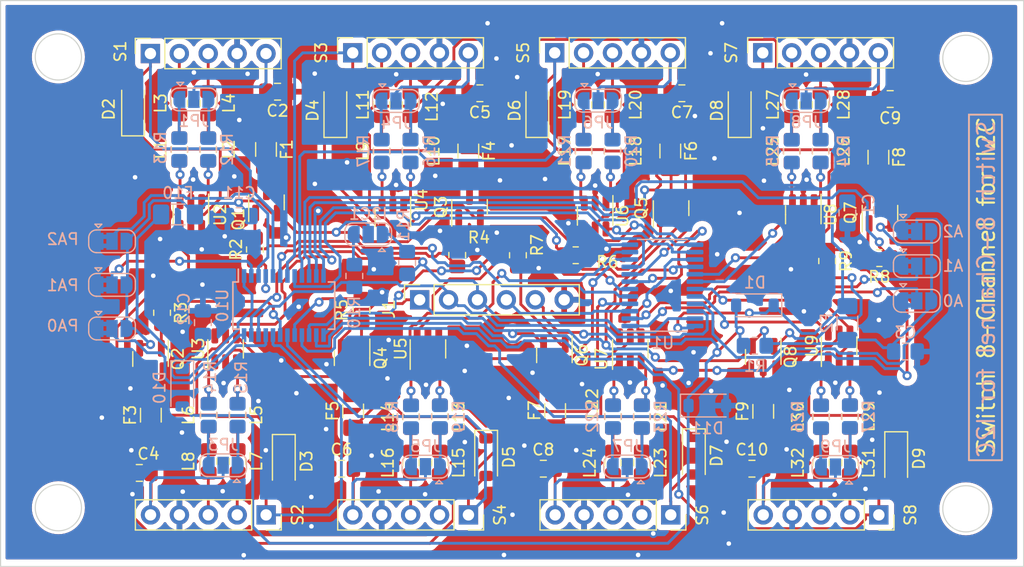
<source format=kicad_pcb>
(kicad_pcb (version 20221018) (generator pcbnew)
  (layers (0 "F.Cu" signal) (31 "B.Cu" signal) (34 "B.Paste" user) (35 "F.Paste" user) (36 "B.SilkS" user "B.Silkscreen") (37 "F.SilkS" user "F.Silkscreen") (38 "B.Mask" user) (39 "F.Mask" user) (44 "Edge.Cuts" user))
  (net 0 "")
  (net 1 "GND")
  (net 2 "Net-(D1-K)")
  (net 3 "Net-(D2-K)")
  (net 4 "VCC")
  (net 5 "Net-(D3-K)")
  (net 6 "Net-(D4-K)")
  (net 7 "Net-(D5-K)")
  (net 8 "Net-(D6-K)")
  (net 9 "Net-(D7-K)")
  (net 10 "Net-(D8-K)")
  (net 11 "Net-(D9-K)")
  (net 12 "Alert")
  (net 13 "Net-(J1-Pin_4)")
  (net 14 "Net-(A0-C)")
  (net 15 "Net-(A1-C)")
  (net 16 "Net-(A2-C)")
  (net 17 "Net-(L1-Pad1)")
  (net 18 "Net-(L1-Pad2)")
  (net 19 "Net-(L2-Pad1)")
  (net 20 "Net-(L2-Pad2)")
  (net 21 "Net-(S1-Pin_2)")
  (net 22 "Net-(S1-Pin_3)")
  (net 23 "Net-(L5-Pad2)")
  (net 24 "Net-(L6-Pad2)")
  (net 25 "Net-(S2-Pin_2)")
  (net 26 "Net-(S2-Pin_3)")
  (net 27 "Net-(L11-Pad1)")
  (net 28 "Net-(L10-Pad2)")
  (net 29 "Net-(S3-Pin_2)")
  (net 30 "Net-(S3-Pin_3)")
  (net 31 "Net-(L13-Pad2)")
  (net 32 "Net-(L14-Pad2)")
  (net 33 "Net-(S4-Pin_2)")
  (net 34 "Net-(S4-Pin_3)")
  (net 35 "Net-(L17-Pad2)")
  (net 36 "Net-(L18-Pad2)")
  (net 37 "Net-(S5-Pin_2)")
  (net 38 "Net-(S5-Pin_3)")
  (net 39 "Net-(L21-Pad2)")
  (net 40 "Net-(L22-Pad2)")
  (net 41 "Net-(S6-Pin_2)")
  (net 42 "Net-(S6-Pin_3)")
  (net 43 "Net-(L25-Pad2)")
  (net 44 "Net-(L26-Pad2)")
  (net 45 "Net-(S7-Pin_2)")
  (net 46 "Net-(S7-Pin_3)")
  (net 47 "Net-(L29-Pad2)")
  (net 48 "Net-(L30-Pad2)")
  (net 49 "Net-(S8-Pin_2)")
  (net 50 "Net-(S8-Pin_3)")
  (net 51 "SDA0")
  (net 52 "SCL0")
  (net 53 "SDA1")
  (net 54 "SCL1")
  (net 55 "SDA2")
  (net 56 "SCL2")
  (net 57 "SDA3")
  (net 58 "SCL3")
  (net 59 "SDA4")
  (net 60 "SCL4")
  (net 61 "SDA5")
  (net 62 "SCL5")
  (net 63 "SDA6")
  (net 64 "SCL6")
  (net 65 "SDA7")
  (net 66 "SCL7")
  (net 67 "Net-(L5-Pad1)")
  (net 68 "Net-(L6-Pad1)")
  (net 69 "Net-(L9-Pad1)")
  (net 70 "Net-(L10-Pad1)")
  (net 71 "Net-(L13-Pad1)")
  (net 72 "Net-(L14-Pad1)")
  (net 73 "Net-(L17-Pad1)")
  (net 74 "Net-(L18-Pad1)")
  (net 75 "Net-(L21-Pad1)")
  (net 76 "Net-(L22-Pad1)")
  (net 77 "Net-(L25-Pad1)")
  (net 78 "Net-(L26-Pad1)")
  (net 79 "Net-(L29-Pad1)")
  (net 80 "Net-(L30-Pad1)")
  (net 81 "Alert0")
  (net 82 "Alert1")
  (net 83 "Alert2")
  (net 84 "Alert3")
  (net 85 "Alert4")
  (net 86 "Alert5")
  (net 87 "Alert6")
  (net 88 "Alert7")
  (net 89 "Power0")
  (net 90 "Power1")
  (net 91 "Power2")
  (net 92 "Power3")
  (net 93 "Power4")
  (net 94 "Power5")
  (net 95 "Power6")
  (net 96 "Power7")
  (net 97 "Net-(U10B-VCC)")
  (net 98 "SDA")
  (net 99 "SCL")
  (net 100 "Net-(PA0-C)")
  (net 101 "Net-(PA1-C)")
  (net 102 "Net-(PA2-C)")
  (net 103 "Net-(D10-K)")
  (net 104 "Net-(Q1-D)")
  (net 105 "Net-(Q2-D)")
  (net 106 "Net-(Q3-D)")
  (net 107 "Net-(Q4-D)")
  (net 108 "Net-(Q5-D)")
  (net 109 "Net-(Q6-D)")
  (net 110 "Net-(Q7-D)")
  (net 111 "Net-(Q8-D)")
  (net 112 "Net-(Q1-G)")
  (net 113 "Net-(Q2-G)")
  (net 114 "Net-(Q3-G)")
  (net 115 "Net-(Q4-G)")
  (net 116 "Net-(Q5-G)")
  (net 117 "Net-(Q6-G)")
  (net 118 "Net-(Q7-G)")
  (net 119 "Net-(Q8-G)")
  (net 120 "Net-(I2C1-A)")
  (net 121 "Net-(I2C1-B)")
  (net 122 "Net-(JP3-A)")
  (net 123 "Net-(JP3-B)")
  (net 124 "Net-(JP4-A)")
  (net 125 "Net-(JP4-B)")
  (net 126 "Net-(JP5-A)")
  (net 127 "Net-(JP5-B)")
  (net 128 "Net-(JP6-A)")
  (net 129 "Net-(JP6-B)")
  (net 130 "Net-(JP7-A)")
  (net 131 "Net-(JP7-B)")
  (net 132 "Net-(JP8-A)")
  (net 133 "Net-(JP8-B)")
  (net 134 "Net-(JP9-A)")
  (net 135 "Net-(JP9-B)")
  (net 136 "Net-(JP1-A)")
  (net 137 "Net-(JP1-B)")
  (footprint "Inductor_SMD:L_0805_2012Metric_Pad1.15x1.40mm_HandSolder" (layer "F.Cu") (at 137.668 114.925 -90)
    (fp_text reference "L16")
    (fp_text value "PBY201209T-102Y-N " hide)
  )
  (footprint "Connector_PinSocket_2.54mm:PinSocket_1x05_P2.54mm_Vertical" (layer "F.Cu") (at 142.718 119.506 -90)
    (fp_text reference "S4")
    (fp_text value "To_TMP117" hide)
  )
  (footprint "Diode_SMD:D_SOD-123" (layer "F.Cu") (at 126.492 114.797 -90)
    (fp_text reference "D3")
    (fp_text value "1N4148W" hide)
  )
  (footprint "Fuse:Fuse_1206_3216Metric_Pad1.42x1.75mm_HandSolder" (layer "F.Cu") (at 178.746 88.042 -90)
    (fp_text reference "F8")
    (fp_text value "1206L005 60WR" hide)
  )
  (footprint "Package_TO_SOT_SMD:SOT-23-6" (layer "F.Cu") (at 153.854 93.218 -90)
    (fp_text reference "U6")
    (fp_text value "USBLC6-2SC6" hide)
  )
  (footprint "Inductor_SMD:L_0805_2012Metric_Pad1.15x1.40mm_HandSolder" (layer "F.Cu") (at 173.706 114.925 -90)
    (fp_text reference "L32")
    (fp_text value "PBY201209T-102Y-N " hide)
  )
  (footprint "Inductor_SMD:L_0805_2012Metric_Pad1.15x1.40mm_HandSolder" (layer "F.Cu") (at 140.208 110.861 -90)
    (fp_text reference "L13")
    (fp_text value "PBY201209T-102Y-N " hide)
  )
  (footprint "Inductor_SMD:L_0805_2012Metric_Pad1.15x1.40mm_HandSolder" (layer "F.Cu") (at 119.888 110.733 -90)
    (fp_text reference "L6")
    (fp_text value "PBY201209T-102Y-N " hide)
  )
  (footprint "Diode_SMD:D_SOD-123" (layer "F.Cu") (at 148.774 83.9415 90)
    (fp_text reference "D6")
    (fp_text value "1N4148W" hide)
  )
  (footprint "Inductor_SMD:L_0805_2012Metric_Pad1.15x1.40mm_HandSolder" (layer "F.Cu") (at 155.378 87.4975 90)
    (fp_text reference "L18")
    (fp_text value "PBY201209T-102Y-N " hide)
  )
  (footprint "Inductor_SMD:L_0805_2012Metric_Pad1.15x1.40mm_HandSolder" (layer "F.Cu") (at 173.666 87.5065 90)
    (fp_text reference "L26")
    (fp_text value "PBY201209T-102Y-N " hide)
  )
  (footprint "Capacitor_SMD:C_0805_2012Metric_Pad1.18x1.45mm_HandSolder" (layer "F.Cu") (at 143.724 82.4175 180)
    (fp_text reference "C5")
    (fp_text value "100n" hide)
  )
  (footprint "Resistor_SMD:R_0805_2012Metric_Pad1.20x1.40mm_HandSolder" (layer "F.Cu") (at 152.146 96.6665)
    (fp_text reference "R6")
    (fp_text value "10k" hide)
  )
  (footprint "Inductor_SMD:L_0805_2012Metric_Pad1.15x1.40mm_HandSolder" (layer "F.Cu") (at 137.668 110.87 -90)
    (fp_text reference "L14")
    (fp_text value "PBY201209T-102Y-N " hide)
  )
  (footprint "Inductor_SMD:L_0805_2012Metric_Pad1.15x1.40mm_HandSolder" (layer "F.Cu") (at 137.628 87.4975 90)
    (fp_text reference "L10")
    (fp_text value "PBY201209T-102Y-N " hide)
  )
  (footprint "Package_TO_SOT_SMD:SOT-23-6" (layer "F.Cu") (at 175.296 104.648 90)
    (fp_text reference "U9")
    (fp_text value "USBLC6-2SC6" hide)
  )
  (footprint "Fuse:Fuse_1206_3216Metric_Pad1.42x1.75mm_HandSolder" (layer "F.Cu") (at 132.588 110.362 90)
    (fp_text reference "F5")
    (fp_text value "1206L005 60WR" hide)
  )
  (footprint "Inductor_SMD:L_0805_2012Metric_Pad1.15x1.40mm_HandSolder" (layer "F.Cu") (at 117.308 83.2965 90)
    (fp_text reference "L3")
    (fp_text value "PBY201209T-102Y-N " hide)
  )
  (footprint "Resistor_SMD:R_0805_2012Metric_Pad1.20x1.40mm_HandSolder" (layer "F.Cu") (at 115.794 101.726 -90)
    (fp_text reference "R3")
    (fp_text value "10k" hide)
  )
  (footprint "Package_TO_SOT_SMD:SOT-23-6" (layer "F.Cu") (at 156.942 104.902 90)
    (fp_text reference "U7")
    (fp_text value "USBLC6-2SC6" hide)
  )
  (footprint "Fuse:Fuse_1206_3216Metric_Pad1.42x1.75mm_HandSolder" (layer "F.Cu") (at 168.626 110.3985 90)
    (fp_text reference "F9")
    (fp_text value "1206L005 60WR" hide)
  )
  (footprint "Diode_SMD:D_SOD-123" (layer "F.Cu") (at 166.554 83.9415 90)
    (fp_text reference "D8")
    (fp_text value "1N4148W" hide)
  )
  (footprint "Capacitor_SMD:C_0805_2012Metric_Pad1.18x1.45mm_HandSolder" (layer "F.Cu") (at 113.792 115.813)
    (fp_text reference "C4")
    (fp_text value "100n" hide)
  )
  (footprint "Inductor_SMD:L_0805_2012Metric_Pad1.15x1.40mm_HandSolder" (layer "F.Cu") (at 152.838 83.4335 90)
    (fp_text reference "L19")
    (fp_text value "PBY201209T-102Y-N " hide)
  )
  (footprint "Inductor_SMD:L_0805_2012Metric_Pad1.15x1.40mm_HandSolder" (layer "F.Cu") (at 117.308 87.3605 90)
    (fp_text reference "L1")
    (fp_text value "PBY201209T-102Y-N " hide)
  )
  (footprint "Diode_SMD:D_SOD-123" (layer "F.Cu") (at 180.31 114.552 -90)
    (fp_text reference "D9")
    (fp_text value "1N4148W" hide)
  )
  (footprint "Package_TO_SOT_SMD:SOT-23" (layer "F.Cu") (at 114.778 105.79 -90)
    (fp_text reference "Q2")
    (fp_text value "AO3401A" hide)
  )
  (footprint "Package_TO_SOT_SMD:SOT-23" (layer "F.Cu") (at 168.626 105.6145 -90)
    (fp_text reference "Q8")
    (fp_text value "AO3401A" hide)
  )
  (footprint "Connector_PinSocket_2.54mm:PinSocket_1x05_P2.54mm_Vertical" (layer "F.Cu") (at 168.586 78.8615 90)
    (fp_text reference "S7")
    (fp_text value "To_TMP117" hide)
  )
  (footprint "Inductor_SMD:L_0805_2012Metric_Pad1.15x1.40mm_HandSolder" (layer "F.Cu") (at 119.888 114.797 -90)
    (fp_text reference "L8")
    (fp_text value "PBY201209T-102Y-N " hide)
  )
  (footprint "Package_TO_SOT_SMD:SOT-23" (layer "F.Cu") (at 142.814 92.427 90)
    (fp_text reference "Q3")
    (fp_text value "AO3401A" hide)
  )
  (footprint "Fuse:Fuse_1206_3216Metric_Pad1.42x1.75mm_HandSolder" (layer "F.Cu") (at 160.458 87.4975 -90)
    (fp_text reference "F6")
    (fp_text value "1206L005 60WR" hide)
  )
  (footprint "Inductor_SMD:L_0805_2012Metric_Pad1.15x1.40mm_HandSolder" (layer "F.Cu") (at 155.418 114.925 -90)
    (fp_text reference "L24")
    (fp_text value "PBY201209T-102Y-N " hide)
  )
  (footprint "Inductor_SMD:L_0805_2012Metric_Pad1.15x1.40mm_HandSolder" (layer "F.Cu") (at 119.848 83.2965 90)
    (fp_text reference "L4")
    (fp_text value "PBY201209T-102Y-N " hide)
  )
  (footprint "Inductor_SMD:L_0805_2012Metric_Pad1.15x1.40mm_HandSolder" (layer "F.Cu") (at 171.126 83.4425 90)
    (fp_text reference "L27")
    (fp_text value "PBY201209T-102Y-N " hide)
  )
  (footprint "Inductor_SMD:L_0805_2012Metric_Pad1.15x1.40mm_HandSolder" (layer "F.Cu") (at 155.378 83.4335 90)
    (fp_text reference "L20")
    (fp_text value "PBY201209T-102Y-N " hide)
  )
  (footprint "Inductor_SMD:L_0805_2012Metric_Pad1.15x1.40mm_HandSolder" (layer "F.Cu") (at 173.706 110.87 -90)
    (fp_text reference "L30")
    (fp_text value "PBY201209T-102Y-N " hide)
  )
  (footprint "Connector_PinSocket_2.54mm:PinSocket_1x06_P2.54mm_Vertical" (layer "F.Cu") (at 138.43 100.584 90)
    (fp_text reference "J1")
    (fp_text value "To_MCU" hide)
  )
  (footprint "Package_TO_SOT_SMD:SOT-23-6" (layer "F.Cu") (at 139.158 104.902 90)
    (fp_text reference "U5")
    (fp_text value "USBLC6-2SC6" hide)
  )
  (footprint "Package_TO_SOT_SMD:SOT-23-6" (layer "F.Cu") (at 118.324 93.0855 -90)
    (fp_text reference "U2")
    (fp_text value "USBLC6-2SC6" hide)
  )
  (footprint "Fuse:Fuse_1206_3216Metric_Pad1.42x1.75mm_HandSolder" (layer "F.Cu") (at 114.808 110.733 90)
    (fp_text reference "F3")
    (fp_text value "1206L005 60WR" hide)
  )
  (footprint "Inductor_SMD:L_0805_2012Metric_Pad1.15x1.40mm_HandSolder" (layer "F.Cu") (at 157.958 114.925 -90)
    (fp_text reference "L23")
    (fp_text value "PBY201209T-102Y-N " hide)
  )
  (footprint "Resistor_SMD:R_0805_2012Metric_Pad1.20x1.40mm_HandSolder" (layer "F.Cu") (at 141.732 96.6505 90)
    (fp_text reference "R4")
    (fp_text value "10k" hide)
  )
  (footprint "Resistor_SMD:R_0805_2012Metric_Pad1.20x1.40mm_HandSolder" (layer "F.Cu") (at 178.832 96.9205 180)
    (fp_text reference "R8")
    (fp_text value "10k" hide)
  )
  (footprint "Package_TO_SOT_SMD:SOT-23" (layer "F.Cu") (at 150.272 105.4575 -90)
    (fp_text reference "Q6")
    (fp_text value "AO3401A" hide)
  )
  (footprint "Connector_PinSocket_2.54mm:PinSocket_1x05_P2.54mm_Vertical" (layer "F.Cu") (at 124.938 119.506 -90)
    (fp_text reference "S2")
    (fp_text value "To_TMP117" hide)
  )
  (footprint "Inductor_SMD:L_0805_2012Metric_Pad1.15x1.40mm_HandSolder" (layer "F.Cu") (at 122.428 110.733 -90)
    (fp_text reference "L5")
    (fp_text value "PBY201209T-102Y-N " hide)
  )
  (footprint "Package_TO_SOT_SMD:SOT-23" (layer "F.Cu") (at 160.528 92.524 90)
    (fp_text reference "Q5")
    (fp_text value "AO3401A" hide)
  )
  (footprint "Inductor_SMD:L_0805_2012Metric_Pad1.15x1.40mm_HandSolder" (layer "F.Cu") (at 176.246 114.925 -90)
    (fp_text reference "L31")
    (fp_text value "PBY201209T-102Y-N " hide)
  )
  (footprint "Inductor_SMD:L_0805_2012Metric_Pad1.15x1.40mm_HandSolder" (layer "F.Cu") (at 173.666 83.4245 90)
    (fp_text reference "L28")
    (fp_text value "PBY201209T-102Y-N " hide)
  )
  (footprint "Resistor_SMD:R_0805_2012Metric_Pad1.20x1.40mm_HandSolder" (layer "F.Cu") (at 133.32 101.488 -90)
    (fp_text reference "R5")
    (fp_text value "10k" hide)
  )
  (footprint "Resistor_SMD:R_0805_2012Metric_Pad1.20x1.40mm_HandSolder" (layer "F.Cu") (at 147.066 96.6665 -90)
    (fp_text reference "R7")
    (fp_text value "10k" hide)
  )
  (footprint "Capacitor_SMD:C_0805_2012Metric_Pad1.18x1.45mm_HandSolder" (layer "F.Cu") (at 161.474 82.4175 180)
    (fp_text reference "C7")
    (fp_text value "100n" hide)
  )
  (footprint "Fuse:Fuse_1206_3216Metric_Pad1.42x1.75mm_HandSolder" (layer "F.Cu") (at 124.928 87.3605 -90)
    (fp_text reference "F1")
    (fp_text value "1206L005 60WR" hide)
  )
  (footprint "Inductor_SMD:L_0805_2012Metric_Pad1.15x1.40mm_HandSolder" (layer "F.Cu") (at 122.428 114.797 -90)
    (fp_text reference "L7")
    (fp_text value "PBY201209T-102Y-N " hide)
  )
  (footprint "Connector_PinSocket_2.54mm:PinSocket_1x05_P2.54mm_Vertical" (layer "F.Cu") (at 132.548 78.8615 90)
    (fp_text reference "S3")
    (fp_text value "To_TMP117" hide)
  )
  (footprint "Capacitor_SMD:C_0805_2012Metric_Pad1.18x1.45mm_HandSolder" (layer "F.Cu") (at 149.3005 115.442)
    (fp_text reference "C8")
    (fp_text value "100n" hide)
  )
  (footprint "Connector_PinSocket_2.54mm:PinSocket_1x05_P2.54mm_Vertical" (layer "F.Cu") (at 150.298 78.8615 90)
    (fp_text reference "S5")
    (fp_text value "To_TMP117" hide)
  )
  (footprint "Resistor_SMD:R_0805_2012Metric_Pad1.20x1.40mm_HandSolder" (layer "F.Cu") (at 174.244 97.1745 -90)
    (fp_text reference "R9")
    (fp_text value "10k" hide)
  )
  (footprint "Capacitor_SMD:C_0805_2012Metric_Pad1.18x1.45mm_HandSolder" (layer "F.Cu") (at 125.944 82.2805 180)
    (fp_text reference "C2")
    (fp_text value "100n" hide)
  )
  (footprint "Package_TO_SOT_SMD:SOT-23" (layer "F.Cu") (at 132.492 105.7115 -90)
    (fp_text reference "Q4")
    (fp_text value "AO3401A" hide)
  )
  (footprint "Capacitor_SMD:C_0805_2012Metric_Pad1.18x1.45mm_HandSolder" (layer "F.Cu") (at 179.7835 82.9255 180)
    (fp_text reference "C9")
    (fp_text value "100n" hide)
  )
  (footprint "Inductor_SMD:L_0805_2012Metric_Pad1.15x1.40mm_HandSolder" (layer "F.Cu") (at 137.628 83.4335 90)
    (fp_text reference "L12")
    (fp_text value "PBY201209T-102Y-N " hide)
  )
  (footprint "Connector_PinSocket_2.54mm:PinSocket_1x05_P2.54mm_Vertical" (layer "F.Cu") (at 160.498 119.506 -90)
    (fp_text reference "S6")
    (fp_text value "To_TMP117" hide)
  )
  (footprint "Diode_SMD:D_SOD-123" (layer "F.Cu") (at 113.244 83.8045 90)
    (fp_text reference "D2")
    (fp_text value "1N4148W" hide)
  )
  (footprint "Package_TO_SOT_SMD:SOT-23-6" (layer "F.Cu") (at 136.078 93.3505 -90)
    (fp_text reference "U4")
    (fp_text value "USBLC6-2SC6" hide)
  )
  (footprint "Connector_PinSocket_2.54mm:PinSocket_1x05_P2.54mm_Vertical" (layer "F.Cu") (at 178.786 119.506 -90)
    (fp_text reference "S8")
    (fp_text value "To_TMP117" hide)
  )
  (footprint "Package_TO_SOT_SMD:SOT-23-6" (layer "F.Cu") (at 172.146 93.0965 -90)
    (fp_text reference "U8")
    (fp_text value "USBLC6-2SC6" hide)
  )
  (footprint "Inductor_SMD:L_0805_2012Metric_Pad1.15x1.40mm_HandSolder" (layer "F.Cu") (at 135.088 83.4335 90)
    (fp_text reference "L11")
    (fp_text value "PBY201209T-102Y-N " hide)
  )
  (footprint "Diode_SMD:D_SOD-123" (layer "F.Cu") (at 144.272 114.426 -90)
    (fp_text reference "D5")
    (fp_text value "1N4148W" hide)
  )
  (footprint "Inductor_SMD:L_0805_2012Metric_Pad1.15x1.40mm_HandSolder" (layer "F.Cu") (at 157.958 110.861 -90)
    (fp_text reference "L21")
    (fp_text value "PBY201209T-102Y-N " hide)
  )
  (footprint "Inductor_SMD:L_0805_2012Metric_Pad1.15x1.40mm_HandSolder" (layer "F.Cu") (at 152.838 87.4975 90)
    (fp_text reference "L17")
    (fp_text value "PBY201209T-102Y-N " hide)
  )
  (footprint "Diode_SMD:D_SOD-123" (layer "F.Cu") (at 131.024 83.9415 90)
    (fp_text reference "D4")
    (fp_text value "1N4148W" hide)
  )
  (footprint "Fuse:Fuse_1206_3216Metric_Pad1.42x1.75mm_HandSolder" (layer "F.Cu") (at 142.708 87.4975 -90)
    (fp_text reference "F4")
    (fp_text value "1206L005 60WR" hide)
  )
  (footprint "Package_TO_SOT_SMD:SOT-23" (layer "F.Cu") (at 178.882 92.935 90)
    (fp_text reference "Q7")
    (fp_text value "AO3401A" hide)
  )
  (footprint "Package_TO_SOT_SMD:SOT-23" (layer "F.Cu") (at 124.968 92.016 90)
    (fp_text reference "Q1")
    (fp_text value "AO3401A" hide)
  )
  (footprint "Resistor_SMD:R_0805_2012Metric_Pad1.20x1.40mm_HandSolder" (layer "F.Cu") (at 123.952 96.1585 90)
    (fp_text reference "R2")
    (fp_text value "10k" hide)
  )
  (footprint "Inductor_SMD:L_0805_2012Metric_Pad1.15x1.40mm_HandSolder" (layer "F.Cu") (at 155.418 110.861 -90)
    (fp_text reference "L22")
    (fp_text value "PBY201209T-102Y-N " hide)
  )
  (footprint "Connector_PinSocket_2.54mm:PinSocket_1x05_P2.54mm_Vertical" (layer "F.Cu") (at 114.768 78.925 90)
    (fp_text reference "S1")
    (fp_text value "To_TMP117" hide)
  )
  (footprint "Inductor_SMD:L_0805_2012Metric_Pad1.15x1.40mm_HandSolder" (layer "F.Cu") (at 119.848 87.3605 90)
    (fp_text reference "L2")
    (fp_text value "PBY201209T-102Y-N " hide)
  )
  (footprint "Inductor_SMD:L_0805_2012Metric_Pad1.15x1.40mm_HandSolder" (layer "F.Cu") (at 176.246 110.861 -90)
    (fp_text reference "L29")
    (fp_text value "PBY201209T-102Y-N " hide)
  )
  (footprint "Diode_SMD:D_SOD-123" (layer "F.Cu") (at 162.53 114.3 -90)
    (fp_text reference "D7")
    (fp_text value "1N4148W" hide)
  )
  (footprint "Inductor_SMD:L_0805_2012Metric_Pad1.15x1.40mm_HandSolder" (layer "F.Cu") (at 171.126 87.5065 90)
    (fp_text reference "L25")
    (fp_text value "PBY201209T-102Y-N " hide)
  )
  (footprint "Capacitor_SMD:C_0805_2012Metric_Pad1.18x1.45mm_HandSolder" (layer "F.Cu") (at 167.6315 115.442)
    (fp_text reference "C10")
    (fp_text value "100n" hide)
  )
  (footprint "Package_TO_SOT_SMD:SOT-23-6" (layer "F.Cu") (at 121.378 104.902 90)
    (fp_text reference "U3")
    (fp_text value "USBLC6-2SC6" hide)
  )
  (footprint "Inductor_SMD:L_0805_2012Metric_Pad1.15x1.40mm_HandSolder" (layer "F.Cu") (at 135.088 87.4975 90)
    (fp_text reference "L9")
    (fp_text value "PBY201209T-102Y-N " hide)
  )
  (footprint "Capacitor_SMD:C_0805_2012Metric_Pad1.18x1.45mm_HandSolder" (layer "F.Cu") (at 131.572 115.442)
    (fp_text reference "C6")
    (fp_text value "100n" hide)
  )
  (footprint "Inductor_SMD:L_0805_2012Metric_Pad1.15x1.40mm_HandSolder" (layer "F.Cu") (at 140.208 114.925 -90)
    (fp_text reference "L15")
    (fp_text value "PBY201209T-102Y-N " hide)
  )
  (footprint "Fuse:Fuse_1206_3216Metric_Pad1.42x1.75mm_HandSolder" (layer "F.Cu") (at 150.338 110.3255 90)
    (fp_text reference "F7")
    (fp_text value "1206L005 60WR" hide)
  )
  (footprint "Resistor_SMD:R_0805_2012Metric_Pad1.20x1.40mm_HandSolder" (layer "B.Cu") (at 155.42 110.86 -90)
    (fp_text reference "R22")
    (fp_text value "4k7" hide)
  )
  (footprint "Jumper:SolderJumper-3_P1.3mm_Bridged2Bar12_RoundedPad1.0x1.5mm" (layer "B.Cu") (at 182.118 97.6282)
    (fp_text reference "A1")
    (fp_text value "A1" hide)
  )
  (footprint "Package_SO:TSSOP-24_4.4x7.8mm_P0.65mm" (layer "B.Cu") (at 159.766 99.314)
    (fp_text reference "U1")
    (fp_text value "TCA9548APWR" hide)
  )
  (footprint "Resistor_SMD:R_0805_2012Metric_Pad1.20x1.40mm_HandSolder" (layer "B.Cu") (at 137.33 97.35 90)
    (fp_text reference "R11")
    (fp_text value "4k7" hide)
  )
  (footprint "Resistor_SMD:R_0805_2012Metric_Pad1.20x1.40mm_HandSolder" (layer "B.Cu") (at 119.89 110.73 -90)
    (fp_text reference "R14")
    (fp_text value "4k7" hide)
  )
  (footprint "Resistor_SMD:R_0805_2012Metric_Pad1.20x1.40mm_HandSolder" (layer "B.Cu") (at 135.09 87.5 90)
    (fp_text reference "R17")
    (fp_text value "4k7" hide)
  )
  (footprint "Jumper:SolderJumper-3_P1.3mm_Open_RoundedPad1.0x1.5mm" (layer "B.Cu") (at 133.91 94.83 180)
    (fp_text reference "I2C1")
    (fp_text value "SolderJumper_3_Open" hide)
  )
  (footprint "Jumper:SolderJumper-3_P1.3mm_Bridged2Bar12_RoundedPad1.0x1.5mm" (layer "B.Cu") (at 182.118 100.6762)
    (fp_text reference "A0")
    (fp_text value "A0" hide)
  )
  (footprint "Resistor_SMD:R_0805_2012Metric_Pad1.20x1.40mm_HandSolder" (layer "B.Cu") (at 122.43 110.73 -90)
    (fp_text reference "R15")
    (fp_text value "4k7" hide)
  )
  (footprint "Resistor_SMD:R_0805_2012Metric_Pad1.20x1.40mm_HandSolder" (layer "B.Cu") (at 152.84 87.5 90)
    (fp_text reference "R21")
    (fp_text value "4k7" hide)
  )
  (footprint "Jumper:SolderJumper-3_P1.3mm_Bridged2Bar12_RoundedPad1.0x1.5mm" (layer "B.Cu") (at 182.118 94.5802)
    (fp_text reference "A2")
    (fp_text value "A2" hide)
  )
  (footprint "Jumper:SolderJumper-3_P1.3mm_Open_RoundedPad1.0x1.5mm" (layer "B.Cu") (at 172.4 83.1)
    (fp_text reference "JP8")
    (fp_text value "SolderJumper_3_Open" hide)
  )
  (footprint "Diode_SMD:D_SOD-123" (layer "B.Cu") (at 117.57 108.31 -90)
    (fp_text reference "D10")
    (fp_text value "1N4148W" hide)
  )
  (footprint "Resistor_SMD:R_0805_2012Metric_Pad1.20x1.40mm_HandSolder" (layer "B.Cu") (at 140.21 110.86 -90)
    (fp_text reference "R19")
    (fp_text value "4k7" hide)
  )
  (footprint "Resistor_SMD:R_0805_2012Metric_Pad1.20x1.40mm_HandSolder" (layer "B.Cu") (at 157.96 110.86 -90)
    (fp_text reference "R23")
    (fp_text value "4k7" hide)
  )
  (footprint "Jumper:SolderJumper-3_P1.3mm_Open_RoundedPad1.0x1.5mm" (layer "B.Cu") (at 121.16 115.14 180)
    (fp_text reference "JP3")
    (fp_text value "SolderJumper_3_Open" hide)
  )
  (footprint "Jumper:SolderJumper-3_P1.3mm_Open_RoundedPad1.0x1.5mm" (layer "B.Cu") (at 154.11 83.07)
    (fp_text reference "JP6")
    (fp_text value "SolderJumper_3_Open" hide)
  )
  (footprint "Jumper:SolderJumper-3_P1.3mm_Open_RoundedPad1.0x1.5mm" (layer "B.Cu") (at 174.97 115.29 180)
    (fp_text reference "JP9")
    (fp_text value "SolderJumper_3_Open" hide)
  )
  (footprint "Resistor_SMD:R_0805_2012Metric_Pad1.20x1.40mm_HandSolder" (layer "B.Cu") (at 119.85 87.36 90)
    (fp_text reference "R12")
    (fp_text value "4k7" hide)
  )
  (footprint "Resistor_SMD:R_0805_2012Metric_Pad1.20x1.40mm_HandSolder" (layer "B.Cu") (at 176.24 110.85 -90)
    (fp_text reference "R27")
    (fp_text value "4k7" hide)
  )
  (footprint "Jumper:SolderJumper-3_P1.3mm_Bridged2Bar12_RoundedPad1.0x1.5mm" (layer "B.Cu") (at 111.3961 99.273)
    (fp_text reference "PA1")
    (fp_text value "A0" hide)
  )
  (footprint "Fuse:Fuse_1206_3216Metric_Pad1.42x1.75mm_HandSolder" (layer "B.Cu") (at 117.1961 93.078)
    (fp_text reference "F10")
    (fp_text value "1206L025YR" hide)
  )
  (footprint "Capacitor_SMD:C_0805_2012Metric_Pad1.18x1.45mm_HandSolder" (layer "B.Cu") (at 119.38 102.5945 -90)
    (fp_text reference "C12")
    (fp_text value "100n" hide)
  )
  (footprint "Fuse:Fuse_1206_3216Metric_Pad1.42x1.75mm_HandSolder" (layer "B.Cu") (at 176.022 102.631 -90)
    (fp_text reference "F2")
    (fp_text value "1206L025YR" hide)
  )
  (footprint "Jumper:SolderJumper-3_P1.3mm_Open_RoundedPad1.0x1.5mm" (layer "B.Cu") (at 118.59 82.96)
    (fp_text reference "JP1")
    (fp_text value "SolderJumper_3_Open" hide)
  )
  (footprint "Jumper:SolderJumper-3_P1.3mm_Open_RoundedPad1.0x1.5mm" (layer "B.Cu") (at 156.67 115.25 180)
    (fp_text reference "JP7")
    (fp_text value "SolderJumper_3_Open" hide)
  )
  (footprint "Resistor_SMD:R_0805_2012Metric_Pad1.20x1.40mm_HandSolder" (layer "B.Cu") (at 171.13 87.51 90)
    (fp_text reference "R25")
    (fp_text value "4k7" hide)
  )
  (footprint "Jumper:SolderJumper-3_P1.3mm_Bridged2Bar12_RoundedPad1.0x1.5mm" (layer "B.Cu") (at 111.3961 95.438)
    (fp_text reference "PA2")
    (fp_text value "A0" hide)
  )
  (footprint "Jumper:SolderJumper-3_P1.3mm_Bridged2Bar12_RoundedPad1.0x1.5mm" (layer "B.Cu") (at 111.3961 103.108)
    (fp_text reference "PA0")
    (fp_text value "A0" hide)
  )
  (footprint "Jumper:SolderJumper-3_P1.3mm_Open_RoundedPad1.0x1.5mm" (layer "B.Cu") (at 136.35 83.1)
    (fp_text reference "JP4")
    (fp_text value "SolderJumper_3_Open" hide)
  )
  (footprint "Resistor_SMD:R_0805_2012Metric_Pad1.20x1.40mm_HandSolder" (layer "B.Cu") (at 137.63 87.5 90)
    (fp_text reference "R16")
    (fp_text value "4k7" hide)
  )
  (footprint "Jumper:SolderJumper-3_P1.3mm_Open_RoundedPad1.0x1.5mm" (layer "B.Cu") (at 138.94 115.26 180)
    (fp_text reference "JP5")
    (fp_text value "SolderJumper_3_Open" hide)
  )
  (footprint "Resistor_SMD:R_0805_2012Metric_Pad1.20x1.40mm_HandSolder" (layer "B.Cu") (at 132.69 98.49 90)
    (fp_text reference "R10")
    (fp_text value "4k7" hide)
  )
  (footprint "Capacitor_SMD:C_0805_2012Metric_Pad1.18x1.45mm_HandSolder" (layer "B.Cu") (at 122.5761 93.218)
    (fp_text reference "C11")
    (fp_text value "100n" hide)
  )
  (footprint "Diode_SMD:D_SOD-123" (layer "B.Cu") (at 167.894 101.0705 180)
    (fp_text reference "D1")
    (fp_text value "1N4148W" hide)
  )
  (footprint "Package_SO:SSOP-24_3.9x8.7mm_P0.635mm" (layer "B.Cu") (at 126.492 101.092 -90)
    (fp_text reference "U10")
    (fp_text value "PCF8575MS/TR" hide)
  )
  (footprint "Resistor_SMD:R_0805_2012Metric_Pad1.20x1.40mm_HandSolder" (layer "B.Cu") (at 137.67 110.87 -90)
    (fp_text reference "R18")
    (fp_text value "4k7" hide)
  )
  (footprint "Resistor_SMD:R_0805_2012Metric_Pad1.20x1.40mm_HandSolder" (layer "B.Cu") (at 155.38 87.5 90)
    (fp_text reference "R20")
    (fp_text value "4k7" hide)
  )
  (footprint "Resistor_SMD:R_0805_2012Metric_Pad1.20x1.40mm_HandSolder" (layer "B.Cu") (at 173.7 110.87 -90)
    (fp_text reference "R26")
    (fp_text value "4k7" hide)
  )
  (footprint "Capacitor_SMD:C_0805_2012Metric_Pad1.18x1.45mm_HandSolder" (layer "B.Cu") (at 176.022 92.9425 90)
    (fp_text reference "C1")
    (fp_text value "100n" hide)
  )
  (footprint "Resistor_SMD:R_0805_2012Metric_Pad1.20x1.40mm_HandSolder" (layer "B.Cu") (at 167.894 104.6265 180)
    (fp_text reference "R1")
    (fp_text value "10k" hide)
  )
  (footprint "Capacitor_SMD:C_0805_2012Metric_Pad1.18x1.45mm_HandSolder" (layer "B.Cu") (at 181.1235 105.1345 180)
    (fp_text reference "C3")
    (fp_text value "100n" hide)
  )
  (footprint "Resistor_SMD:R_0805_2012Metric_Pad1.20x1.40mm_HandSolder" (layer "B.Cu") (at 173.67 87.5 90)
    (fp_text reference "R24")
    (fp_text value "4k7" hide)
  )
  (footprint "Resistor_SMD:R_0805_2012Metric_Pad1.20x1.40mm_HandSolder" (layer "B.Cu") (at 117.31 87.36 90)
    (fp_text reference "R13")
    (fp_text value "4k7" hide)
  )
  (footprint "Diode_SMD:D_SOD-123" (layer "B.Cu") (at 163.71 109.89)
    (fp_text reference "D11")
    (fp_text value "5V1" hide)
  )
  (gr_rect (start 186.7 84.3) (end 189.6 114.7) (stroke (width 0.15)) (fill none) (layer "B.SilkS"))
  (gr_rect (start 186.7 84.3) (end 189.6 114.7) (stroke (width 0.15)) (fill none) (layer "F.SilkS"))
  (gr_circle (center 106.68 118.872) (end 108.712 118.872) (stroke (width 0.1)) (fill none) (layer "Edge.Cuts"))
  (gr_circle (center 186.436 79.3445) (end 188.468 79.3445) (stroke (width 0.1)) (fill none) (layer "Edge.Cuts"))
  (gr_circle (center 186.436 118.9685) (end 186.436 121.0005) (stroke (width 0.1)) (fill none) (layer "Edge.Cuts"))
  (gr_rect (start 101.6 74.2645) (end 191.516 124.0485) (stroke (width 0.1)) (fill none) (layer "Edge.Cuts"))
  (gr_circle (center 106.68 79.223) (end 106.68 81.255) (stroke (width 0.1)) (fill none) (layer "Edge.Cuts"))
  (gr_text "Switch 8-Channel for I2C" (at 189.1 84.7 90) (layer "B.SilkS") (effects (font (size 1.5 1.5) (thickness 0.1875)) (justify left bottom mirror)))
  (gr_text "Switch 8-Channel for I2C" (at 189.1 114.3 90) (layer "F.SilkS") (effects (font (size 1.5 1.5) (thickness 0.1875)) (justify left bottom)))
  (segment (start 172.146 91.959) (end 172.146 90.314) (width 0.25) (layer "F.Cu") (net 1))
  (segment (start 176.197249 104.5) (end 176.65 104.5) (width 0.25) (layer "F.Cu") (net 1))
  (segment (start 140.168 78.8615) (end 140.168 76.668) (width 0.25) (layer "F.Cu") (net 1))
  (segment (start 152.878 114.498) (end 152.19 113.81) (width 0.25) (layer "F.Cu") (net 1))
  (segment (start 180.821 82.9255) (end 180.821 81.443) (width 0.25) (layer "F.Cu") (net 1))
  (segment (start 171.166 119.506) (end 171.166 114.226) (width 0.25) (layer "F.Cu") (net 1))
  (segment (start 121.378 107.732) (end 121.378 106.0395) (width 0.25) (layer "F.Cu") (net 1))
  (segment (start 156.942 107.828) (end 156.91 107.86) (width 0.25) (layer "F.Cu") (net 1))
  (segment (start 181.356 76.2) (end 181.864 76.708) (width 0.25) (layer "F.Cu") (net 1))
  (segment (start 139.7 76.2) (end 122.936 76.2) (width 0.25) (layer "F.Cu") (net 1))
  (segment (start 152.878 119.506) (end 152.878 114.498) (width 0.25) (layer "F.Cu") (net 1))
  (segment (start 122.388 76.748) (end 122.388 78.925) (width 0.25) (layer "F.Cu") (net 1))
  (segment (start 175.296 105.7855) (end 175.296 107.544) (width 0.25) (layer "F.Cu") (net 1))
  (segment (start 139.158 106.0395) (end 139.158 107.892) (width 0.25) (layer "F.Cu") (net 1))
  (segment (start 136.078 90.762) (end 136.078 92.213) (width 0.25) (layer "F.Cu") (net 1))
  (segment (start 122.936 76.2) (end 122.388 76.748) (width 0.25) (layer "F.Cu") (net 1))
  (segment (start 134.82 117.44) (end 135.098 117.718) (width 0.25) (layer "F.Cu") (net 1))
  (segment (start 140.168 76.668) (end 139.7 76.2) (width 0.25) (layer "F.Cu") (net 1))
  (segment (start 175.296 105.401249) (end 176.197249 104.5) (width 0.25) (layer "F.Cu") (net 1))
  (segment (start 118.324 90.206) (end 118.52 90.01) (width 0.25) (layer "F.Cu") (net 1))
  (segment (start 118.324 91.948) (end 118.324 90.206) (width 0.25) (layer "F.Cu") (net 1))
  (segment (start 176.206 78.8615) (end 176.206 76.778) (width 0.25) (layer "F.Cu") (net 1))
  (segment (start 175.296 105.7855) (end 175.296 105.401249) (width 0.25) (layer "F.Cu") (net 1))
  (segment (start 153.854 90.536) (end 153.854 92.0805) (width 0.25) (layer "F.Cu") (net 1))
  (segment (start 181.864 76.708) (end 181.864 80.4) (width 0.25) (layer "F.Cu") (net 1))
  (segment (start 124.26 106.637249) (end 124.26 109.49) (width 0.25) (layer "F.Cu") (net 1))
  (segment (start 121.378 106.0395) (end 121.378 105.655249) (width 0.25) (layer "F.Cu") (net 1))
  (segment (start 121.378 105.655249) (end 122.021801 105.011448) (width 0.25) (layer "F.Cu") (net 1))
  (segment (start 176.784 76.2) (end 181.356 76.2) (width 0.25) (layer "F.Cu") (net 1))
  (segment (start 172.146 90.314) (end 172.44 90.02) (width 0.25) (layer "F.Cu") (net 1))
  (segment (start 135.098 117.718) (end 135.098 119.506) (width 0.25) (layer "F.Cu") (net 1))
  (segment (start 156.942 106.0395) (end 156.942 107.828) (width 0.25) (layer "F.Cu") (net 1))
  (segment (start 175.296 107.544) (end 174.96 107.88) (width 0.25) (layer "F.Cu") (net 1))
  (segment (start 171.166 114.226) (end 170.68 113.74) (width 0.25) (layer "F.Cu") (net 1))
  (segment (start 176.65 104.5) (end 178.79 102.36) (width 0.25) (layer "F.Cu") (net 1))
  (segment (start 122.634199 105.011448) (end 124.26 106.637249) (width 0.25) (layer "F.Cu") (net 1))
  (segment (start 176.206 76.778) (end 176.784 76.2) (width 0.25) (layer "F.Cu") (net 1))
  (segment (start 122.021801 105.011448) (end 122.634199 105.011448) (width 0.25) (layer "F.Cu") (net 1))
  (segment (start 136.36 90.48) (end 136.078 90.762) (width 0.25) (layer "F.Cu") (net 1))
  (segment (start 180.821 81.443) (end 181.864 80.4) (width 0.25) (layer "F.Cu") (net 1))
  (segment (start 139.158 107.892) (end 138.99 108.06) (width 0.25) (layer "F.Cu") (net 1))
  (segment (start 121.2 107.91) (end 121.378 107.732) (width 0.25) (layer "F.Cu") (net 1))
  (via (at 159.78 108.12) (size 0.8) (drill 0.4) (layers "F.Cu" "B.Cu") (net 1))
  (via (at 113.09 113.82) (size 0.8) (drill 0.4) (layers "F.Cu" "B.Cu") (net 1))
  (via (at 128.92 120.51) (size 0.8) (drill 0.4) (layers "F.Cu" "B.Cu") (net 1))
  (via (at 149.45 89.96) (size 0.8) (drill 0.4) (layers "F.Cu" "B.Cu") (net 1))
  (via (at 172.2 101.6) (size 0.8) (drill 0.4) (layers "F.Cu" "B.Cu") (net 1))
  (via (at 126.264 105.92) (size 0.8) (drill 0.4) (layers "F.Cu" "B.Cu") (net 1))
  (via (at 121.2 107.91) (size 0.8) (drill 0.4) (layers "F.Cu" "B.Cu") (net 1))
  (via (at 127.8 101.2) (size 0.8) (drill 0.4) (layers "F.Cu" "B.Cu") (net 1))
  (via (at 130.21 111.96) (size 0.8) (drill 0.4) (layers "F.Cu" "B.Cu") (net 1))
  (via (at 134.82 117.44) (size 0.8) (drill 0.4) (layers "F.Cu" "B.Cu") (net 1))
  (via (at 134.21 114.29) (size 0.8) (drill 0.4) (layers "F.Cu" "B.Cu") (net 1))
  (via (at 151.5 93.85) (size 0.8) (drill 0.4) (layers "F.Cu" "B.Cu") (net 1))
  (via (at 134.4 97.9) (size 0.8) (drill 0.4) (layers "F.Cu" "B.Cu") (net 1))
  (via (at 162.07 107.9) (size 0.8) (drill 0.4) (layers "F.Cu" "B.Cu") (net 1))
  (via (at 147.63 113.41) (size 0.8) (drill 0.4) (layers "F.Cu" "B.Cu") (net 1))
  (via (at 139.8 89.68) (size 0.8) (drill 0.4) (layers "F.Cu" "B.Cu") (net 1))
  (via (at 124.26 109.49) (size 0.8) (drill 0.4) (layers "F.Cu" "B.Cu") (net 1))
  (via (at 142.58 104.63) (size 0.8) (drill 0.4) (layers "F.Cu" "B.Cu") (net 1))
  (via (at 156.74 117.74) (size 0.8) (drill 0.4) (layers "F.Cu" "B.Cu") (net 1))
  (via (at 117.6 103.4) (size 0.8) (drill 0.4) (layers "F.Cu" "B.Cu") (net 1))
  (via (at 135.6 107.5) (size 0.8) (drill 0.4) (layers "F.Cu" "B.Cu") (net 1))
  (via (at 129.22 90.39) (size 0.8) (drill 0.4) (layers "F.Cu" "B.Cu") (net 1))
  (via (at 145.49 90.08) (size 0.8) (drill 0.4) (layers "F.Cu" "B.Cu") (net 1))
  (via (at 145.21 94.68) (size 0.8) (drill 0.4) (layers "F.Cu" "B.Cu") (net 1))
  (via (at 164.58 96.58) (size 0.8) (drill 0.4) (layers "F.Cu" "B.Cu") (net 1))
  (via (at 174.9 117.73) (size 0.8) (drill 0.4) (layers "F.Cu" "B.Cu") (net 1))
  (via (at 178.84 108.75) (size 0.8) (drill 0.4) (layers "F.Cu" "B.Cu") (net 1))
  (via (at 113.42 89.81) (size 0.8) (drill 0.4) (layers "F.Cu" "B.Cu") (net 1))
  (via (at 118.59 80.59) (size 0.8) (drill 0.4) (layers "F.Cu" "B.Cu") (net 1))
  (via (at 136.37 80.75) (size 0.8) (drill 0.4) (layers "F.Cu" "B.Cu") (net 1))
  (via (at 129.5145 92.7616) (size 0.8) (drill 0.4) (layers "F.Cu" "B.Cu") (net 1))
  (via (at 172.44 90.02) (size 0.8) (drill 0.4) (layers "F.Cu" "B.Cu") (net 1))
  (via (at 129.21 80.69) (size 0.8) (drill 0.4) (layers "F.Cu" "B.Cu") (net 1))
  (via (at 165.15 119.3) (size 0.8) (drill 0.4) (layers "F.Cu" "B.Cu") (net 1))
  (via (at 135.71 104.12) (size 0.8) (drill 0.4) (layers "F.Cu" "B.Cu") (net 1))
  (via (at 143.5 96.2) (size 0.8) (drill 0.4) (layers "F.Cu" "B.Cu") (net 1))
  (via (at 156.91 107.86) (size 0.8) (drill 0.4) (layers "F.Cu" "B.Cu") (net 1))
  (via (at 130.24 106.25) (size 0.8) (drill 0.4) (layers "F.Cu" "B.Cu") (net 1))
  (via (at 140.22 94.52) (size 0.8) (drill 0.4) (layers "F.Cu" "B.Cu") (net 1))
  (via (at 168.6 85.5) (size 0.8) (drill 0.4) (layers "F.Cu" "B.Cu") (net 1))
  (via (at 145.84 123.03) (size 0.8) (drill 0.4) (layers "F.Cu" "B.Cu") (net 1))
  (via (at 136.36 90.48) (size 0.8) (drill 0.4) (layers "F.Cu" "B.Cu") (net 1))
  (via (at 113.01 108.38) (size 0.8) (drill 0.4) (layers "F.Cu" "B.Cu") (net 1))
  (via (at 148.89 97.8) (size 0.8) (drill 0.4) (layers "F.Cu" "B.Cu") (net 1))
  (via (at 115.62 95.24) (size 0.8) (drill 0.4) (layers "F.Cu" "B.Cu") (net 1))
  (via (at 128.91 117.93) (size 0.8) (drill 0.4) (layers "F.Cu" "B.Cu") (net 1))
  (via (at 146.26 109.22) (size 0.8) (drill 0.4) (layers "F.Cu" "B.Cu") (net 1))
  (via (at 170.68 113.74) (size 0.8) (drill 0.4) (layers "F.Cu" "B.Cu") (net 1))
  (via (at 146.51 87) (size 0.8) (drill 0.4) (layers "F.Cu" "B.Cu") (net 1))
  (via (at 127.6 108.8) (size 0.8) (drill 0.4) (layers "F.Cu" "B.Cu") (net 1))
  (via (at 117.61 117.46) (size 0.8) (drill 0.4) (layers "F.Cu" "B.Cu") (net 1))
  (via (at 145.18 79.36) (size 0.8) (drill 0.4) (layers "F.Cu" "B.Cu") (net 1))
  (via (at 171.06 97.9) (size 0.8) (drill 0.4) (layers "F.Cu" "B.Cu") (net 1))
  (via (at 110.5 110.95) (size 0.8) (drill 0.4) (layers "F.Cu" "B.Cu") (net 1))
  (via (at 122.58 84.77) (size 0.8) (drill 0.4) (layers "F.Cu" "B.Cu") (net 1))
  (via (at 140.46 83.35) (size 0.8) (drill 0.4) (layers "F.Cu" "B.Cu") (net 1))
  (via (at 177.1075 95.504) (size 0.8) (drill 0.4) (layers "F.Cu" "B.Cu") (net 1))
  (via (at 178.2 112.9) (size 0.8) (drill 0.4) (layers "F.Cu" "B.Cu") (net 1))
  (via (at 126.69 95.11) (size 0.8) (drill 0.4) (layers "F.Cu" "B.Cu") (net 1))
  (via (at 122.14 89.73) (size 0.8) (drill 0.4) (layers "F.Cu" "B.Cu") (net 1))
  (via (at 164.34 88.14) (size 0.8) (drill 0.4) (layers "F.Cu" "B.Cu") (net 1))
  (via (at 119.34 99.25) (size 0.8) (drill 0.4) (layers "F.Cu" "B.Cu") (net 1))
  (via (at 165.6 122.03) (size 0.8) (drill 0.4) (layers "F.Cu" "B.Cu") (net 1))
  (via (at 138.99 108.06) (size 0.8) (drill 0.4) (layers "F.Cu" "B.Cu") (net 1))
  (via (at 154.08 80.73) (size 0.8) (drill 0.4) (layers "F.Cu" "B.Cu") (net 1))
  (via (at 118.52 90.01) (size 0.8) (drill 0.4) (layers "F.Cu" "B.Cu") (net 1))
  (via (at 142.4 113.1) (size 0.8) (drill 0.4) (layers "F.Cu" "B.Cu") (net 1))
  (via (at 148.35 107) (size 0.8) (drill 0.4) (layers "F.Cu" "B.Cu") (net 1))
  (via (at 123.31 80.71) (size 0.8) (drill 0.4) (layers "F.Cu" "B.Cu") (net 1))
  (via (at 121.12 117.42) (size 0.8) (drill 0.4) (layers "F.Cu" "B.Cu") (net 1))
  (via (at 135.13 99.92) (size 0.8) (drill 0.4) (layers "F.Cu" "B.Cu") (net 1))
  (via (at 174.96 107.88) (size 0.8) (drill 0.4) (layers "F.Cu" "B.Cu") (net 1))
  (via (at 117.54 112.26) (size 0.8) (drill 0.4) (layers "F.Cu" "B.Cu") (net 1))
  (via (at 115.02 98.47) (size 0.8) (drill 0.4) (layers "F.Cu" "B.Cu") (net 1))
  (via (at 113.19 117.68) (size 0.8) (drill 0.4) (layers "F.Cu" "B.Cu") (net 1))
  (via (at 165.01 76.26) (size 0.8) (drill 0.4) (layers "F.Cu" "B.Cu") (net 1))
  (via (at 152.7 108) (size 0.8) (drill 0.4) (layers "F.Cu" "B.Cu") (net 1))
  (via (at 172.39 80.77) (size 0.8) (drill 0.4) (layers "F.Cu" "B.Cu") (net 1))
  (via (at 154.85 96.1048) (size 0.8) (drill 0.4) (layers "F.Cu" "B.Cu") (net 1))
  (via (at 166.54 92.94) (size 0.8) (drill 0.4) (layers "F.Cu" "B.Cu") (net 1))
  (via (at 157.63 123.03) (size 0.8) (drill 0.4) (layers "F.Cu" "B.Cu") (net 1))
  (via (at 153.854 90.536) (size 0.8) (drill 0.4) (layers "F.Cu" "B.Cu") (net 1))
  (via (at 177.61 117.22) (size 0.8) (drill 0.4) (layers "F.Cu" "B.Cu") (net 1))
  (via (at 138.91 117.69) (size 0.8) (drill 0.4) (layers "F.Cu" "B.Cu") (net 1))
  (via (at 122.97 123.05) (size 0.8) (drill 0.4) (layers "F.Cu" "B.Cu") (net 1))
  (via (at 168.69 90.11) (size 0.8) (drill 0.4) (layers "F.Cu" "B.Cu") (net 1))
  (via (at 119.28 96.15) (size 0.8) (drill 0.4) (layers "F.Cu" "B.Cu") (net 1))
  (via (at 165.4 113.07) (size 0.8) (drill 0.4) (layers "F.Cu" "B.Cu") (net 1))
  (via (at 146.59 119.49) (size 0.8) (drill 0.4) (layers "F.Cu" "B.Cu") (net 1))
  (via (at 144.4 76.26) (size 0.8) (drill 0.4) (layers "F.Cu" "B.Cu") (net 1))
  (via (at 162.62 84.42) (size 0.8) (drill 0.4) (layers "F.Cu" "B.Cu") (net 1))
  (via (at 142.39 106.84) (size 0.8) (drill 0.4) (layers "F.Cu" "B.Cu") (net 1))
  (via (at 147 81) (size 0.8) (drill 0.4) (layers "F.Cu" "B.Cu") (net 1))
  (via (at 121.3 95) (size 0.8) (drill 0.4) (layers "F.Cu" "B.Cu") (net 1))
  (via (at 162.5 105.2) (size 0.8) (drill 0.4) (layers "F.Cu" "B.Cu") (net 1))
  (via (at 178.79 102.36) (size 0.8) (drill 0.4) (layers "F.Cu" "B.Cu") (net 1))
  (via (at 158.96 121.14) (size 0.8) (drill 0.4) (layers "F.Cu" "B.Cu") (net 1))
  (via (at 163.99 78.9) (size 0.8) (drill 0.4) (layers "F.Cu" "B.Cu") (net 1))
  (via (at 170.92 108.51) (size 0.8) (drill 0.4) (layers "F.Cu" "B.Cu") (net 1))
  (via (at 164.05 108.6) (size 0.8) (drill 0.4) (layers "F.Cu" "B.Cu") (net 1))
  (via (at 160.5 99.8) (size 0.8) (drill 0.4) (layers "F.Cu" "B.Cu") (net 1))
  (via (at 132.051701 88.5005) (size 0.8) (drill 0.4) (layers "F.Cu" "B.Cu") (net 1))
  (via (at 124.91 113.82) (size 0.8) (drill 0.4) (layers "F.Cu" "B.Cu") (net 1))
  (via (at 152.19 113.81) (size 0.8) (drill 0.4) (layers "F.Cu" "B.Cu") (net 1))
  (segment (start 153.389 95.739) (end 156.9035 95.739) (width 0.25) (layer "B.Cu") (net 1))
  (segment (start 151.751 95.739) (end 154.4842 95.739) (width 0.25) (layer "B.Cu") (net 1))
  (segment (start 172.44 90.02) (end 171.949 90.511) (width 0.25) (layer "B.Cu") (net 1))
  (segment (start 129.24 96.287213) (end 129.9845 97.031713) (width 0.25) (layer "B.Cu") (net 1))
  (segment (start 155.2158 95.739) (end 156.9035 95.739) (width 0.25) (layer "B.Cu") (net 1))
  (segment (start 151.5 93.85) (end 153.389 95.739) (width 0.25) (layer "B.Cu") (net 1))
  (segment (start 162.07 107.9) (end 162.07 105.63) (width 0.25) (layer "B.Cu") (net 1))
  (segment (start 169.091 90.511) (end 168.69 90.11) (width 0.25) (layer "B.Cu") (net 1))
  (segment (start 154.85 96.1048) (end 155.2158 95.739) (width 0.25) (layer "B.Cu") (net 1))
  (segment (start 129.24 93.0361) (end 129.24 96.287213) (width 0.25) (layer "B.Cu") (net 1))
  (segment (start 148.89 97.8) (end 149.69 97.8) (width 0.25) (layer "B.Cu") (net 1))
  (segment (start 153.854 90.536) (end 154.128 90.81) (width 0.25) (layer "B.Cu") (net 1))
  (segment (start 154.4842 95.739) (end 154.85 96.1048) (width 0.25) (layer "B.Cu") (net 1))
  (segment (start 129.9845 97.031713) (end 129.9845 98.492) (width 0.25) (layer "B.Cu") (net 1))
  (segment (start 154.128 90.81) (end 156.47 90.81) (width 0.25) (layer "B.Cu") (net 1))
  (segment (start 180.2178 97.028) (end 180.818 97.6282) (width 0.25) (layer "B.Cu") (net 1))
  (segment (start 129.5145 92.7616) (end 129.24 93.0361) (width 0.25) (layer "B.Cu") (net 1))
  (segment (start 171.949 90.511) (end 169.091 90.511) (width 0.25) (layer "B.Cu") (net 1))
  (segment (start 177.292 97.028) (end 180.2178 97.028) (width 0.25) (layer "B.Cu") (net 1))
  (segment (start 176.022 93.98) (end 176.022 95.758) (width 0.25) (layer "B.Cu") (net 1))
  (segment (start 159.14 88.14) (end 164.34 88.14) (width 0.25) (layer "B.Cu") (net 1))
  (segment (start 176.022 95.758) (end 177.292 97.028) (width 0.25) (layer "B.Cu") (net 1))
  (segment (start 162.07 105.63) (end 162.5 105.2) (width 0.25) (layer "B.Cu") (net 1))
  (segment (start 156.47 90.81) (end 159.14 88.14) (width 0.25) (layer "B.Cu") (net 1))
  (segment (start 149.69 97.8) (end 151.751 95.739) (width 0.25) (layer "B.Cu") (net 1))
  (segment (start 161.1199 103.0679) (end 161.1199 102.2801) (width 0.25) (layer "F.Cu") (net 2))
  (segment (start 161.1199 102.2801) (end 161.6522 101.7478) (width 0.25) (layer "F.Cu") (net 2))
  (segment (start 161.6522 101.7478) (end 167.4013 101.7478) (width 0.25) (layer "F.Cu") (net 2))
  (via (at 167.4013 101.7478) (size 0.8) (drill 0.4) (layers "F.Cu" "B.Cu") (net 2))
  (via (at 161.1199 103.0679) (size 0.8) (drill 0.4) (layers "F.Cu" "B.Cu") (net 2))
  (segment (start 167.4013 101.7478) (end 168.8667 101.7478) (width 0.25) (layer "B.Cu") (net 2))
  (segment (start 175.6 100.7215) (end 176.022 101.1435) (width 0.25) (layer "B.Cu") (net 2))
  (segment (start 169.544 101.0705) (end 171.2374 102.7639) (width 0.25) (layer "B.Cu") (net 2))
  (segment (start 174.7 93.227) (end 174.7 95.5) (width 0.25) (layer "B.Cu") (net 2))
  (segment (start 162.6285 102.889) (end 162.4496 103.0679) (width 0.25) (layer "B.Cu") (net 2))
  (segment (start 176.022 91.905) (end 174.7 93.227) (width 0.25) (layer "B.Cu") (net 2))
  (segment (start 171.251505 102.7639) (end 171.6762 103.188595) (width 0.25) (layer "B.Cu") (net 2))
  (segment (start 171.6762 103.2027) (end 172.0093 103.5358) (width 0.25) (layer "B.Cu") (net 2))
  (segment (start 171.6762 103.188595) (end 171.6762 103.2027) (width 0.25) (layer "B.Cu") (net 2))
  (segment (start 175.6 96.4) (end 175.6 100.7215) (width 0.25) (layer "B.Cu") (net 2))
  (segment (start 171.2374 102.7639) (end 171.251505 102.7639) (width 0.25) (layer "B.Cu") (net 2))
  (segment (start 172.0093 103.5358) (end 173.167632 103.5358) (width 0.25) (layer "B.Cu") (net 2))
  (segment (start 174.7 95.5) (end 175.6 96.4) (width 0.25) (layer "B.Cu") (net 2))
  (segment (start 175.559932 101.1435) (end 176.022 101.1435) (width 0.25) (layer "B.Cu") (net 2))
  (segment (start 168.8667 101.7478) (end 169.544 101.0705) (width 0.25) (layer "B.Cu") (net 2))
  (segment (start 162.4496 103.0679) (end 161.1199 103.0679) (width 0.25) (layer "B.Cu") (net 2))
  (segment (start 173.167632 103.5358) (end 175.559932 101.1435) (width 0.25) (layer "B.Cu") (net 2))
  (segment (start 120.9062 91.6661) (end 119.4868 93.0855) (width 0.25) (layer "F.Cu") (net 3))
  (segment (start 118.324 93.8353) (end 118.324 94.223) (width 0.25) (layer "F.Cu") (net 3))
  (segment (start 120.9062 87.3324) (end 123.4471 87.3324) (width 0.25) (layer "F.Cu") (net 3))
  (segment (start 123.4471 87.3324) (end 124.9065 85.873) (width 0.25) (layer "F.Cu") (net 3))
  (segment (start 119.0738 93.0855) (end 118.324 93.8353) (width 0.25) (layer "F.Cu") (net 3))
  (segment (start 124.9065 85.873) (end 124.928 85.873) (width 0.25) (layer "F.Cu") (net 3))
  (segment (start 124.9065 85.873) (end 124.9065 82.2805) (width 0.25) (layer "F.Cu") (net 3))
  (segment (start 124.928 82.259) (end 124.9065 82.2805) (width 0.25) (layer "F.Cu") (net 3))
  (segment (start 124.928 78.925) (end 124.928 82.259) (width 0.25) (layer "F.Cu") (net 3))
  (segment (start 115.1219 87.3324) (end 120.9062 87.3324) (width 0.25) (layer "F.Cu") (net 3))
  (segment (start 120.9062 87.3324) (end 120.9062 91.6661) (width 0.25) (layer "F.Cu") (net 3))
  (segment (start 119.4868 93.0855) (end 119.0738 93.0855) (width 0.25) (layer "F.Cu") (net 3))
  (segment (start 113.244 85.4545) (end 115.1219 87.3324) (width 0.25) (layer "F.Cu") (net 3))
  (segment (start 124.928 81.482) (end 124.56 81.85) (width 0.25) (layer "B.Cu") (net 3))
  (segment (start 124.56 81.85) (end 118.75 81.85) (width 0.25) (layer "B.Cu") (net 3))
  (segment (start 124.928 78.925) (end 124.928 81.482) (width 0.25) (layer "B.Cu") (net 3))
  (segment (start 118.59 82.01) (end 118.59 83.09) (width 0.25) (layer "B.Cu") (net 3))
  (segment (start 118.75 81.85) (end 118.59 82.01) (width 0.25) (layer "B.Cu") (net 3))
  (segment (start 154.8131 104.5719) (end 154.8131 101.512205) (width 0.25) (layer "F.Cu") (net 4))
  (segment (start 143.764 93.3645) (end 149.4927 93.3645) (width 0.25) (layer "F.Cu") (net 4))
  (segment (start 149.4927 93.3645) (end 152.146 96.0178) (width 0.25) (layer "F.Cu") (net 4))
  (segment (start 159.1408 105.6317) (end 159.4493 105.9402) (width 0.25) (layer "F.Cu") (net 4))
  (segment (start 122.5209 92.0149) (end 122.6457 91.8901) (width 0.25) (layer "F.Cu") (net 4))
  (segment (start 167.676 104.35) (end 167.676 104.677) (width 0.25) (layer "F.Cu") (net 4))
  (segment (start 152.146 96.0178) (end 152.146 97.295) (width 0.25) (layer "F.Cu") (net 4))
  (segment (start 155.6 99.687895) (end 157.594495 97.6934) (width 0.25) (layer "F.Cu") (net 4))
  (segment (start 131.12 94.66) (end 132.834695 94.66) (width 0.25) (layer "F.Cu") (net 4))
  (segment (start 124.3671 91.8901) (end 125.4305 92.9535) (width 0.25) (layer "F.Cu") (net 4))
  (segment (start 161.478 93.809895) (end 161.478 93.4615) (width 0.25) (layer "F.Cu") (net 4))
  (segment (start 152.7534 97.9024) (end 155.212006 97.9024) (width 0.25) (layer "F.Cu") (net 4))
  (segment (start 134.502473 100.9187) (end 134.008173 101.413) (width 0.25) (layer "F.Cu") (net 4))
  (segment (start 138.43 100.584) (end 137.2549 100.584) (width 0.25) (layer "F.Cu") (net 4))
  (segment (start 131.542 104.058) (end 131.542 104.774) (width 0.25) (layer "F.Cu") (net 4))
  (segment (start 137.2549 100.584) (end 136.9202 100.9187) (width 0.25) (layer "F.Cu") (net 4))
  (segment (start 132.295 101.899827) (end 132.295 103.305) (width 0.25) (layer "F.Cu") (net 4))
  (segment (start 133.650195 95.4755) (end 137.374751 95.4755) (width 0.25) (layer "F.Cu") (net 4))
  (segment (start 134.008173 101.413) (end 132.781827 101.413) (width 0.25) (layer "F.Cu") (net 4))
  (segment (start 155.6 100.725305) (end 155.6 99.687895) (width 0.25) (layer "F.Cu") (net 4))
  (segment (start 146.6 103.5636) (end 148.3656 103.5636) (width 0.25) (layer "F.Cu") (net 4))
  (segment (start 155.809606 98.5) (end 156.787895 98.5) (width 0.25) (layer "F.Cu") (net 4))
  (segment (start 132.781827 101.413) (end 132.295 101.899827) (width 0.25) (layer "F.Cu") (net 4))
  (segment (start 114.778 104.5189) (end 114.1616 104.5189) (width 0.25) (layer "F.Cu") (net 4))
  (segment (start 152.146 97.295) (end 152.7534 97.9024) (width 0.25) (layer "F.Cu") (net 4))
  (segment (start 166.4128 105.9402) (end 167.676 104.677) (width 0.25) (layer "F.Cu") (net 4))
  (segment (start 132.295 103.305) (end 131.542 104.058) (width 0.25) (layer "F.Cu") (net 4))
  (segment (start 137.374751 95.4755) (end 140.582151 92.2681) (width 0.25) (layer "F.Cu") (net 4))
  (segment (start 131.1 94.64) (end 131.12 94.66) (width 0.25) (layer "F.Cu") (net 4))
  (segment (start 148.3656 103.5636) (end 149.322 104.52) (width 0.25) (layer "F.Cu") (net 4))
  (segment (start 155.212006 97.9024) (end 155.809606 98.5) (width 0.25) (layer "F.Cu") (net 4))
  (segment (start 159.4493 105.9402) (end 166.4128 105.9402) (width 0.25) (layer "F.Cu") (net 4))
  (segment (start 131.08 94.66) (end 131.1 94.64) (width 0.25) (layer "F.Cu") (net 4))
  (segment (start 114.1616 104.5189) (end 113.828 104.8525) (width 0.25) (layer "F.Cu") (net 4))
  (segment (start 179.5074 94.1971) (end 179.832 93.8725) (width 0.25) (layer "F.Cu") (net 4))
  (segment (start 127.6245 94.66) (end 131.08 94.66) (width 0.25) (layer "F.Cu") (net 4))
  (segment (start 140.582151 92.2681) (end 142.1801 92.2681) (width 0.25) (layer "F.Cu") (net 4))
  (segment (start 136.9202 100.9187) (end 134.502473 100.9187) (width 0.25) (layer "F.Cu") (net 4))
  (segment (start 125.918 92.9535) (end 127.6245 94.66) (width 0.25) (layer "F.Cu") (net 4))
  (segment (start 157.594495 97.6934) (end 161.478 93.809895) (width 0.25) (layer "F.Cu") (net 4))
  (segment (start 142.1801 92.2681) (end 143.2765 93.3645) (width 0.25) (layer "F.Cu") (net 4))
  (segment (start 125.4305 92.9535) (end 125.918 92.9535) (width 0.25) (layer "F.Cu") (net 4))
  (segment (start 168.7278 103.2982) (end 167.676 104.35) (width 0.25) (layer "F.Cu") (net 4))
  (segment (start 122.6457 91.8901) (end 124.3671 91.8901) (width 0.25) (layer "F.Cu") (net 4))
  (segment (start 132.834695 94.66) (end 133.650195 95.4755) (width 0.25) (layer "F.Cu") (net 4))
  (segment (start 178.9283 94.1971) (end 179.5074 94.1971) (width 0.25) (layer "F.Cu") (net 4))
  (segment (start 156.787895 98.5) (end 157.594495 97.6934) (width 0.25) (layer "F.Cu") (net 4))
  (segment (start 143.2765 93.3645) (end 143.764 93.3645) (width 0.25) (layer "F.Cu") (net 4))
  (segment (start 154.8131 101.512205) (end 155.6 100.725305) (width 0.25) (layer "F.Cu") (net 4))
  (via (at 131.1 94.64) (size 0.8) (drill 0.4) (layers "F.Cu" "B.Cu") (net 4))
  (via (at 114.778 104.5189) (size 0.8) (drill 0.4) (layers "F.Cu" "B.Cu") (net 4))
  (via (at 154.8131 104.5719) (size 0.8) (drill 0.4) (layers "F.Cu" "B.Cu") (net 4))
  (via (at 159.1408 105.6317) (size 0.8) (drill 0.4) (layers "F.Cu" "B.Cu") (net 4))
  (via (at 168.7278 103.2982) (size 0.8) (drill 0.4) (layers "F.Cu" "B.Cu") (net 4))
  (via (at 122.5209 92.0149) (size 0.8) (drill 0.4) (layers "F.Cu" "B.Cu") (net 4))
  (via (at 146.6 103.5636) (size 0.8) (drill 0.4) (layers "F.Cu" "B.Cu") (net 4))
  (via (at 178.9283 94.1971) (size 0.8) (drill 0.4) (layers "F.Cu" "B.Cu") (net 4))
  (segment (start 131.985 93.755) (end 131.1 94.64) (width 0.25) (layer "B.Cu") (net 4))
  (segment (start 178.4881 104.1185) (end 179.1672 104.7976) (width 0.25) (layer "B.Cu") (net 4))
  (segment (start 112.7462 95.4881) (end 112.6961 95.438) (width 0.25) (layer "B.Cu") (net 4))
  (segment (start 119.651 92.1106) (end 122.5062 92.1106) (width 0.25) (layer "B.Cu") (net 4))
  (segment (start 168.894 104.4358) (end 175.7047 104.4358) (width 0.25) (layer "B.Cu") (net 4))
  (segment (start 180.4544 95.7232) (end 178.9283 94.1971) (width 0.25) (layer "B.Cu") (net 4))
  (segment (start 113.3671 103.108) (end 114.778 104.5189) (width 0.25) (layer "B.Cu") (net 4))
  (segment (start 114.6711 93.4289) (end 112.6961 95.4039) (width 0.25) (layer "B.Cu") (net 4))
  (segment (start 122.5062 92.1106) (end 123.6136 93.218) (width 0.25) (layer "B.Cu") (net 4))
  (segment (start 133.675 93.755) (end 131.985 93.755) (width 0.25) (layer "B.Cu") (net 4))
  (segment (start 112.6961 103.108) (end 112.6961 99.273) (width 0.25) (layer "B.Cu") (net 4))
  (segment (start 179.1672 104.7976) (end 179.749 104.7976) (width 0.25) (layer "B.Cu") (net 4))
  (segment (start 145.052704 103.2891) (end 143.972604 102.209) (width 0.25) (layer "B.Cu") (net 4))
  (segment (start 158.4141 104.905) (end 155.1462 104.905) (width 0.25) (layer "B.Cu") (net 4))
  (segment (start 168.894 104.4358) (end 168.7278 104.2696) (width 0.25) (layer "B.Cu") (net 4))
  (segment (start 152.549995 104.3322) (end 153.150605 104.3322) (width 0.25) (layer "B.Cu") (net 4))
  (segment (start 154.2984 104.0572) (end 154.8131 104.5719) (width 0.25) (layer "B.Cu") (net 4))
  (segment (start 112.7462 99.2229) (end 112.7462 95.4881) (width 0.25) (layer "B.Cu") (net 4))
  (segment (start 168.7278 104.2696) (end 168.7278 103.2982) (width 0.25) (layer "B.Cu") (net 4))
  (segment (start 183.418 97.6282) (end 183.418 95.7232) (width 0.25) (layer "B.Cu") (net 4))
  (segment (start 146.6 103.5636) (end 146.8745 103.2891) (width 0.25) (layer "B.Cu") (net 4))
  (segment (start 146.6 103.5636) (end 146.3255 103.2891) (width 0.25) (layer "B.Cu") (net 4))
  (segment (start 142.836903 102.209) (end 142.386903 101.759) (width 0.25) (layer "B.Cu") (net 4))
  (segment (start 112.6961 103.108) (end 113.3671 103.108) (width 0.25) (layer "B.Cu") (net 4))
  (segment (start 118.6836 93.078) (end 119.651 92.1106) (width 0.25) (layer "B.Cu") (net 4))
  (segment (start 179.7491 104.7975) (end 183.418 101.1286) (width 0.25) (layer "B.Cu") (net 4))
  (segment (start 146.8745 103.2891) (end 151.506895 103.2891) (width 0.25) (layer "B.Cu") (net 4))
  (segment (start 142.386903 101.759) (end 139.605 101.759) (width 0.25) (layer "B.Cu") (net 4))
  (segment (start 151.506895 103.2891) (end 152.549995 104.3322) (width 0.25) (layer "B.Cu") (net 4))
  (segment (start 122.5062 92.0296) (end 122.5209 92.0149) (width 0.25) (layer "B.Cu") (net 4))
  (segment (start 112.6961 95.4039) (end 112.6961 95.438) (width 0.25) (layer "B.Cu") (net 4))
  (segment (start 139.605 101.759) (end 138.43 100.584) (width 0.25) (layer "B.Cu") (net 4))
  (segment (start 176.022 104.1185) (end 178.4881 104.1185) (width 0.25) (layer "B.Cu") (net 4))
  (segment (start 159.1408 105.6317) (end 158.4141 104.905) (width 0.25) (layer "B.Cu") (net 4))
  (segment (start 133.91 93.99) (end 133.675 93.755) (width 0.25) (layer "B.Cu") (net 4))
  (segment (start 115.023128 91.8628) (end 114.6711 92.214828) (width 0.25) (layer "B.Cu") (net 4))
  (segment (start 175.7047 104.4358) (end 176.022 104.1185) (width 0.25) (layer "B.Cu") (net 4))
  (segment (start 117.4684 91.8628) (end 115.023128 91.8628) (width 0.25) (layer "B.Cu") (net 4))
  (segment (start 179.749 104.7976) (end 179.7491 104.7975) (width 0.25) (layer "B.Cu") (net 4))
  (segment (start 183.418 95.7232) (end 180.4544 95.7232) (width 0.25) (layer "B.Cu") (net 4))
  (segment (start 146.3255 103.2891) (end 145.052704 103.2891) (width 0.25) (layer "B.Cu") (net 4))
  (segment (start 118.6836 93.078) (end 117.4684 91.8628) (width 0.25) (layer "B.Cu") (net 4))
  (segment (start 143.972604 102.209) (end 142.836903 102.209) (width 0.25) (layer "B.Cu") (net 4))
  (segment (start 155.1462 104.905) (end 154.8131 104.5719) (width 0.25) (layer "B.Cu") (net 4))
  (segment (start 114.6711 92.214828) (end 114.6711 93.4289) (width 0.25) (layer "B.Cu") (net 4))
  (segment (start 180.086 105.1345) (end 179.7491 104.7975) (width 0.25) (layer "B.Cu") (net 4))
  (segment (start 153.425605 104.0572) (end 154.2984 104.0572) (width 0.25) (layer "B.Cu") (net 4))
  (segment (start 183.418 95.7232) (end 183.418 94.5802) (width 0.25) (layer "B.Cu") (net 4))
  (segment (start 122.5062 92.1106) (end 122.5062 92.0296) (width 0.25) (layer "B.Cu") (net 4))
  (segment (start 153.150605 104.3322) (end 153.425605 104.0572) (width 0.25) (layer "B.Cu") (net 4))
  (segment (start 168.894 104.6265) (end 168.894 104.4358) (width 0.25) (layer "B.Cu") (net 4))
  (segment (start 183.418 100.6762) (end 183.418 97.6282) (width 0.25) (layer "B.Cu") (net 4))
  (segment (start 133.91 94.83) (end 133.91 93.99) (width 0.25) (layer "B.Cu") (net 4))
  (segment (start 183.418 101.1286) (end 183.418 100.6762) (width 0.25) (layer "B.Cu") (net 4))
  (segment (start 112.6961 99.273) (end 112.7462 99.2229) (width 0.25) (layer "B.Cu") (net 4))
  (segment (start 120.1818 104.902) (end 120.6282 104.902) (width 0.25) (layer "F.Cu") (net 5))
  (segment (start 114.8295 112.242) (end 114.808 112.2205) (width 0.25) (layer "F.Cu") (net 5))
  (segment (start 118.8459 110.733) (end 118.8459 106.2379) (width 0.25) (layer "F.Cu") (net 5))
  (segment (start 114.778 118.3309) (end 114.8295 118.2794) (width 0.25) (layer "F.Cu") (net 5))
  (segment (start 114.8295 118.2794) (end 114.8295 115.813) (width 0.25) (layer "F.Cu") (net 5))
  (segment (start 126.492 113.147) (end 124.203 110.858) (width 0.25) (layer "F.Cu") (net 5))
  (segment (start 114.8295 115.813) (end 114.8295 112.242) (width 0.25) (layer "F.Cu") (net 5))
  (segment (start 118.8459 106.2379) (end 120.1818 104.902) (width 0.25) (layer "F.Cu") (net 5))
  (segment (start 116.2955 110.733) (end 118.8459 110.733) (width 0.25) (layer "F.Cu") (net 5))
  (segment (start 121.378 104.1522) (end 121.378 103.7645) (width 0.25) (layer "F.Cu") (net 5))
  (segment (start 120.6139 110.858) (end 120.4889 110.733) (width 0.25) (layer "F.Cu") (net 5))
  (segment (start 120.6282 104.902) (end 121.378 104.1522) (width 0.25) (layer "F.Cu") (net 5))
  (segment (start 114.778 119.506) (end 114.778 118.3309) (width 0.25) (layer "F.Cu") (net 5))
  (segment (start 124.203 110.858) (end 120.6139 110.858) (width 0.25) (layer "F.Cu") (net 5))
  (segment (start 114.808 112.2205) (end 116.2955 110.733) (width 0.25) (layer "F.Cu") (net 5))
  (segment (start 118.8459 110.733) (end 120.4889 110.733) (width 0.25) (layer "F.Cu") (net 5))
  (segment (start 115.26 116.23) (end 121.07 116.23) (width 0.25) (layer "B.Cu") (net 5))
  (segment (start 121.16 116.14) (end 121.16 115.14) (width 0.25) (layer "B.Cu") (net 5))
  (segment (start 121.07 116.23) (end 121.16 116.14) (width 0.25) (layer "B.Cu") (net 5))
  (segment (start 114.778 119.506) (end 114.778 116.712) (width 0.25) (layer "B.Cu") (net 5))
  (segment (start 114.778 116.712) (end 115.26 116.23) (width 0.25) (layer "B.Cu") (net 5))
  (segment (start 133.4915 85.5915) (end 131.024 85.5915) (width 0.25) (layer "F.Cu") (net 6))
  (segment (start 134.0254 86.1254) (end 133.4915 85.5915) (width 0.25) (layer "F.Cu") (net 6))
  (segment (start 134.0254 92.5101) (end 134.0254 87.6215) (width 0.25) (layer "F.Cu") (net 6))
  (segment (start 142.6865 85.9885) (end 142.708 86.01) (width 0.25) (layer "F.Cu") (net 6))
  (segment (start 136.078 94.1003) (end 135.3282 93.3505) (width 0.25) (layer "F.Cu") (net 6))
  (segment (start 142.708 78.8615) (end 142.708 80.0366) (width 0.25) (layer "F.Cu") (net 6))
  (segment (start 134.1775 87.4694) (end 141.2486 87.4694) (width 0.25) (layer "F.Cu") (net 6))
  (segment (start 142.708 80.0366) (end 142.6865 80.0581) (width 0.25) (layer "F.Cu") (net 6))
  (segment (start 134.8658 93.3505) (end 134.0254 92.5101) (width 0.25) (layer "F.Cu") (net 6))
  (segment (start 135.3282 93.3505) (end 134.8658 93.3505) (width 0.25) (layer "F.Cu") (net 6))
  (segment (start 142.6865 82.4175) (end 142.6865 85.9885) (width 0.25) (layer "F.Cu") (net 6))
  (segment (start 136.078 94.488) (end 136.078 94.1003) (width 0.25) (layer "F.Cu") (net 6))
  (segment (start 141.2486 87.4694) (end 142.708 86.01) (width 0.25) (layer "F.Cu") (net 6))
  (segment (start 142.6865 80.0581) (end 142.6865 82.4175) (width 0.25) (layer "F.Cu") (net 6))
  (segment (start 134.0254 87.6215) (end 134.0254 86.1254) (width 0.25) (layer "F.Cu") (net 6))
  (segment (start 134.0254 87.6215) (end 134.1775 87.4694) (width 0.25) (layer "F.Cu") (net 6))
  (segment (start 142.16 81.87) (end 136.84 81.87) (width 0.25) (layer "B.Cu") (net 6))
  (segment (start 136.84 81.87) (end 136.35 82.36) (width 0.25) (layer "B.Cu") (net 6))
  (segment (start 142.708 78.8615) (end 142.708 81.322) (width 0.25) (layer "B.Cu") (net 6))
  (segment (start 142.708 81.322) (end 142.16 81.87) (width 0.25) (layer "B.Cu") (net 6))
  (segment (start 136.35 82.36) (end 136.35 83.1) (width 0.25) (layer "B.Cu") (net 6))
  (segment (start 137.0953 110.87) (end 135.6707 109.4454) (width 0.25) (layer "F.Cu") (net 7))
  (segment (start 135.6707 109.4454) (end 136.2546 109.4454) (width 0.25) (layer "F.Cu") (net 7))
  (segment (start 138.4082 104.902) (end 139.158 104.1522) (width 0.25) (layer "F.Cu") (net 7))
  (segment (start 138.011249 104.902) (end 138.4082 104.902) (width 0.25) (layer "F.Cu") (net 7))
  (segment (start 144.272 112.776) (end 142.366 110.87) (width 0.25) (layer "F.Cu") (net 7))
  (segment (start 132.6095 115.442) (end 132.6095 118.2794) (width 0.25) (layer "F.Cu") (net 7))
  (segment (start 132.588 111.8495) (end 132.6095 111.871) (width 0.25) (layer "F.Cu") (net 7))
  (segment (start 135.6707 109.4454) (end 134.9921 109.4454) (width 0.25) (layer "F.Cu") (net 7))
  (segment (start 132.6095 111.871) (end 132.6095 115.442) (width 0.25) (layer "F.Cu") (net 7))
  (segment (start 132.558 119.506) (end 132.558 118.3309) (width 0.25) (layer "F.Cu") (net 7))
  (segment (start 136.59 109.11) (end 136.59 106.323249) (width 0.25) (layer "F.Cu") (net 7))
  (segment (start 136.2546 109.4454) (end 136.59 109.11) (width 0.25) (layer "F.Cu") (net 7))
  (segment (start 139.158 104.1522) (end 139.158 103.7645) (width 0.25) (layer "F.Cu") (net 7))
  (segment (start 132.6095 118.2794) (end 132.558 118.3309) (width 0.25) (layer "F.Cu") (net 7))
  (segment (start 136.59 106.323249) (end 138.011249 104.902) (width 0.25) (layer "F.Cu") (net 7))
  (segment (start 134.9921 109.4454) (end 132.588 111.8495) (width 0.25) (layer "F.Cu") (net 7))
  (segment (start 142.366 110.87) (end 137.0953 110.87) (width 0.25) (layer "F.Cu") (net 7))
  (segment (start 132.558 119.506) (end 132.558 116.702) (width 0.25) (layer "B.Cu") (net 7))
  (segment (start 132.89 116.37) (end 138.83 116.37) (width 0.25) (layer "B.Cu") (net 7))
  (segment (start 132.558 116.702) (end 132.89 116.37) (width 0.25) (layer "B.Cu") (net 7))
  (segment (start 138.94 116.26) (end 138.94 115.26) (width 0.25) (layer "B.Cu") (net 7))
  (segment (start 138.83 116.37) (end 138.94 116.26) (width 0.25) (layer "B.Cu") (net 7))
  (segment (start 160.4365 85.9885) (end 160.458 86.01) (width 0.25) (layer "F.Cu") (net 8))
  (segment (start 160.458 86.01) (end 160.458 87.042) (width 0.25) (layer "F.Cu") (net 8))
  (segment (start 159.482104 87.3979) (end 159.382504 87.4975) (width 0.25) (layer "F.Cu") (net 8))
  (segment (start 160.458 87.042) (end 160.1021 87.3979) (width 0.25) (layer "F.Cu") (net 8))
  (segment (start 159.382504 87.4975) (end 154.7771 87.4975) (width 0.25) (layer "F.Cu") (net 8))
  (segment (start 160.1021 87.3979) (end 159.482104 87.3979) (width 0.25) (layer "F.Cu") (net 8))
  (segment (start 156.4 87.4975) (end 156.403 87.5005) (width 0.25) (layer "F.Cu") (net 8))
  (segment (start 154.9691 93.2544) (end 154.5666 93.2544) (width 0.25) (layer "F.Cu") (net 8))
  (segment (start 155.8 90.4) (end 155.8 92.4235) (width 0.25) (layer "F.Cu") (net 8))
  (segment (start 154.7771 87.4975) (end 154.6521 87.3725) (width 0.25) (layer "F.Cu") (net 8))
  (segment (start 156.403 89.797) (end 155.8 90.4) (width 0.25) (layer "F.Cu") (net 8))
  (segment (start 155.8 92.4235) (end 154.9691 93.2544) (width 0.25) (layer "F.Cu") (net 8))
  (segment (start 153.854 93.967) (end 153.854 94.3555) (width 0.25) (layer "F.Cu") (net 8))
  (segment (start 150.555 87.3725) (end 148.774 85.5915) (width 0.25) (layer "F.Cu") (net 8))
  (segment (start 160.4365 80.0581) (end 160.4365 82.4175) (width 0.25) (layer "F.Cu") (net 8))
  (segment (start 156.403 87.5005) (end 156.403 89.797) (width 0.25) (layer "F.Cu") (net 8))
  (segment (start 154.5666 93.2544) (end 153.854 93.967) (width 0.25) (layer "F.Cu") (net 8))
  (segment (start 160.458 78.8615) (end 160.458 80.0366) (width 0.25) (layer "F.Cu") (net 8))
  (segment (start 154.6521 87.3725) (end 150.555 87.3725) (width 0.25) (layer "F.Cu") (net 8))
  (segment (start 160.4365 82.4175) (end 160.4365 85.9885) (width 0.25) (layer "F.Cu") (net 8))
  (segment (start 160.458 80.0366) (end 160.4365 80.0581) (width 0.25) (layer "F.Cu") (net 8))
  (segment (start 160.458 81.272) (end 159.89 81.84) (width 0.25) (layer "B.Cu") (net 8))
  (segment (start 154.11 82.07) (end 154.11 83.07) (width 0.25) (layer "B.Cu") (net 8))
  (segment (start 160.458 78.8615) (end 160.458 81.272) (width 0.25) (layer "B.Cu") (net 8))
  (segment (start 154.34 81.84) (end 154.11 82.07) (width 0.25) (layer "B.Cu") (net 8))
  (segment (start 159.89 81.84) (end 154.34 81.84) (width 0.25) (layer "B.Cu") (net 8))
  (segment (start 155.828 104.8656) (end 156.2293 104.8656) (width 0.25) (layer "F.Cu") (net 9))
  (segment (start 151.29 110.861) (end 154.3513 110.861) (width 0.25) (layer "F.Cu") (net 9))
  (segment (start 156.2293 104.8656) (end 156.942 104.1529) (width 0.25) (layer "F.Cu") (net 9))
  (segment (start 154.7813 105.9123) (end 155.828 104.8656) (width 0.25) (layer "F.Cu") (net 9))
  (segment (start 150.338 115.442) (end 150.338 119.506) (width 0.25) (layer "F.Cu") (net 9))
  (segment (start 156.942 104.1529) (end 156.942 103.7645) (width 0.25) (layer "F.Cu") (net 9))
  (segment (start 154.3513 107.7997) (end 154.7813 107.3697) (width 0.25) (layer "F.Cu") (net 9))
  (segment (start 150.338 111.813) (end 151.29 110.861) (width 0.25) (layer "F.Cu") (net 9))
  (segment (start 160.741 110.861) (end 162.53 112.65) (width 0.25) (layer "F.Cu") (net 9))
  (segment (start 150.338 115.442) (end 150.338 111.813) (width 0.25) (layer "F.Cu") (net 9))
  (segment (start 154.3513 110.861) (end 154.3513 107.7997) (width 0.25) (layer "F.Cu") (net 9))
  (segment (start 154.7813 107.3697) (end 154.7813 105.9123) (width 0.25) (layer "F.Cu") (net 9))
  (segment (start 154.3513 110.861) (end 160.741 110.861) (width 0.25) (layer "F.Cu") (net 9))
  (segment (start 150.73 116.43) (end 150.338 116.822) (width 0.25) (layer "B.Cu") (net 9))
  (segment (start 150.338 116.822) (end 150.338 119.506) (width 0.25) (layer "B.Cu") (net 9))
  (segment (start 156.67 116.25) (end 156.49 116.43) (width 0.25) (layer "B.Cu") (net 9))
  (segment (start 156.49 116.43) (end 150.73 116.43) (width 0.25) (layer "B.Cu") (net 9))
  (segment (start 156.67 115.25) (end 156.67 116.25) (width 0.25) (layer "B.Cu") (net 9))
  (segment (start 174.98 87.3868) (end 174.7201 87.3868) (width 0.25) (layer "F.Cu") (net 10))
  (segment (start 174.691 89.094673) (end 174.4 89.385673) (width 0.25) (layer "F.Cu") (net 10))
  (segment (start 177.9137 87.3868) (end 174.98 87.3868) (width 0.25) (layer "F.Cu") (net 10))
  (segment (start 174.7201 87.3868) (end 168.3493 87.3868) (width 0.25) (layer "F.Cu") (net 10))
  (segment (start 178.746 86.5545) (end 178.746 82.9255) (width 0.25) (layer "F.Cu") (net 10))
  (segment (start 168.3493 87.3868) (end 166.554 85.5915) (width 0.25) (layer "F.Cu") (net 10))
  (segment (start 172.753 95.2351) (end 172.146 94.6281) (width 0.25) (layer "F.Cu") (net 10))
  (segment (start 174.691 88.55) (end 174.691 87.6758) (width 0.25) (layer "F.Cu") (net 10))
  (segment (start 174.691 87.6758) (end 174.98 87.3868) (width 0.25) (layer "F.Cu") (net 10))
  (segment (start 172.146 94.6281) (end 172.146 94.234) (width 0.25) (layer "F.Cu") (net 10))
  (segment (start 173.4317 95.2351) (end 172.753 95.2351) (width 0.25) (layer "F.Cu") (net 10))
  (segment (start 174.4 89.385673) (end 174.4 94.2668) (width 0.25) (layer "F.Cu") (net 10))
  (segment (start 178.746 86.5545) (end 177.9137 87.3868) (width 0.25) (layer "F.Cu") (net 10))
  (segment (start 174.691 88.55) (end 174.691 89.094673) (width 0.25) (layer "F.Cu") (net 10))
  (segment (start 174.4 94.2668) (end 173.4317 95.2351) (width 0.25) (layer "F.Cu") (net 10))
  (segment (start 178.746 82.9255) (end 178.746 78.8615) (width 0.25) (layer "F.Cu") (net 10))
  (segment (start 172.475 82.025) (end 172.4 82.1) (width 0.25) (layer "B.Cu") (net 10))
  (segment (start 178.746 78.8615) (end 178.746 81.574) (width 0.25) (layer "B.Cu") (net 10))
  (segment (start 178.746 81.574) (end 178.295 82.025) (width 0.25) (layer "B.Cu") (net 10))
  (segment (start 172.4 82.1) (end 172.4 83.1) (width 0.25) (layer "B.Cu") (net 10))
  (segment (start 178.295 82.025) (end 172.475 82.025) (width 0.25) (layer "B.Cu") (net 10))
  (segment (start 172.631 106.1576) (end 172.631 110.7548) (width 0.25) (layer "F.Cu") (net 11))
  (segment (start 178.1628 110.7548) (end 180.31 112.902) (width 0.25) (layer "F.Cu") (net 11))
  (segment (start 174.5462 104.648) (end 174.1406 104.648) (width 0.25) (layer "F.Cu") (net 11))
  (segment (start 174.1406 104.648) (end 172.631 106.1576) (width 0.25) (layer "F.Cu") (net 11))
  (segment (start 168.626 119.506) (end 168.626 118.3309) (width 0.25) (layer "F.Cu") (net 11))
  (segment (start 175.296 103.5105) (end 175.296 103.8982) (width 0.25) (layer "F.Cu") (net 11))
  (segment (start 168.669 118.2879) (end 168.669 115.442) (width 0.25) (layer "F.Cu") (net 11))
  (segment (start 168.669 111.929) (end 168.626 111.886) (width 0.25) (layer "F.Cu") (net 11))
  (segment (start 168.626 111.886) (end 169.7572 110.7548) (width 0.25) (layer "F.Cu") (net 11))
  (segment (start 172.631 110.7548) (end 178.1628 110.7548) (width 0.25) (layer "F.Cu") (net 11))
  (segment (start 168.626 118.3309) (end 168.669 118.2879) (width 0.25) (layer "F.Cu") (net 11))
  (segment (start 168.669 115.442) (end 168.669 111.929) (width 0.25) (layer "F.Cu") (net 11))
  (segment (start 169.7572 110.7548) (end 172.631 110.7548) (width 0.25) (layer "F.Cu") (net 11))
  (segment (start 175.296 103.8982) (end 174.5462 104.648) (width 0.25) (layer "F.Cu") (net 11))
  (segment (start 169.11 116.47) (end 168.626 116.954) (width 0.25) (layer "B.Cu") (net 11))
  (segment (start 168.626 116.954) (end 168.626 119.506) (width 0.25) (layer "B.Cu") (net 11))
  (segment (start 174.79 116.47) (end 169.11 116.47) (width 0.25) (layer "B.Cu") (net 11))
  (segment (start 174.97 115.29) (end 174.97 116.29) (width 0.25) (layer "B.Cu") (net 11))
  (segment (start 174.97 116.29) (end 174.79 116.47) (width 0.25) (layer "B.Cu") (net 11))
  (segment (start 166.4784 103.2962) (end 164.5595 105.2151) (width 0.25) (layer "F.Cu") (net 12))
  (segment (start 148.59 100.584) (end 149.3 101.294) (width 0.25) (layer "F.Cu") (net 12))
  (segment (start 149.3 101.294) (end 149.3 102.1) (width 0.25) (layer "F.Cu") (net 12))
  (segment (start 152.7006 103.4575) (end 152.8503 103.6072) (width 0.25) (layer "F.Cu") (net 12))
  (segment (start 149.3 102.1) (end 150.6575 103.4575) (width 0.25) (layer "F.Cu") (net 12))
  (segment (start 150.6575 103.4575) (end 152.7006 103.4575) (width 0.25) (layer "F.Cu") (net 12))
  (segment (start 166.5869 103.2962) (end 166.4784 103.2962) (width 0.25) (layer "F.Cu") (net 12))
  (via (at 164.5595 105.2151) (size 0.8) (drill 0.4) (layers "F.Cu" "B.Cu") (net 12))
  (via (at 152.8503 103.6072) (size 0.8) (drill 0.4) (layers "F.Cu" "B.Cu") (net 12))
  (via (at 166.5869 103.2962) (size 0.8) (drill 0.4) (layers "F.Cu" "B.Cu") (net 12))
  (segment (start 166.894 104.6265) (end 166.5869 104.3194) (width 0.25) (layer "B.Cu") (net 12))
  (segment (start 162.03 109.17) (end 162.03 120.2193) (width 0.25) (layer "B.Cu") (net 12))
  (segment (start 163.61 106.1646) (end 163.61 107.59) (width 0.25) (layer "B.Cu") (net 12))
  (segment (start 164.5595 104.574396) (end 164.035104 104.05) (width 0.25) (layer "B.Cu") (net 12))
  (segment (start 154.8739 103.6072) (end 152.8503 103.6072) (width 0.25) (layer "B.Cu") (net 12))
  (segment (start 163.61 107.59) (end 162.03 109.17) (width 0.25) (layer "B.Cu") (net 12))
  (segment (start 160.2493 122) (end 125.2258 122) (width 0.25) (layer "B.Cu") (net 12))
  (segment (start 118.37 110.76) (end 117.57 109.96) (width 0.25) (layer "B.Cu") (net 12))
  (segment (start 166.5869 104.3194) (end 166.5869 103.2962) (width 0.25) (layer "B.Cu") (net 12))
  (segment (start 123.36 110.76) (end 118.37 110.76) (width 0.25) (layer "B.Cu") (net 12))
  (segment (start 166.244 102.9533) (end 166.244 101.0705) (width 0.25) (layer "B.Cu") (net 12))
  (segment (start 166.5869 103.2962) (end 166.244 102.9533) (width 0.25) (layer "B.Cu") (net 12))
  (segment (start 125.2258 122) (end 123.7628 120.537) (width 0.25) (layer "B.Cu") (net 12))
  (segment (start 164.5595 105.2151) (end 163.61 106.1646) (width 0.25) (layer "B.Cu") (net 12))
  (segment (start 164.035104 104.05) (end 161.799501 104.05) (width 0.25) (layer "B.Cu") (net 12))
  (segment (start 123.7628 120.537) (end 123.7628 111.1628) (width 0.25) (layer "B.Cu") (net 12))
  (segment (start 161.799501 104.05) (end 161.394501 104.455) (width 0.25) (layer "B.Cu") (net 12))
  (segment (start 155.7217 104.455) (end 154.8739 103.6072) (width 0.25) (layer "B.Cu") (net 12))
  (segment (start 162.03 120.2193) (end 160.2493 122) (width 0.25) (layer "B.Cu") (net 12))
  (segment (start 161.394501 104.455) (end 155.7217 104.455) (width 0.25) (layer "B.Cu") (net 12))
  (segment (start 123.7628 111.1628) (end 123.36 110.76) (width 0.25) (layer "B.Cu") (net 12))
  (segment (start 164.5595 105.2151) (end 164.5595 104.574396) (width 0.25) (layer "B.Cu") (net 12))
  (segment (start 153.5889 101.7754) (end 153.7753 101.589) (width 0.25) (layer "B.Cu") (net 13))
  (segment (start 146.084 100.584) (end 147.2754 101.7754) (width 0.25) (layer "B.Cu") (net 13))
  (segment (start 147.2754 101.7754) (end 153.5889 101.7754) (width 0.25) (layer "B.Cu") (net 13))
  (segment (start 146.05 100.584) (end 146.084 100.584) (width 0.25) (layer "B.Cu") (net 13))
  (segment (start 153.7753 101.589) (end 156.9035 101.589) (width 0.25) (layer "B.Cu") (net 13))
  (segment (start 164.3587 100.321895) (end 164.3587 100.7413) (width 0.25) (layer "F.Cu") (net 14))
  (segment (start 178.5997 99.8971) (end 164.783495 99.8971) (width 0.25) (layer "F.Cu") (net 14))
  (segment (start 164.3587 100.7413) (end 163.8022 101.2978) (width 0.25) (layer "F.Cu") (net 14))
  (segment (start 164.783495 99.8971) (end 164.3587 100.321895) (width 0.25) (layer "F.Cu") (net 14))
  (segment (start 160.0978 101.2978) (end 159.7703 101.6253) (width 0.25) (layer "F.Cu") (net 14))
  (segment (start 178.656 99.9534) (end 178.5997 99.8971) (width 0.25) (layer "F.Cu") (net 14))
  (segment (start 163.8022 101.2978) (end 160.0978 101.2978) (width 0.25) (layer "F.Cu") (net 14))
  (via (at 159.7703 101.6253) (size 0.8) (drill 0.4) (layers "F.Cu" "B.Cu") (net 14))
  (via (at 178.656 99.9534) (size 0.8) (drill 0.4) (layers "F.Cu" "B.Cu") (net 14))
  (segment (start 156.9035 102.889) (end 158.5066 102.889) (width 0.25) (layer "B.Cu") (net 14))
  (segment (start 179.0083 99.6011) (end 182.118 99.6011) (width 0.25) (layer "B.Cu") (net 14))
  (segment (start 158.5066 102.889) (end 159.7703 101.6253) (width 0.25) (layer "B.Cu") (net 14))
  (segment (start 182.118 100.6762) (end 182.118 99.6011) (width 0.25) (layer "B.Cu") (net 14))
  (segment (start 178.656 99.9534) (end 179.0083 99.6011) (width 0.25) (layer "B.Cu") (net 14))
  (segment (start 163.9087 100.4913) (end 163.9087 100.135499) (width 0.25) (layer "F.Cu") (net 15))
  (segment (start 163.5522 100.8478) (end 163.9087 100.4913) (width 0.25) (layer "F.Cu") (net 15))
  (segment (start 176.8471 99.447) (end 177.5024 98.7917) (width 0.25) (layer "F.Cu") (net 15))
  (segment (start 164.597199 99.447) (end 176.8471 99.447) (width 0.25) (layer "F.Cu") (net 15))
  (segment (start 159.522495 100.8478) (end 163.5522 100.8478) (width 0.25) (layer "F.Cu") (net 15))
  (segment (start 163.9087 100.135499) (end 164.597199 99.447) (width 0.25) (layer "F.Cu") (net 15))
  (segment (start 158.467395 101.9029) (end 159.522495 100.8478) (width 0.25) (layer "F.Cu") (net 15))
  (segment (start 158.3275 101.9029) (end 158.467395 101.9029) (width 0.25) (layer "F.Cu") (net 15))
  (via (at 158.3275 101.9029) (size 0.8) (drill 0.4) (layers "F.Cu" "B.Cu") (net 15))
  (via (at 177.5024 98.7917) (size 0.8) (drill 0.4) (layers "F.Cu" "B.Cu") (net 15))
  (segment (start 182.0296 98.7917) (end 182.118 98.7033) (width 0.25) (layer "B.Cu") (net 15))
  (segment (start 156.9035 102.239) (end 157.9914 102.239) (width 0.25) (layer "B.Cu") (net 15))
  (segment (start 157.9914 102.239) (end 158.3275 101.9029) (width 0.25) (layer "B.Cu") (net 15))
  (segment (start 182.118 97.6282) (end 182.118 98.7033) (width 0.25) (layer "B.Cu") (net 15))
  (segment (start 177.5024 98.7917) (end 182.0296 98.7917) (width 0.25) (layer "B.Cu") (net 15))
  (segment (start 179.510327 106.1845) (end 178.625827 105.3) (width 0.25) (layer "B.Cu") (net 16))
  (segment (start 174.902828 104.9) (end 170.233673 104.9) (width 0.25) (layer "B.Cu") (net 16))
  (segment (start 180.9997 105.8529) (end 180.6681 106.1845) (width 0.25) (layer "B.Cu") (net 16))
  (segment (start 170.233673 104.9) (end 169.482173 105.6515) (width 0.25) (layer "B.Cu") (net 16))
  (segment (start 163.322 100.939) (end 162.6285 100.939) (width 0.25) (layer "B.Cu") (net 16))
  (segment (start 182.118 93.5051) (end 183.8261 93.5051) (width 0.25) (layer "B.Cu") (net 16))
  (segment (start 178.625827 105.3) (end 175.302828 105.3) (width 0.25) (layer "B.Cu") (net 16))
  (segment (start 166.273 105.6515) (end 164.2014 103.5799) (width 0.25) (layer "B.Cu") (net 16))
  (segment (start 175.302828 105.3) (end 174.902828 104.9) (width 0.25) (layer "B.Cu") (net 16))
  (segment (start 184.2698 93.9488) (end 184.2698 101.3659) (width 0.25) (layer "B.Cu") (net 16))
  (segment (start 164.2014 103.5799) (end 164.2014 101.8184) (width 0.25) (layer "B.Cu") (net 16))
  (segment (start 169.482173 105.6515) (end 166.273 105.6515) (width 0.25) (layer "B.Cu") (net 16))
  (segment (start 180.6681 106.1845) (end 179.510327 106.1845) (width 0.25) (layer "B.Cu") (net 16))
  (segment (start 184.2698 101.3659) (end 180.9997 104.636) (width 0.25) (layer "B.Cu") (net 16))
  (segment (start 183.8261 93.5051) (end 184.2698 93.9488) (width 0.25) (layer "B.Cu") (net 16))
  (segment (start 182.118 94.5802) (end 182.118 93.5051) (width 0.25) (layer "B.Cu") (net 16))
  (segment (start 164.2014 101.8184) (end 163.322 100.939) (width 0.25) (layer "B.Cu") (net 16))
  (segment (start 180.9997 104.636) (end 180.9997 105.8529) (width 0.25) (layer "B.Cu") (net 16))
  (segment (start 117.374 88.4515) (end 117.308 88.3855) (width 0.25) (layer "F.Cu") (net 17))
  (segment (start 117.374 89.575) (end 117.374 88.4515) (width 0.25) (layer "F.Cu") (net 17))
  (segment (start 117.374 89.575) (end 117.374 91.948) (width 0.25) (layer "F.Cu") (net 17))
  (via (at 117.374 89.575) (size 0.8) (drill 0.4) (layers "F.Cu" "B.Cu") (net 17))
  (segment (start 117.374 89.575) (end 117.374 88.424) (width 0.25) (layer "B.Cu") (net 17))
  (segment (start 117.374 88.424) (end 117.31 88.36) (width 0.25) (layer "B.Cu") (net 17))
  (segment (start 117.308 86.3355) (end 117.308 84.3215) (width 0.25) (layer "F.Cu") (net 18))
  (segment (start 119.848 89.575) (end 119.848 88.3855) (width 0.25) (layer "F.Cu") (net 19))
  (segment (start 119.848 89.575) (end 119.848 91.374) (width 0.25) (layer "F.Cu") (net 19))
  (segment (start 119.848 91.374) (end 119.274 91.948) (width 0.25) (layer "F.Cu") (net 19))
  (via (at 119.848 89.575) (size 0.8) (drill 0.4) (layers "F.Cu" "B.Cu") (net 19))
  (segment (start 119.848 89.575) (end 119.848 88.362) (width 0.25) (layer "B.Cu") (net 19))
  (segment (start 119.848 88.362) (end 119.85 88.36) (width 0.25) (layer "B.Cu") (net 19))
  (segment (start 119.848 86.3355) (end 119.848 84.3215) (width 0.25) (layer "F.Cu") (net 20))
  (segment (start 117.308 78.925) (end 117.308 82.2715) (width 0.25) (layer "F.Cu") (net 21))
  (segment (start 119.848 78.925) (end 119.848 82.2715) (width 0.25) (layer "F.Cu") (net 22))
  (segment (start 122.428 111.758) (end 122.428 113.772) (width 0.25) (layer "F.Cu") (net 23))
  (segment (start 119.888 113.772) (end 119.888 111.758) (width 0.25) (layer "F.Cu") (net 24))
  (segment (start 122.398 115.852) (end 122.428 115.822) (width 0.25) (layer "F.Cu") (net 25))
  (segment (start 122.398 119.506) (end 122.398 115.852) (width 0.25) (layer "F.Cu") (net 25))
  (segment (start 119.858 115.852) (end 119.888 115.822) (width 0.25) (layer "F.Cu") (net 26))
  (segment (start 119.858 119.506) (end 119.858 115.852) (width 0.25) (layer "F.Cu") (net 26))
  (segment (start 135.088 86.4725) (end 135.088 84.4585) (width 0.25) (layer "F.Cu") (net 27))
  (segment (start 137.628 84.4585) (end 137.628 86.4725) (width 0.25) (layer "F.Cu") (net 28))
  (segment (start 135.088 78.8615) (end 135.088 82.4085) (width 0.25) (layer "F.Cu") (net 29))
  (segment (start 137.628 78.8615) (end 137.628 82.4085) (width 0.25) (layer "F.Cu") (net 30))
  (segment (start 140.208 113.9) (end 140.208 111.886) (width 0.25) (layer "F.Cu") (net 31))
  (segment (start 137.668 111.895) (end 137.668 113.9) (width 0.25) (layer "F.Cu") (net 32))
  (segment (start 140.178 115.98) (end 140.208 115.95) (width 0.25) (layer "F.Cu") (net 33))
  (segment (start 140.178 119.506) (end 140.178 115.98) (width 0.25) (layer "F.Cu") (net 33))
  (segment (start 137.638 115.98) (end 137.668 115.95) (width 0.25) (layer "F.Cu") (net 34))
  (segment (start 137.638 119.506) (end 137.638 115.98) (width 0.25) (layer "F.Cu") (net 34))
  (segment (start 152.838 86.4725) (end 152.838 84.4585) (width 0.25) (layer "F.Cu") (net 35))
  (segment (start 155.378 84.4585) (end 155.378 86.4725) (width 0.25) (layer "F.Cu") (net 36))
  (segment (start 152.838 78.8615) (end 152.838 82.4085) (width 0.25) (layer "F.Cu") (net 37))
  (segment (start 155.378 78.8615) (end 155.378 82.4085) (width 0.25) (layer "F.Cu") (net 38))
  (segment (start 157.958 111.886) (end 157.958 113.9) (width 0.25) (layer "F.Cu") (net 39))
  (segment (start 155.418 111.886) (end 155.418 113.9) (width 0.25) (layer "F.Cu") (net 40))
  (segment (start 157.958 119.506) (end 157.958 115.95) (width 0.25) (layer "F.Cu") (net 41))
  (segment (start 155.418 119.506) (end 155.418 115.95) (width 0.25) (layer "F.Cu") (net 42))
  (segment (start 171.126 86.4815) (end 171.126 84.4675) (width 0.25) (layer "F.Cu") (net 43))
  (segment (start 173.666 84.4495) (end 173.666 86.4815) (width 0.25) (layer "F.Cu") (net 44))
  (segment (start 171.126 78.8615) (end 171.126 82.4175) (width 0.25) (layer "F.Cu") (net 45))
  (segment (start 173.666 78.8615) (end 173.666 82.3995) (width 0.25) (layer "F.Cu") (net 46))
  (segment (start 176.246 111.886) (end 176.246 113.9) (width 0.25) (layer "F.Cu") (net 47))
  (segment (start 173.706 111.895) (end 173.706 113.9) (width 0.25) (layer "F.Cu") (net 48))
  (segment (start 176.246 119.506) (end 176.246 115.95) (width 0.25) (layer "F.Cu") (net 49))
  (segment (start 173.706 119.506) (end 173.706 115.95) (width 0.25) (layer "F.Cu") (net 50))
  (segment (start 118.1212 98.0488) (end 118.1212 96.7501) (width 0.25) (layer "F.Cu") (net 51))
  (segment (start 148.5247 110.4108) (end 141.3822 117.5533) (width 0.25) (layer "F.Cu") (net 51))
  (segment (start 154.0645 107.450104) (end 153.9013 107.613304) (width 0.25) (layer "F.Cu") (net 51))
  (segment (start 153.9013 107.613304) (end 153.9013 109.6987) (width 0.25) (layer "F.Cu") (net 51))
  (segment (start 153.9013 109.6987) (end 153.1892 110.4108) (width 0.25) (layer "F.Cu") (net 51))
  (segment (start 117.374 96.0029) (end 117.374 94.223) (width 0.25) (layer "F.Cu") (net 51))
  (segment (start 111.8253 118.2633) (end 111.8253 102.9998) (width 0.25) (layer "F.Cu") (net 51))
  (segment (start 116.46 99.71) (end 118.1212 98.0488) (width 0.25) (layer "F.Cu") (net 51))
  (segment (start 115.572 122.01) (end 111.8253 118.2633) (width 0.25) (layer "F.Cu") (net 51))
  (segment (start 141.3822 119.9637) (end 139.3359 122.01) (width 0.25) (layer "F.Cu") (net 51))
  (segment (start 154.5 100.8) (end 154.0645 101.2355) (width 0.25) (layer "F.Cu") (net 51))
  (segment (start 153.1892 110.4108) (end 148.5247 110.4108) (width 0.25) (layer "F.Cu") (net 51))
  (segment (start 139.3359 122.01) (end 115.572 122.01) (width 0.25) (layer "F.Cu") (net 51))
  (segment (start 141.3822 117.5533) (end 141.3822 119.9637) (width 0.25) (layer "F.Cu") (net 51))
  (segment (start 118.1212 96.7501) (end 117.374 96.0029) (width 0.25) (layer "F.Cu") (net 51))
  (segment (start 111.8253 102.9998) (end 115.1151 99.71) (width 0.25) (layer "F.Cu") (net 51))
  (segment (start 115.1151 99.71) (end 116.46 99.71) (width 0.25) (layer "F.Cu") (net 51))
  (segment (start 154.0645 101.2355) (end 154.0645 107.450104) (width 0.25) (layer "F.Cu") (net 51))
  (via (at 154.5 100.8) (size 0.8) (drill 0.4) (layers "F.Cu" "B.Cu") (net 51))
  (segment (start 154.5 100.8) (end 154.639 100.939) (width 0.25) (layer "B.Cu") (net 51))
  (segment (start 154.639 100.939) (end 156.9035 100.939) (width 0.25) (layer "B.Cu") (net 51))
  (segment (start 124.9246 96.1048) (end 125.1944 95.835) (width 0.25) (layer "F.Cu") (net 52))
  (segment (start 132.988299 95.45) (end 133.584799 96.0465) (width 0.25) (layer "F.Cu") (net 52))
  (segment (start 119.274 94.223) (end 121.1558 96.1048) (width 0.25) (layer "F.Cu") (net 52))
  (segment (start 127.393104 95.835) (end 127.778104 95.45) (width 0.25) (layer "F.Cu") (net 52))
  (segment (start 127.778104 95.45) (end 132.988299 95.45) (width 0.25) (layer "F.Cu") (net 52))
  (segment (start 121.1558 96.1048) (end 124.9246 96.1048) (width 0.25) (layer "F.Cu") (net 52))
  (segment (start 133.584799 96.0465) (end 139.5507 96.0465) (width 0.25) (layer "F.Cu") (net 52))
  (segment (start 125.1944 95.835) (end 127.393104 95.835) (width 0.25) (layer "F.Cu") (net 52))
  (via (at 139.5507 96.0465) (size 0.8) (drill 0.4) (layers "F.Cu" "B.Cu") (net 52))
  (segment (start 155.6046 99.9114) (end 152.9134 99.9114) (width 0.25) (layer "B.Cu") (net 52))
  (segment (start 144.1556 97.8198) (end 144.1556 97.714895) (width 0.25) (layer "B.Cu") (net 52))
  (segment (start 142.830095 97.59) (end 140.926805 97.59) (width 0.25) (layer "B.Cu") (net 52))
  (segment (start 140.926805 97.59) (end 140.650305 97.3135) (width 0.25) (layer "B.Cu") (net 52))
  (segment (start 140.049695 97.3135) (end 140.031597 97.331597) (width 0.25) (layer "B.Cu") (net 52))
  (segment (start 143.130095 97.29) (end 142.830095 97.59) (width 0.25) (layer "B.Cu") (net 52))
  (segment (start 140.650305 97.3135) (end 140.049695 97.3135) (width 0.25) (layer "B.Cu") (net 52))
  (segment (start 143.730705 97.29) (end 143.130095 97.29) (width 0.25) (layer "B.Cu") (net 52))
  (segment (start 156.9035 100.289) (end 155.9822 100.289) (width 0.25) (layer "B.Cu") (net 52))
  (segment (start 152.9134 99.9114) (end 152.3543 99.3523) (width 0.25) (layer "B.Cu") (net 52))
  (segment (start 144.1556 97.714895) (end 143.730705 97.29) (width 0.25) (layer "B.Cu") (net 52))
  (segment (start 152.3543 99.3523) (end 145.6881 99.3523) (width 0.25) (layer "B.Cu") (net 52))
  (segment (start 145.6881 99.3523) (end 144.1556 97.8198) (width 0.25) (layer "B.Cu") (net 52))
  (segment (start 155.9822 100.289) (end 155.6046 99.9114) (width 0.25) (layer "B.Cu") (net 52))
  (segment (start 139.5507 96.8507) (end 139.5507 96.0465) (width 0.25) (layer "B.Cu") (net 52))
  (segment (start 140.031597 97.331597) (end 139.5507 96.8507) (width 0.25) (layer "B.Cu") (net 52))
  (segment (start 143.7307 98.7401) (end 141.0886 98.7401) (width 0.25) (layer "F.Cu") (net 53))
  (segment (start 136.403804 105.857) (end 133.1125 105.857) (width 0.25) (layer "F.Cu") (net 53))
  (segment (start 137.861249 102.777) (end 137.583 103.055249) (width 0.25) (layer "F.Cu") (net 53))
  (segment (start 145.7542 96.7166) (end 143.7307 98.7401) (width 0.25) (layer "F.Cu") (net 53))
  (segment (start 139.6052 101.6238) (end 139.4597 101.7693) (width 0.25) (layer "F.Cu") (net 53))
  (segment (start 138.112004 102.777) (end 137.861249 102.777) (width 0.25) (layer "F.Cu") (net 53))
  (segment (start 141.0886 98.7401) (end 139.6052 100.2235) (width 0.25) (layer "F.Cu") (net 53))
  (segment (start 139.119704 101.7693) (end 138.112004 102.777) (width 0.25) (layer "F.Cu") (net 53))
  (segment (start 132.162949 105.5688) (end 131.867 105.864749) (width 0.25) (layer "F.Cu") (net 53))
  (segment (start 149.5034 96.7166) (end 145.7542 96.7166) (width 0.25) (layer "F.Cu") (net 53))
  (segment (start 125.9035 107.34) (end 122.328 103.7645) (width 0.25) (layer "F.Cu") (net 53))
  (segment (start 154.6367 98.3524) (end 151.1392 98.3524) (width 0.25) (layer "F.Cu") (net 53))
  (segment (start 139.4597 101.7693) (end 139.119704 101.7693) (width 0.25) (layer "F.Cu") (net 53))
  (segment (start 139.6052 100.2235) (end 139.6052 101.6238) (width 0.25) (layer "F.Cu") (net 53))
  (segment (start 155.1621 98.8778) (end 154.6367 98.3524) (width 0.25) (layer "F.Cu") (net 53))
  (segment (start 130.89 107.34) (end 125.9035 107.34) (width 0.25) (layer "F.Cu") (net 53))
  (segment (start 137.583 103.055249) (end 137.583 104.677804) (width 0.25) (layer "F.Cu") (net 53))
  (segment (start 132.8243 105.5688) (end 132.162949 105.5688) (width 0.25) (layer "F.Cu") (net 53))
  (segment (start 131.867 105.864749) (end 131.867 106.363) (width 0.25) (layer "F.Cu") (net 53))
  (segment (start 131.867 106.363) (end 130.89 107.34) (width 0.25) (layer "F.Cu") (net 53))
  (segment (start 137.583 104.677804) (end 136.403804 105.857) (width 0.25) (layer "F.Cu") (net 53))
  (segment (start 151.1392 98.3524) (end 149.5034 96.7166) (width 0.25) (layer "F.Cu") (net 53))
  (segment (start 133.1125 105.857) (end 132.8243 105.5688) (width 0.25) (layer "F.Cu") (net 53))
  (via (at 155.1621 98.8778) (size 0.8) (drill 0.4) (layers "F.Cu" "B.Cu") (net 53))
  (segment (start 155.2076 98.8778) (end 155.1621 98.8778) (width 0.25) (layer "B.Cu") (net 53))
  (segment (start 156.9035 99.639) (end 155.9688 99.639) (width 0.25) (layer "B.Cu") (net 53))
  (segment (start 155.9688 99.639) (end 155.2076 98.8778) (width 0.25) (layer "B.Cu") (net 53))
  (segment (start 126.8323 98.5677) (end 126.3245 99.0755) (width 0.25) (layer "F.Cu") (net 54))
  (segment (start 130.709 97.087352) (end 130.421648 96.8) (width 0.25) (layer "F.Cu") (net 54))
  (segment (start 126.5995 100.063095) (end 126.5995 101.875605) (width 0.25) (layer "F.Cu") (net 54))
  (segment (start 126.5995 101.875605) (end 125.736405 102.7387) (width 0.25) (layer "F.Cu") (net 54))
  (segment (start 128.337292 96.8) (end 127.952292 97.185) (width 0.25) (layer "F.Cu") (net 54))
  (segment (start 126.3245 99.788095) (end 126.5995 100.063095) (width 0.25) (layer "F.Cu") (net 54))
  (segment (start 161.1007 98.6931) (end 161.4403 98.3535) (width 0.25) (layer "F.Cu") (net 54))
  (segment (start 158.9 98.6931) (end 161.1007 98.6931) (width 0.25) (layer "F.Cu") (net 54))
  (segment (start 126.3245 99.0755) (end 126.3245 99.788095) (width 0.25) (layer "F.Cu") (net 54))
  (segment (start 121.0415 102.7387) (end 120.428 103.3522) (width 0.25) (layer "F.Cu") (net 54))
  (segment (start 120.428 103.3522) (end 120.428 103.7645) (width 0.25) (layer "F.Cu") (net 54))
  (segment (start 161.4403 98.3535) (end 161.4403 97.668295) (width 0.25) (layer "F.Cu") (net 54))
  (segment (start 125.736405 102.7387) (end 121.0415 102.7387) (width 0.25) (layer "F.Cu") (net 54))
  (segment (start 161.2 97.427995) (end 161.2 96.2) (width 0.25) (layer "F.Cu") (net 54))
  (segment (start 127.952292 97.185) (end 127.651396 97.185) (width 0.25) (layer "F.Cu") (net 54))
  (segment (start 130.421648 96.8) (end 128.337292 96.8) (width 0.25) (layer "F.Cu") (net 54))
  (segment (start 161.2 96.2) (end 162.8574 94.5426) (width 0.25) (layer "F.Cu") (net 54))
  (segment (start 161.4403 97.668295) (end 161.2 97.427995) (width 0.25) (layer "F.Cu") (net 54))
  (segment (start 127.651396 97.185) (end 126.8323 98.004096) (width 0.25) (layer "F.Cu") (net 54))
  (segment (start 126.8323 98.004096) (end 126.8323 98.5677) (width 0.25) (layer "F.Cu") (net 54))
  (segment (start 162.8574 94.5426) (end 163.2649 94.5426) (width 0.25) (layer "F.Cu") (net 54))
  (via (at 158.9 98.6931) (size 0.8) (drill 0.4) (layers "F.Cu" "B.Cu") (net 54))
  (via (at 163.2649 94.5426) (size 0.8) (drill 0.4) (layers "F.Cu" "B.Cu") (net 54))
  (via (at 130.709 97.087352) (size 0.8) (drill 0.4) (layers "F.Cu" "B.Cu") (net 54))
  (segment (start 158.6041 98.989) (end 156.9035 98.989) (width 0.25) (layer "B.Cu") (net 54))
  (segment (start 158.9 98.6931) (end 158.6041 98.989) (width 0.25) (layer "B.Cu") (net 54))
  (segment (start 129.69 96.068352) (end 129.69 93.66) (width 0.25) (layer "B.Cu") (net 54))
  (segment (start 157.818396 93.282) (end 159.317643 94.781247) (width 0.25) (layer "B.Cu") (net 54))
  (segment (start 130.709 97.087352) (end 129.69 96.068352) (width 0.25) (layer "B.Cu") (net 54))
  (segment (start 162.5935 95.214) (end 163.2649 94.5426) (width 0.25) (layer "B.Cu") (net 54))
  (segment (start 161.814959 95.214) (end 162.5935 95.214) (width 0.25) (layer "B.Cu") (net 54))
  (segment (start 159.317643 94.781247) (end 160.579344 94.781247) (width 0.25) (layer "B.Cu") (net 54))
  (segment (start 156.720095 93.557) (end 156.995095 93.282) (width 0.25) (layer "B.Cu") (net 54))
  (segment (start 161.739959 95.289) (end 161.814959 95.214) (width 0.25) (layer "B.Cu") (net 54))
  (segment (start 161.087097 95.289) (end 161.739959 95.289) (width 0.25) (layer "B.Cu") (net 54))
  (segment (start 130.8629 92.4871) (end 153.383291 92.4871) (width 0.25) (layer "B.Cu") (net 54))
  (segment (start 129.69 93.66) (end 130.8629 92.4871) (width 0.25) (layer "B.Cu") (net 54))
  (segment (start 153.383291 92.4871) (end 154.453191 93.557) (width 0.25) (layer "B.Cu") (net 54))
  (segment (start 154.453191 93.557) (end 156.720095 93.557) (width 0.25) (layer "B.Cu") (net 54))
  (segment (start 160.579344 94.781247) (end 161.087097 95.289) (width 0.25) (layer "B.Cu") (net 54))
  (segment (start 156.995095 93.282) (end 157.818396 93.282) (width 0.25) (layer "B.Cu") (net 54))
  (segment (start 161.8 88.4846) (end 169.7857 80.4989) (width 0.25) (layer "F.Cu") (net 55))
  (segment (start 162.103 94.2717) (end 162.103 92.677249) (width 0.25) (layer "F.Cu") (net 55))
  (segment (start 159.968453 96.406247) (end 162.103 94.2717) (width 0.25) (layer "F.Cu") (net 55))
  (segment (start 169.7857 80.4989) (end 169.7857 77.8972) (width 0.25) (layer "F.Cu") (net 55))
  (segment (start 169.7857 77.8972) (end 169.5748 77.6863) (width 0.25) (layer "F.Cu") (net 55))
  (segment (start 142.1546 77.6863) (end 141.438 78.4029) (width 0.25) (layer "F.Cu") (net 55))
  (segment (start 141.438 78.4029) (end 141.438 80.2345) (width 0.25) (layer "F.Cu") (net 55))
  (segment (start 138.1152 83.5573) (end 134.401027 83.5573) (width 0.25) (layer "F.Cu") (net 55))
  (segment (start 159.906247 96.406247) (end 159.968453 96.406247) (width 0.25) (layer "F.Cu") (net 55))
  (segment (start 161.8 92.374249) (end 161.8 88.4846) (width 0.25) (layer "F.Cu") (net 55))
  (segment (start 134.401027 83.5573) (end 134.063 83.895327) (width 0.25) (layer "F.Cu") (net 55))
  (segment (start 162.103 92.677249) (end 161.8 92.374249) (width 0.25) (layer "F.Cu") (net 55))
  (segment (start 133.5835 84.8165) (end 130.421183 84.8165) (width 0.25) (layer "F.Cu") (net 55))
  (segment (start 130.0662 85.171483) (end 130.0662 89.4262) (width 0.25) (layer "F.Cu") (net 55))
  (segment (start 141.438 80.2345) (end 138.1152 83.5573) (width 0.25) (layer "F.Cu") (net 55))
  (segment (start 169.5748 77.6863) (end 142.1546 77.6863) (width 0.25) (layer "F.Cu") (net 55))
  (segment (start 134.062999 84.337001) (end 133.5835 84.8165) (width 0.25) (layer "F.Cu") (net 55))
  (segment (start 130.421183 84.8165) (end 130.0662 85.171483) (width 0.25) (layer "F.Cu") (net 55))
  (segment (start 134.063 83.895327) (end 134.062999 84.337001) (width 0.25) (layer "F.Cu") (net 55))
  (segment (start 130.0662 89.4262) (end 135.128 94.488) (width 0.25) (layer "F.Cu") (net 55))
  (via (at 159.906247 96.406247) (size 0.8) (drill 0.4) (layers "F.Cu" "B.Cu") (net 55))
  (segment (start 157.973494 98.339) (end 156.9035 98.339) (width 0.25) (layer "B.Cu") (net 55))
  (segment (start 159.906247 96.406247) (end 157.973494 98.339) (width 0.25) (layer "B.Cu") (net 55))
  (segment (start 138.1 93.2116) (end 138.1 93.416) (width 0.25) (layer "F.Cu") (net 56))
  (segment (start 138.1 93.416) (end 137.028 94.488) (width 0.25) (layer "F.Cu") (net 56))
  (via (at 138.1 93.2116) (size 0.8) (drill 0.4) (layers "F.Cu" "B.Cu") (net 56))
  (segment (start 158.1 95.5) (end 158.1 97.4) (width 0.25) (layer "B.Cu") (net 56))
  (segment (start 153.196895 92.9371) (end 155.460395 95.2006) (width 0.25) (layer "B.Cu") (net 56))
  (segment (start 138.1 93.2116) (end 138.3745 92.9371) (width 0.25) (layer "B.Cu") (net 56))
  (segment (start 157.811 97.689) (end 156.9035 97.689) (width 0.25) (layer "B.Cu") (net 56))
  (segment (start 157.8006 95.2006) (end 158.1 95.5) (width 0.25) (layer "B.Cu") (net 56))
  (segment (start 158.1 97.4) (end 157.811 97.689) (width 0.25) (layer "B.Cu") (net 56))
  (segment (start 155.460395 95.2006) (end 157.8006 95.2006) (width 0.25) (layer "B.Cu") (net 56))
  (segment (start 138.3745 92.9371) (end 153.196895 92.9371) (width 0.25) (layer "B.Cu") (net 56))
  (segment (start 151.8669 105.6269) (end 153.6143 103.8795) (width 0.25) (layer "F.Cu") (net 57))
  (segment (start 140.108 104.248) (end 141.62 105.76) (width 0.25) (layer "F.Cu") (net 57))
  (segment (start 140.108 103.7645) (end 140.108 104.248) (width 0.25) (layer "F.Cu") (net 57))
  (segment (start 150.6043 105.3148) (end 150.9164 105.6269) (width 0.25) (layer "F.Cu") (net 57))
  (segment (start 150.9164 105.6269) (end 151.8669 105.6269) (width 0.25) (layer "F.Cu") (net 57))
  (segment (start 149.9397 105.3148) (end 150.6043 105.3148) (width 0.25) (layer "F.Cu") (net 57))
  (segment (start 153.6143 103.8795) (end 153.6143 99.1214) (width 0.25) (layer "F.Cu") (net 57))
  (segment (start 141.62 105.76) (end 149.4945 105.76) (width 0.25) (layer "F.Cu") (net 57))
  (segment (start 153.6143 99.1214) (end 153.6582 99.0775) (width 0.25) (layer "F.Cu") (net 57))
  (segment (start 149.4945 105.76) (end 149.9397 105.3148) (width 0.25) (layer "F.Cu") (net 57))
  (via (at 153.6582 99.0775) (size 0.8) (drill 0.4) (layers "F.Cu" "B.Cu") (net 57))
  (segment (start 153.6582 99.0775) (end 155.6967 97.039) (width 0.25) (layer "B.Cu") (net 57))
  (segment (start 155.6967 97.039) (end 156.9035 97.039) (width 0.25) (layer "B.Cu") (net 57))
  (segment (start 144.8748 100.9078) (end 144.8748 99.0346) (width 0.25) (layer "F.Cu") (net 58))
  (segment (start 139.3059 102.2195) (end 143.5631 102.2195) (width 0.25) (layer "F.Cu") (net 58))
  (segment (start 138.208 103.3174) (end 139.3059 102.2195) (width 0.25) (layer "F.Cu") (net 58))
  (segment (start 138.208 103.7645) (end 138.208 103.3174) (width 0.25) (layer "F.Cu") (net 58))
  (segment (start 143.5631 102.2195) (end 144.8748 100.9078) (width 0.25) (layer "F.Cu") (net 58))
  (segment (start 144.8748 99.0346) (end 145.6482 98.2612) (width 0.25) (layer "F.Cu") (net 58))
  (via (at 145.6482 98.2612) (size 0.8) (drill 0.4) (layers "F.Cu" "B.Cu") (net 58))
  (segment (start 155.710304 96.389) (end 153.746804 98.3525) (width 0.25) (layer "B.Cu") (net 58))
  (segment (start 153.090496 98.3525) (end 152.540696 98.9023) (width 0.25) (layer "B.Cu") (net 58))
  (segment (start 156.9035 96.389) (end 155.710304 96.389) (width 0.25) (layer "B.Cu") (net 58))
  (segment (start 152.540696 98.9023) (end 146.2893 98.9023) (width 0.25) (layer "B.Cu") (net 58))
  (segment (start 146.2893 98.9023) (end 145.6482 98.2612) (width 0.25) (layer "B.Cu") (net 58))
  (segment (start 153.746804 98.3525) (end 153.090496 98.3525) (width 0.25) (layer "B.Cu") (net 58))
  (segment (start 155.9221 95.3803) (end 157.2954 94.007) (width 0.25) (layer "F.Cu") (net 59))
  (segment (start 152.904 94.7409) (end 153.5434 95.3803) (width 0.25) (layer "F.Cu") (net 59))
  (segment (start 152.904 94.3555) (end 152.904 94.7409) (width 0.25) (layer "F.Cu") (net 59))
  (segment (start 153.5434 95.3803) (end 155.9221 95.3803) (width 0.25) (layer "F.Cu") (net 59))
  (via (at 157.2954 94.007) (size 0.8) (drill 0.4) (layers "F.Cu" "B.Cu") (net 59))
  (segment (start 157.907 94.007) (end 159.131247 95.231247) (width 0.25) (layer "B.Cu") (net 59))
  (segment (start 157.2954 94.007) (end 157.907 94.007) (width 0.25) (layer "B.Cu") (net 59))
  (segment (start 159.131247 95.231247) (end 160.392948 95.231247) (width 0.25) (layer "B.Cu") (net 59))
  (segment (start 160.900701 95.739) (end 162.6285 95.739) (width 0.25) (layer "B.Cu") (net 59))
  (segment (start 160.392948 95.231247) (end 160.900701 95.739) (width 0.25) (layer "B.Cu") (net 59))
  (segment (start 154.804 94.3555) (end 155.6406 94.3555) (width 0.25) (layer "F.Cu") (net 60))
  (segment (start 155.6406 94.3555) (end 155.729 94.4439) (width 0.25) (layer "F.Cu") (net 60))
  (via (at 155.729 94.4439) (size 0.8) (drill 0.4) (layers "F.Cu" "B.Cu") (net 60))
  (segment (start 160.631247 96.389) (end 160.631247 96.105942) (width 0.25) (layer "B.Cu") (net 60))
  (segment (start 160.631247 96.105942) (end 160.206552 95.681247) (width 0.25) (layer "B.Cu") (net 60))
  (segment (start 156.0354 94.7503) (end 155.729 94.4439) (width 0.25) (layer "B.Cu") (net 60))
  (segment (start 162.6285 96.389) (end 160.631247 96.389) (width 0.25) (layer "B.Cu") (net 60))
  (segment (start 158.55 95.313604) (end 157.986696 94.7503) (width 0.25) (layer "B.Cu") (net 60))
  (segment (start 158.881247 95.681247) (end 158.55 95.35) (width 0.25) (layer "B.Cu") (net 60))
  (segment (start 160.206552 95.681247) (end 158.881247 95.681247) (width 0.25) (layer "B.Cu") (net 60))
  (segment (start 157.986696 94.7503) (end 156.0354 94.7503) (width 0.25) (layer "B.Cu") (net 60))
  (segment (start 158.55 95.35) (end 158.55 95.313604) (width 0.25) (layer "B.Cu") (net 60))
  (segment (start 158.305095 100.9) (end 157.6023 101.602795) (width 0.25) (layer "F.Cu") (net 61))
  (segment (start 157.6023 103.4748) (end 157.892 103.7645) (width 0.25) (layer "F.Cu") (net 61))
  (segment (start 158.4 100.9) (end 158.305095 100.9) (width 0.25) (layer "F.Cu") (net 61))
  (segment (start 157.6023 101.602795) (end 157.6023 103.4748) (width 0.25) (layer "F.Cu") (net 61))
  (via (at 158.4 100.9) (size 0.8) (drill 0.4) (layers "F.Cu" "B.Cu") (net 61))
  (segment (start 159.0819 99.4181) (end 159.200305 99.4181) (width 0.25) (layer "B.Cu") (net 61))
  (segment (start 159.9902 97.6683) (end 160.6195 97.039) (width 0.25) (layer "B.Cu") (net 61))
  (segment (start 159.9902 98.628205) (end 159.9902 97.6683) (width 0.25) (layer "B.Cu") (net 61))
  (segment (start 158.4 100.1) (end 159.0819 99.4181) (width 0.25) (layer "B.Cu") (net 61))
  (segment (start 158.4 100.9) (end 158.4 100.1) (width 0.25) (layer "B.Cu") (net 61))
  (segment (start 159.200305 99.4181) (end 159.9902 98.628205) (width 0.25) (layer "B.Cu") (net 61))
  (segment (start 160.6195 97.039) (end 162.6285 97.039) (width 0.25) (layer "B.Cu") (net 61))
  (segment (start 156.1 99.824291) (end 157.955691 97.9686) (width 0.25) (layer "F.Cu") (net 62))
  (segment (start 156.1 100.861701) (end 156.1 99.824291) (width 0.25) (layer "F.Cu") (net 62))
  (segment (start 157.955691 97.9686) (end 160.7153 97.9686) (width 0.25) (layer "F.Cu") (net 62))
  (segment (start 155.2631 101.698601) (end 156.1 100.861701) (width 0.25) (layer "F.Cu") (net 62))
  (segment (start 155.992 103.7645) (end 155.2631 103.0356) (width 0.25) (layer "F.Cu") (net 62))
  (segment (start 155.2631 103.0356) (end 155.2631 101.698601) (width 0.25) (layer "F.Cu") (net 62))
  (via (at 160.7153 97.9686) (size 0.8) (drill 0.4) (layers "F.Cu" "B.Cu") (net 62))
  (segment (start 160.9949 97.689) (end 160.7153 97.9686) (width 0.25) (layer "B.Cu") (net 62))
  (segment (start 162.6285 97.689) (end 160.9949 97.689) (width 0.25) (layer "B.Cu") (net 62))
  (segment (start 168.5397 96.8903) (end 171.196 94.234) (width 0.25) (layer "F.Cu") (net 63))
  (segment (start 166.1835 96.8903) (end 168.5397 96.8903) (width 0.25) (layer "F.Cu") (net 63))
  (via (at 166.1835 96.8903) (size 0.8) (drill 0.4) (layers "F.Cu" "B.Cu") (net 63))
  (segment (start 162.6285 98.339) (end 164.7348 98.339) (width 0.25) (layer "B.Cu") (net 63))
  (segment (start 164.7348 98.339) (end 166.1835 96.8903) (width 0.25) (layer "B.Cu") (net 63))
  (segment (start 173.096 94.234) (end 173.096 93.7951) (width 0.25) (layer "F.Cu") (net 64))
  (segment (start 169.4555 94.6058) (end 169.4555 94.7373) (width 0.25) (layer "F.Cu") (net 64))
  (segment (start 170.8775 93.1838) (end 169.4555 94.6058) (width 0.25) (layer "F.Cu") (net 64))
  (segment (start 172.4847 93.1838) (end 170.8775 93.1838) (width 0.25) (layer "F.Cu") (net 64))
  (segment (start 173.096 93.7951) (end 172.4847 93.1838) (width 0.25) (layer "F.Cu") (net 64))
  (via (at 169.4555 94.7373) (size 0.8) (drill 0.4) (layers "F.Cu" "B.Cu") (net 64))
  (segment (start 169.4555 94.7373) (end 165.2038 98.989) (width 0.25) (layer "B.Cu") (net 64))
  (segment (start 165.2038 98.989) (end 162.6285 98.989) (width 0.25) (layer "B.Cu") (net 64))
  (segment (start 173.7432 100.6222) (end 165.0837 100.6222) (width 0.25) (layer "F.Cu") (net 65))
  (segment (start 176.246 103.5105) (end 176.246 103.125) (width 0.25) (layer "F.Cu") (net 65))
  (segment (start 176.246 103.125) (end 173.7432 100.6222) (width 0.25) (layer "F.Cu") (net 65))
  (via (at 165.0837 100.6222) (size 0.8) (drill 0.4) (layers "F.Cu" "B.Cu") (net 65))
  (segment (start 164.1005 99.639) (end 162.6285 99.639) (width 0.25) (layer "B.Cu") (net 65))
  (segment (start 165.0837 100.6222) (end 164.1005 99.639) (width 0.25) (layer "B.Cu") (net 65))
  (segment (start 165.4322 102.542) (end 165.2227 102.7515) (width 0.25) (layer "F.Cu") (net 66))
  (segment (start 174.346 103.5105) (end 173.3775 102.542) (width 0.25) (layer "F.Cu") (net 66))
  (segment (start 173.3775 102.542) (end 165.4322 102.542) (width 0.25) (layer "F.Cu") (net 66))
  (via (at 165.2227 102.7515) (size 0.8) (drill 0.4) (layers "F.Cu" "B.Cu") (net 66))
  (segment (start 165.2227 102.7515) (end 165.2227 102.1938) (width 0.25) (layer "B.Cu") (net 66))
  (segment (start 163.3179 100.289) (end 162.6285 100.289) (width 0.25) (layer "B.Cu") (net 66))
  (segment (start 165.2227 102.1938) (end 163.3179 100.289) (width 0.25) (layer "B.Cu") (net 66))
  (segment (start 122.428 106.1395) (end 122.328 106.0395) (width 0.25) (layer "F.Cu") (net 67))
  (segment (start 122.428 108.44) (end 122.428 106.1395) (width 0.25) (layer "F.Cu") (net 67))
  (segment (start 122.428 108.44) (end 122.428 109.708) (width 0.25) (layer "F.Cu") (net 67))
  (via (at 122.428 108.44) (size 0.8) (drill 0.4) (layers "F.Cu" "B.Cu") (net 67))
  (segment (start 122.428 108.44) (end 122.428 109.728) (width 0.25) (layer "B.Cu") (net 67))
  (segment (start 122.428 109.728) (end 122.43 109.73) (width 0.25) (layer "B.Cu") (net 67))
  (segment (start 119.888 108.46) (end 119.888 109.708) (width 0.25) (layer "F.Cu") (net 68))
  (segment (start 119.888 108.46) (end 119.888 106.5795) (width 0.25) (layer "F.Cu") (net 68))
  (segment (start 119.888 106.5795) (end 120.428 106.0395) (width 0.25) (layer "F.Cu") (net 68))
  (via (at 119.888 108.46) (size 0.8) (drill 0.4) (layers "F.Cu" "B.Cu") (net 68))
  (segment (start 119.888 109.728) (end 119.89 109.73) (width 0.25) (layer "B.Cu") (net 68))
  (segment (start 119.888 108.46) (end 119.888 109.728) (width 0.25) (layer "B.Cu") (net 68))
  (segment (start 135.128 92.213) (end 135.128 89.768) (width 0.25) (layer "F.Cu") (net 69))
  (segment (start 135.128 88.5625) (end 135.088 88.5225) (width 0.25) (layer "F.Cu") (net 69))
  (segment (start 135.128 89.752) (end 135.128 88.5625) (width 0.25) (layer "F.Cu") (net 69))
  (segment (start 135.128 89.768) (end 135.12 89.76) (width 0.25) (layer "F.Cu") (net 69))
  (segment (start 135.12 89.76) (end 135.128 89.752) (width 0.25) (layer "F.Cu") (net 69))
  (via (at 135.12 89.76) (size 0.8) (drill 0.4) (layers "F.Cu" "B.Cu") (net 69))
  (segment (start 135.12 89.76) (end 135.12 88.53) (width 0.25) (layer "B.Cu") (net 69))
  (segment (start 135.12 88.53) (end 135.09 88.5) (width 0.25) (layer "B.Cu") (net 69))
  (segment (start 137.63 89.77) (end 137.628 89.768) (width 0.25) (layer "F.Cu") (net 70))
  (segment (start 137.028 92.213) (end 137.628 91.613) (width 0.25) (layer "F.Cu") (net 70))
  (segment (start 137.628 89.772) (end 137.63 89.77) (width 0.25) (layer "F.Cu") (net 70))
  (segment (start 137.628 91.613) (end 137.628 89.772) (width 0.25) (layer "F.Cu") (net 70))
  (segment (start 137.628 89.768) (end 137.628 88.5225) (width 0.25) (layer "F.Cu") (net 70))
  (via (at 137.63 89.77) (size 0.8) (drill 0.4) (layers "F.Cu" "B.Cu") (net 70))
  (segment (start 137.63 89.77) (end 137.63 88.5) (width 0.25) (layer "B.Cu") (net 70))
  (segment (start 140.208 106.1395) (end 140.108 106.0395) (width 0.25) (layer "F.Cu") (net 71))
  (segment (start 140.208 108.58) (end 140.208 106.1395) (width 0.25) (layer "F.Cu") (net 71))
  (segment (start 140.208 108.58) (end 140.208 109.836) (width 0.25) (layer "F.Cu") (net 71))
  (via (at 140.208 108.58) (size 0.8) (drill 0.4) (layers "F.Cu" "B.Cu") (net 71))
  (segment (start 140.208 108.58) (end 140.208 109.858) (width 0.25) (layer "B.Cu") (net 71))
  (segment (start 140.208 109.858) (end 140.21 109.86) (width 0.25) (layer "B.Cu") (net 71))
  (segment (start 137.668 108.6) (end 137.668 109.845) (width 0.25) (layer "F.Cu") (net 72))
  (segment (start 137.668 106.5795) (end 138.208 106.0395) (width 0.25) (layer "F.Cu") (net 72))
  (segment (start 137.668 108.6) (end 137.668 106.5795) (width 0.25) (layer "F.Cu") (net 72))
  (via (at 137.668 108.6) (size 0.8) (drill 0.4) (layers "F.Cu" "B.Cu") (net 72))
  (segment (start 137.668 108.6) (end 137.668 109.868) (width 0.25) (layer "B.Cu") (net 72))
  (segment (start 137.668 109.868) (end 137.67 109.87) (width 0.25) (layer "B.Cu") (net 72))
  (segment (start 152.904 92.0805) (end 152.59 91.7665) (width 0.25) (layer "F.Cu") (net 73))
  (segment (start 152.6 89.77) (end 152.59 89.76) (width 0.25) (layer "F.Cu") (net 73))
  (segment (start 152.59 91.7665) (end 152.59 89.78) (width 0.25) (layer "F.Cu") (net 73))
  (segment (start 152.59 89.76) (end 152.59 88.7705) (width 0.25) (layer "F.Cu") (net 73))
  (segment (start 152.59 89.78) (end 152.6 89.77) (width 0.25) (layer "F.Cu") (net 73))
  (segment (start 152.59 88.7705) (end 152.838 88.5225) (width 0.25) (layer "F.Cu") (net 73))
  (via (at 152.6 89.77) (size 0.8) (drill 0.4) (layers "F.Cu" "B.Cu") (net 73))
  (segment (start 152.6 88.74) (end 152.84 88.5) (width 0.25) (layer "B.Cu") (net 73))
  (segment (start 152.6 89.77) (end 152.6 88.74) (width 0.25) (layer "B.Cu") (net 73))
  (segment (start 155.21 89.77) (end 155.21 88.6905) (width 0.25) (layer "F.Cu") (net 74))
  (segment (start 154.804 92.0805) (end 155.21 91.6745) (width 0.25) (layer "F.Cu") (net 74))
  (segment (start 155.21 91.6745) (end 155.21 89.79) (width 0.25) (layer "F.Cu") (net 74))
  (segment (start 155.2 89.78) (end 155.21 89.77) (width 0.25) (layer "F.Cu") (net 74))
  (segment (start 155.21 88.6905) (end 155.378 88.5225) (width 0.25) (layer "F.Cu") (net 74))
  (segment (start 155.21 89.79) (end 155.2 89.78) (width 0.25) (layer "F.Cu") (net 74))
  (via (at 155.2 89.78) (size 0.8) (drill 0.4) (layers "F.Cu" "B.Cu") (net 74))
  (segment (start 155.2 88.68) (end 155.38 88.5) (width 0.25) (layer "B.Cu") (net 74))
  (segment (start 155.2 89.78) (end 155.2 88.68) (width 0.25) (layer "B.Cu") (net 74))
  (segment (start 158.3 108.58) (end 158.29 108.59) (width 0.25) (layer "F.Cu") (net 75))
  (segment (start 158.29 109.504) (end 157.958 109.836) (width 0.25) (layer "F.Cu") (net 75))
  (segment (start 157.892 106.0395) (end 158.29 106.4375) (width 0.25) (layer "F.Cu") (net 75))
  (segment (start 158.29 108.59) (end 158.29 109.504) (width 0.25) (layer "F.Cu") (net 75))
  (segment (start 158.29 106.4375) (end 158.29 108.57) (width 0.25) (layer "F.Cu") (net 75))
  (segment (start 158.29 108.57) (end 158.3 108.58) (width 0.25) (layer "F.Cu") (net 75))
  (via (at 158.3 108.58) (size 0.8) (drill 0.4) (layers "F.Cu" "B.Cu") (net 75))
  (segment (start 158.3 108.58) (end 158.3 109.52) (width 0.25) (layer "B.Cu") (net 75))
  (segment (start 158.3 109.52) (end 157.96 109.86) (width 0.25) (layer "B.Cu") (net 75))
  (segment (start 155.5 109.754) (end 155.5 108.59) (width 0.25) (layer "F.Cu") (net 76))
  (segment (start 155.5 106.5315) (end 155.992 106.0395) (width 0.25) (layer "F.Cu") (net 76))
  (segment (start 155.418 109.836) (end 155.5 109.754) (width 0.25) (layer "F.Cu") (net 76))
  (segment (start 155.5 108.59) (end 155.5 106.5315) (width 0.25) (layer "F.Cu") (net 76))
  (via (at 155.5 108.59) (size 0.8) (drill 0.4) (layers "F.Cu" "B.Cu") (net 76))
  (segment (start 155.5 108.59) (end 155.5 109.78) (width 0.25) (layer "B.Cu") (net 76))
  (segment (start 155.5 109.78) (end 155.42 109.86) (width 0.25) (layer "B.Cu") (net 76))
  (segment (start 171.126 89.786) (end 171.126 91.889) (width 0.25) (layer "F.Cu") (net 77))
  (segment (start 171.126 89.786) (end 171.126 88.5315) (width 0.25) (layer "F.Cu") (net 77))
  (segment (start 171.126 91.889) (end 171.196 91.959) (width 0.25) (layer "F.Cu") (net 77))
  (via (at 171.126 89.786) (size 0.8) (drill 0.4) (layers "F.Cu" "B.Cu") (net 77))
  (segment (start 171.126 89.786) (end 171.126 88.514) (width 0.25) (layer "B.Cu") (net 77))
  (segment (start 171.126 88.514) (end 171.13 88.51) (width 0.25) (layer "B.Cu") (net 77))
  (segment (start 173.666 89.806) (end 173.666 88.5315) (width 0.25) (layer "F.Cu") (net 78))
  (segment (start 173.666 89.806) (end 173.666 91.389) (width 0.25) (layer "F.Cu") (net 78))
  (segment (start 173.666 91.389) (end 173.096 91.959) (width 0.25) (layer "F.Cu") (net 78))
  (via (at 173.666 89.806) (size 0.8) (drill 0.4) (layers "F.Cu" "B.Cu") (net 78))
  (segment (start 173.666 88.504) (end 173.67 88.5) (width 0.25) (layer "B.Cu") (net 78))
  (segment (start 173.666 89.806) (end 173.666 88.504) (width 0.25) (layer "B.Cu") (net 78))
  (segment (start 176.24 108.57) (end 176.246 108.576) (width 0.25) (layer "F.Cu") (net 79))
  (segment (start 176.246 108.564) (end 176.24 108.57) (width 0.25) (layer "F.Cu") (net 79))
  (segment (start 176.246 108.576) (end 176.246 109.836) (width 0.25) (layer "F.Cu") (net 79))
  (segment (start 176.246 105.7855) (end 176.246 108.564) (width 0.25) (layer "F.Cu") (net 79))
  (via (at 176.24 108.57) (size 0.8) (drill 0.4) (layers "F.Cu" "B.Cu") (net 79))
  (segment (start 176.24 108.57) (end 176.24 109.85) (width 0.25) (layer "B.Cu") (net 79))
  (segment (start 173.7 108.59) (end 173.706 108.596) (width 0.25) (layer "F.Cu") (net 80))
  (segment (start 174.346 105.7855) (end 173.706 106.4255) (width 0.25) (layer "F.Cu") (net 80))
  (segment (start 173.706 106.4255) (end 173.706 108.584) (width 0.25) (layer "F.Cu") (net 80))
  (segment (start 173.706 108.596) (end 173.706 109.845) (width 0.25) (layer "F.Cu") (net 80))
  (segment (start 173.706 108.584) (end 173.7 108.59) (width 0.25) (layer "F.Cu") (net 80))
  (via (at 173.7 108.59) (size 0.8) (drill 0.4) (layers "F.Cu" "B.Cu") (net 80))
  (segment (start 173.7 108.59) (end 173.7 109.87) (width 0.25) (layer "B.Cu") (net 80))
  (segment (start 114.768 78.925) (end 114.768 80.1001) (width 0.25) (layer "F.Cu") (net 81))
  (segment (start 113.244 81.6241) (end 113.244 82.1545) (width 0.25) (layer "F.Cu") (net 81))
  (segment (start 114.768 80.1001) (end 113.244 81.6241) (width 0.25) (layer "F.Cu") (net 81))
  (segment (start 114.768 78.925) (end 114.768 86.168) (width 0.25) (layer "B.Cu") (net 81))
  (segment (start 123.549996 89.249996) (end 123.549996 90.8399) (width 0.25) (layer "B.Cu") (net 81))
  (segment (start 123.549996 90.8399) (end 125.5395 92.829404) (width 0.25) (layer "B.Cu") (net 81))
  (segment (start 114.768 86.168) (end 115.9 87.3) (width 0.25) (layer "B.Cu") (net 81))
  (segment (start 125.5395 92.829404) (end 125.5395 98.492) (width 0.25) (layer "B.Cu") (net 81))
  (segment (start 121.6 87.3) (end 123.549996 89.249996) (width 0.25) (layer "B.Cu") (net 81))
  (segment (start 115.9 87.3) (end 121.6 87.3) (width 0.25) (layer "B.Cu") (net 81))
  (segment (start 124.938 118.001) (end 124.938 119.506) (width 0.25) (layer "F.Cu") (net 82))
  (segment (start 126.492 116.447) (end 124.938 118.001) (width 0.25) (layer "F.Cu") (net 82))
  (segment (start 131.55 109.993996) (end 126.173004 104.617) (width 0.25) (layer "B.Cu") (net 82))
  (segment (start 130.484 119.506) (end 131.55 118.44) (width 0.25) (layer "B.Cu") (net 82))
  (segment (start 124.938 119.506) (end 130.484 119.506) (width 0.25) (layer "B.Cu") (net 82))
  (segment (start 125.6495 104.617) (end 125.5395 104.507) (width 0.25) (layer "B.Cu") (net 82))
  (segment (start 125.5395 104.507) (end 125.5395 103.692) (width 0.25) (layer "B.Cu") (net 82))
  (segment (start 131.55 118.44) (end 131.55 109.993996) (width 0.25) (layer "B.Cu") (net 82))
  (segment (start 126.173004 104.617) (end 125.6495 104.617) (width 0.25) (layer "B.Cu") (net 82))
  (segment (start 132.548 80.7675) (end 132.548 78.8615) (width 0.25) (layer "F.Cu") (net 83))
  (segment (start 131.024 82.2915) (end 132.548 80.7675) (width 0.25) (layer "F.Cu") (net 83))
  (segment (start 127.44 96.660005) (end 127.44 79.58) (width 0.25) (layer "B.Cu") (net 83))
  (segment (start 126.8095 97.290505) (end 127.44 96.660005) (width 0.25) (layer "B.Cu") (net 83))
  (segment (start 126.8095 98.492) (end 126.8095 97.290505) (width 0.25) (layer "B.Cu") (net 83))
  (segment (start 128.1585 78.8615) (end 132.548 78.8615) (width 0.25) (layer "B.Cu") (net 83))
  (segment (start 127.44 79.58) (end 128.1585 78.8615) (width 0.25) (layer "B.Cu") (net 83))
  (segment (start 142.718 117.63) (end 142.718 119.506) (width 0.25) (layer "F.Cu") (net 84))
  (segment (start 144.272 116.076) (end 142.718 117.63) (width 0.25) (layer "F.Cu") (net 84))
  (segment (start 144.21 118.014) (end 142.718 119.506) (width 0.25) (layer "B.Cu") (net 84))
  (segment (start 142.57 110.85) (end 144.21 112.49) (width 0.25) (layer "B.Cu") (net 84))
  (segment (start 133.0424 110.85) (end 142.57 110.85) (width 0.25) (layer "B.Cu") (net 84))
  (segment (start 144.21 112.49) (end 144.21 118.014) (width 0.25) (layer "B.Cu") (net 84))
  (segment (start 126.8095 103.692) (end 126.8095 104.6171) (width 0.25) (layer "B.Cu") (net 84))
  (segment (start 126.8095 104.6171) (end 133.0424 110.85) (width 0.25) (layer "B.Cu") (net 84))
  (segment (start 150.298 80.7675) (end 150.298 78.8615) (width 0.25) (layer "F.Cu") (net 85))
  (segment (start 148.774 82.2915) (end 150.298 80.7675) (width 0.25) (layer "F.Cu") (net 85))
  (segment (start 149.49 88.31) (end 139.053173 88.31) (width 0.25) (layer "B.Cu") (net 85))
  (segment (start 138.318173 87.575) (end 128.295 87.575) (width 0.25) (layer "B.Cu") (net 85))
  (segment (start 139.053173 88.31) (end 138.318173 87.575) (width 0.25) (layer "B.Cu") (net 85))
  (segment (start 150.298 78.8615) (end 150.298 87.502) (width 0.25) (layer "B.Cu") (net 85))
  (segment (start 127.89 96.846401) (end 128.0795 97.035901) (width 0.25) (layer "B.Cu") (net 85))
  (segment (start 128.295 87.575) (end 127.89 87.98) (width 0.25) (layer "B.Cu") (net 85))
  (segment (start 127.89 87.98) (end 127.89 96.846401) (width 0.25) (layer "B.Cu") (net 85))
  (segment (start 150.298 87.502) (end 149.49 88.31) (width 0.25) (layer "B.Cu") (net 85))
  (segment (start 128.0795 97.035901) (end 128.0795 98.492) (width 0.25) (layer "B.Cu") (net 85))
  (segment (start 160.498 119.506) (end 160.498 118.3309) (width 0.25) (layer "F.Cu") (net 86))
  (segment (start 161.9127 115.95) (end 160.4762 117.3865) (width 0.25) (layer "F.Cu") (net 86))
  (segment (start 160.4762 117.3865) (end 160.4762 118.3091) (width 0.25) (layer "F.Cu") (net 86))
  (segment (start 160.4762 118.3091) (end 160.498 118.3309) (width 0.25) (layer "F.Cu") (net 86))
  (segment (start 162.53 115.95) (end 161.9127 115.95) (width 0.25) (layer "F.Cu") (net 86))
  (segment (start 130.9595 103.989792) (end 130.9595 104.803396) (width 0.25) (layer "B.Cu") (net 86))
  (segment (start 131.840292 103.109) (end 130.9595 103.989792) (width 0.25) (layer "B.Cu") (net 86))
  (segment (start 160.4763 111.2663) (end 160.06 110.85) (width 0.25) (layer "B.Cu") (net 86))
  (segment (start 150.21 110.85) (end 145.46 106.1) (width 0.25) (layer "B.Cu") (net 86))
  (segment (start 160.498 118.008805) (end 160.4763 117.987105) (width 0.25) (layer "B.Cu") (net 86))
  (segment (start 160.06 110.85) (end 150.21 110.85) (width 0.25) (layer "B.Cu") (net 86))
  (segment (start 145.46 106.1) (end 145.46 105.07) (width 0.25) (layer "B.Cu") (net 86))
  (segment (start 144.493516 104.6391) (end 143.413416 103.559) (width 0.25) (layer "B.Cu") (net 86))
  (segment (start 143.413416 103.559) (end 142.277715 103.559) (width 0.25) (layer "B.Cu") (net 86))
  (segment (start 142.277715 103.559) (end 141.827715 103.109) (width 0.25) (layer "B.Cu") (net 86))
  (segment (start 130.656596 105.1063) (end 128.5687 105.1063) (width 0.25) (layer "B.Cu") (net 86))
  (segment (start 145.46 105.07) (end 145.0291 104.6391) (width 0.25) (layer "B.Cu") (net 86))
  (segment (start 160.498 119.506) (end 160.498 118.008805) (width 0.25) (layer "B.Cu") (net 86))
  (segment (start 130.9595 104.803396) (end 130.656596 105.1063) (width 0.25) (layer "B.Cu") (net 86))
  (segment (start 128.5687 105.1063) (end 128.0795 104.6171) (width 0.25) (layer "B.Cu") (net 86))
  (segment (start 128.0795 104.6171) (end 128.0795 103.692) (width 0.25) (layer "B.Cu") (net 86))
  (segment (start 160.4763 117.987105) (end 160.4763 111.2663) (width 0.25) (layer "B.Cu") (net 86))
  (segment (start 145.0291 104.6391) (end 144.493516 104.6391) (width 0.25) (layer "B.Cu") (net 86))
  (segment (start 141.827715 103.109) (end 131.840292 103.109) (width 0.25) (layer "B.Cu") (net 86))
  (segment (start 159.594828 90.0225) (end 159.258 89.685672) (width 0.25) (layer "F.Cu") (net 87))
  (segment (start 159.694428 87.8479) (end 160.9976 87.8479) (width 0.25) (layer "F.Cu") (net 87))
  (segment (start 168.586 80.2595) (end 166.554 82.2915) (width 0.25) (layer "F.Cu") (net 87))
  (segment (start 159.1755 90.9245) (end 159.594828 90.505172) (width 0.25) (layer "F.Cu") (net 87))
  (segment (start 159.594828 90.505172) (end 159.594828 90.0225) (width 0.25) (layer "F.Cu") (net 87))
  (segment (start 158.2 90.9245) (end 159.1755 90.9245) (width 0.25) (layer "F.Cu") (net 87))
  (segment (start 160.9976 87.8479) (end 166.554 82.2915) (width 0.25) (layer "F.Cu") (net 87))
  (segment (start 168.586 78.8615) (end 168.586 80.2595) (width 0.25) (layer "F.Cu") (net 87))
  (segment (start 159.258 89.685672) (end 159.258 88.284328) (width 0.25) (layer "F.Cu") (net 87))
  (segment (start 159.258 88.284328) (end 159.694428 87.8479) (width 0.25) (layer "F.Cu") (net 87))
  (via (at 158.2 90.9245) (size 0.8) (drill 0.4) (layers "F.Cu" "B.Cu") (net 87))
  (segment (start 156.533699 93.107) (end 154.639587 93.107) (width 0.25) (layer "B.Cu") (net 87))
  (segment (start 129.3495 97.033109) (end 129.3495 98.492) (width 0.25) (layer "B.Cu") (net 87))
  (segment (start 128.79 92.460795) (end 128.79 96.473609) (width 0.25) (layer "B.Cu") (net 87))
  (segment (start 128.79 96.473609) (end 129.3495 97.033109) (width 0.25) (layer "B.Cu") (net 87))
  (segment (start 129.213695 92.0371) (end 128.79 92.460795) (width 0.25) (layer "B.Cu") (net 87))
  (segment (start 158.2 90.9245) (end 158.2 92.52) (width 0.25) (layer "B.Cu") (net 87))
  (segment (start 153.569687 92.0371) (end 129.213695 92.0371) (width 0.25) (layer "B.Cu") (net 87))
  (segment (start 154.639587 93.107) (end 153.569687 92.0371) (width 0.25) (layer "B.Cu") (net 87))
  (segment (start 156.808699 92.832) (end 156.533699 93.107) (width 0.25) (layer "B.Cu") (net 87))
  (segment (start 158.2 92.52) (end 157.888 92.832) (width 0.25) (layer "B.Cu") (net 87))
  (segment (start 157.888 92.832) (end 156.808699 92.832) (width 0.25) (layer "B.Cu") (net 87))
  (segment (start 177.6109 119.506) (end 177.6109 119.8732) (width 0.25) (layer "F.Cu") (net 88))
  (segment (start 177.6109 119.8732) (end 176.7741 120.71) (width 0.25) (layer "F.Cu") (net 88))
  (segment (start 178.786 119.506) (end 177.6109 119.506) (width 0.25) (layer "F.Cu") (net 88))
  (segment (start 164.2245 120.71) (end 161.2013 117.6868) (width 0.25) (layer "F.Cu") (net 88))
  (segment (start 176.7741 120.71) (end 164.2245 120.71) (width 0.25) (layer "F.Cu") (net 88))
  (segment (start 178.786 117.726) (end 178.786 119.506) (width 0.25) (layer "F.Cu") (net 88))
  (segment (start 180.31 116.202) (end 178.786 117.726) (width 0.25) (layer "F.Cu") (net 88))
  (via (at 161.2013 117.6868) (size 0.8) (drill 0.4) (layers "F.Cu" "B.Cu") (net 88))
  (segment (start 130.5095 104.617) (end 130.4702 104.6563) (width 0.25) (layer "B.Cu") (net 88))
  (segment (start 145.563799 104.1891) (end 144.679912 104.1891) (width 0.25) (layer "B.Cu") (net 88))
  (segment (start 131.653896 102.659) (end 130.5095 103.803396) (width 0.25) (layer "B.Cu") (net 88))
  (segment (start 161.2013 117.6868) (end 161.2013 108.4813) (width 0.25) (layer "B.Cu") (net 88))
  (segment (start 142.014111 102.659) (end 131.653896 102.659) (width 0.25) (layer "B.Cu") (net 88))
  (segment (start 130.4702 104.6563) (end 129.3495 104.6563) (width 0.25) (layer "B.Cu") (net 88))
  (segment (start 144.679912 104.1891) (end 143.599812 103.109) (width 0.25) (layer "B.Cu") (net 88))
  (segment (start 151.134103 104.1891) (end 147.636201 104.1891) (width 0.25) (layer "B.Cu") (net 88))
  (segment (start 147.636201 104.1891) (end 147.086701 104.7386) (width 0.25) (layer "B.Cu") (net 88))
  (segment (start 161.2013 108.4813) (end 159.9 107.18) (width 0.25) (layer "B.Cu") (net 88))
  (segment (start 146.113299 104.7386) (end 145.563799 104.1891) (width 0.25) (layer "B.Cu") (net 88))
  (segment (start 152.750003 105.805) (end 151.134103 104.1891) (width 0.25) (layer "B.Cu") (net 88))
  (segment (start 143.599812 103.109) (end 142.464111 103.109) (width 0.25) (layer "B.Cu") (net 88))
  (segment (start 147.086701 104.7386) (end 146.113299 104.7386) (width 0.25) (layer "B.Cu") (net 88))
  (segment (start 157.652399 105.805) (end 152.750003 105.805) (width 0.25) (layer "B.Cu") (net 88))
  (segment (start 142.464111 103.109) (end 142.014111 102.659) (width 0.25) (layer "B.Cu") (net 88))
  (segment (start 129.3495 104.6563) (end 129.3495 103.692) (width 0.25) (layer "B.Cu") (net 88))
  (segment (start 159.027399 107.18) (end 157.652399 105.805) (width 0.25) (layer "B.Cu") (net 88))
  (segment (start 159.9 107.18) (end 159.027399 107.18) (width 0.25) (layer "B.Cu") (net 88))
  (segment (start 130.5095 103.803396) (end 130.5095 104.617) (width 0.25) (layer "B.Cu") (net 88))
  (segment (start 124.9 99.6) (end 124.9 97.6) (width 0.25) (layer "F.Cu") (net 89))
  (segment (start 124.9 97.6) (end 124.4585 97.1585) (width 0.25) (layer "F.Cu") (net 89))
  (segment (start 124.4585 97.1585) (end 123.952 97.1585) (width 0.25) (layer "F.Cu") (net 89))
  (via (at 124.9 99.6) (size 0.8) (drill 0.4) (layers "F.Cu" "B.Cu") (net 89))
  (segment (start 124.9 99.6) (end 124.9 99.3) (width 0.25) (layer "B.Cu") (net 89))
  (segment (start 124.9045 99.2955) (end 124.9045 98.492) (width 0.25) (layer "B.Cu") (net 89))
  (segment (start 124.9 99.3) (end 124.9045 99.2955) (width 0.25) (layer "B.Cu") (net 89))
  (segment (start 125.575253 101.275253) (end 125.026 100.726) (width 0.25) (layer "F.Cu") (net 90))
  (segment (start 125.026 100.726) (end 115.794 100.726) (width 0.25) (layer "F.Cu") (net 90))
  (segment (start 125.575253 101.875253) (end 125.575253 101.275253) (width 0.25) (layer "F.Cu") (net 90))
  (via (at 125.575253 101.875253) (size 0.8) (drill 0.4) (layers "F.Cu" "B.Cu") (net 90))
  (segment (start 125.575253 101.875253) (end 126.1745 102.4745) (width 0.25) (layer "B.Cu") (net 90))
  (segment (start 126.1745 102.4745) (end 126.1745 103.692) (width 0.25) (layer "B.Cu") (net 90))
  (segment (start 132.801903 95.9) (end 127.9645 95.9) (width 0.25) (layer "F.Cu") (net 91))
  (segment (start 140.5815 96.5) (end 140.122505 96.5) (width 0.25) (layer "F.Cu") (net 91))
  (segment (start 138.975395 96.4965) (end 133.398403 96.4965) (width 0.25) (layer "F.Cu") (net 91))
  (segment (start 139.250395 96.7715) (end 138.975395 96.4965) (width 0.25) (layer "F.Cu") (net 91))
  (segment (start 139.851005 96.7715) (end 139.250395 96.7715) (width 0.25) (layer "F.Cu") (net 91))
  (segment (start 127.9645 95.9) (end 127.5795 96.285) (width 0.25) (layer "F.Cu") (net 91))
  (segment (start 140.122505 96.5) (end 139.851005 96.7715) (width 0.25) (layer "F.Cu") (net 91))
  (segment (start 127.5795 96.285) (end 126.7897 96.285) (width 0.25) (layer "F.Cu") (net 91))
  (segment (start 141.732 97.6505) (end 140.5815 96.5) (width 0.25) (layer "F.Cu") (net 91))
  (segment (start 126.7897 96.285) (end 126.2983 96.7764) (width 0.25) (layer "F.Cu") (net 91))
  (segment (start 133.398403 96.4965) (end 132.801903 95.9) (width 0.25) (layer "F.Cu") (net 91))
  (via (at 126.2983 96.7764) (size 0.8) (drill 0.4) (layers "F.Cu" "B.Cu") (net 91))
  (segment (start 126.1745 96.9002) (end 126.1745 98.492) (width 0.25) (layer "B.Cu") (net 91))
  (segment (start 126.2983 96.7764) (end 126.1745 96.9002) (width 0.25) (layer "B.Cu") (net 91))
  (segment (start 129.887402 100.488) (end 133.32 100.488) (width 0.25) (layer "F.Cu") (net 92))
  (segment (start 129.587701 100.787701) (end 129.887402 100.488) (width 0.25) (layer "F.Cu") (net 92))
  (via (at 129.587701 100.787701) (size 0.8) (drill 0.4) (layers "F.Cu" "B.Cu") (net 92))
  (segment (start 129.587701 100.787701) (end 129.423699 100.787701) (width 0.25) (layer "B.Cu") (net 92))
  (segment (start 127.4445 102.7669) (end 127.4445 103.692) (width 0.25) (layer "B.Cu") (net 92))
  (segment (start 129.423699 100.787701) (end 127.4445 102.7669) (width 0.25) (layer "B.Cu") (net 92))
  (segment (start 150.456801 95.977301) (end 151.146 96.6665) (width 0.25) (layer "F.Cu") (net 93))
  (segment (start 150.456801 95.353199) (end 150.456801 95.977301) (width 0.25) (layer "F.Cu") (net 93))
  (via (at 150.456801 95.353199) (size 0.8) (drill 0.4) (layers "F.Cu" "B.Cu") (net 93))
  (segment (start 137.799695 93.9366) (end 136.800195 92.9371) (width 0.25) (layer "B.Cu") (net 93))
  (segment (start 130.14 93.846396) (end 130.14 95.493047) (width 0.25) (layer "B.Cu") (net 93))
  (segment (start 127.4445 99.4171) (end 127.4445 98.492) (width 0.25) (layer "B.Cu") (net 93))
  (segment (start 131.434 96.787047) (end 131.434 98.4925) (width 0.25) (layer "B.Cu") (net 93))
  (segment (start 131.049296 92.9371) (end 130.14 93.846396) (width 0.25) (layer "B.Cu") (net 93))
  (segment (start 150.456801 95.353199) (end 150.456801 94.796801) (width 0.25) (layer "B.Cu") (net 93))
  (segment (start 130.14 95.493047) (end 131.434 96.787047) (width 0.25) (layer "B.Cu") (net 93))
  (segment (start 138.400305 93.9366) (end 137.799695 93.9366) (width 0.25) (layer "B.Cu") (net 93))
  (segment (start 131.434 98.4925) (end 130.5094 99.4171) (width 0.25) (layer "B.Cu") (net 93))
  (segment (start 149.06 93.4) (end 138.936905 93.4) (width 0.25) (layer "B.Cu") (net 93))
  (segment (start 150.456801 94.796801) (end 149.06 93.4) (width 0.25) (layer "B.Cu") (net 93))
  (segment (start 138.936905 93.4) (end 138.400305 93.9366) (width 0.25) (layer "B.Cu") (net 93))
  (segment (start 130.5094 99.4171) (end 127.4445 99.4171) (width 0.25) (layer "B.Cu") (net 93))
  (segment (start 136.800195 92.9371) (end 131.049296 92.9371) (width 0.25) (layer "B.Cu") (net 93))
  (segment (start 138.7423 98.0385) (end 136.5871 100.1937) (width 0.25) (layer "F.Cu") (net 94))
  (segment (start 140.35 98.0385) (end 138.7423 98.0385) (width 0.25) (layer "F.Cu") (net 94))
  (segment (start 145.7789 95.6665) (end 143.4304 98.015) (width 0.25) (layer "F.Cu") (net 94))
  (segment (start 147.066 95.6665) (end 145.7789 95.6665) (width 0.25) (layer "F.Cu") (net 94))
  (via (at 143.4304 98.015) (size 0.8) (drill 0.4) (layers "F.Cu" "B.Cu") (net 94))
  (via (at 136.5871 100.1937) (size 0.8) (drill 0.4) (layers "F.Cu" "B.Cu") (net 94))
  (via (at 140.35 98.0385) (size 0.8) (drill 0.4) (layers "F.Cu" "B.Cu") (net 94))
  (segment (start 136.2715 101.2885) (end 135.801 101.759) (width 0.25) (layer "B.Cu") (net 94))
  (segment (start 130.273104 102.767) (end 128.8245 102.767) (width 0.25) (layer "B.Cu") (net 94))
  (segment (start 131.281104 101.759) (end 130.273104 102.767) (width 0.25) (layer "B.Cu") (net 94))
  (segment (start 140.3515 98.04) (end 143.4054 98.04) (width 0.25) (layer "B.Cu") (net 94))
  (segment (start 143.4054 98.04) (end 143.4304 98.015) (width 0.25) (layer "B.Cu") (net 94))
  (segment (start 128.7145 102.877) (end 128.7145 103.692) (width 0.25) (layer "B.Cu") (net 94))
  (segment (start 128.8245 102.767) (end 128.7145 102.877) (width 0.25) (layer "B.Cu") (net 94))
  (segment (start 140.35 98.0385) (end 140.3515 98.04) (width 0.25) (layer "B.Cu") (net 94))
  (segment (start 135.801 101.759) (end 131.281104 101.759) (width 0.25) (layer "B.Cu") (net 94))
  (segment (start 136.2715 100.5093) (end 136.2715 101.2885) (width 0.25) (layer "B.Cu") (net 94))
  (segment (start 136.5871 100.1937) (end 136.2715 100.5093) (width 0.25) (layer "B.Cu") (net 94))
  (segment (start 179.832 96.9205) (end 178.8265 95.915) (width 0.25) (layer "F.Cu") (net 95))
  (segment (start 178.8265 95.915) (end 178.8265 95.498) (width 0.25) (layer "F.Cu") (net 95))
  (via (at 178.8265 95.498) (size 0.8) (drill 0.4) (layers "F.Cu" "B.Cu") (net 95))
  (segment (start 128.7529 91.5871) (end 128.34 92) (width 0.25) (layer "B.Cu") (net 95))
  (segment (start 157.475 90.624195) (end 157.475 92.115) (width 0.25) (layer "B.Cu") (net 95))
  (segment (start 176.7506 90.9925) (end 175.308827 90.9925) (width 0.25) (layer "B.Cu") (net 95))
  (segment (start 166.78 90.2) (end 157.899195 90.2) (width 0.25) (layer "B.Cu") (net 95))
  (segment (start 177.7731 92.015) (end 176.7506 90.9925) (width 0.25) (layer "B.Cu") (net 95))
  (segment (start 154.825983 92.657) (end 153.756083 91.5871) (width 0.25) (layer "B.Cu") (net 95))
  (segment (start 177.7731 94.4446) (end 177.7731 92.015) (width 0.25) (layer "B.Cu") (net 95))
  (segment (start 128.7145 97.034505) (end 128.7145 98.492) (width 0.25) (layer "B.Cu") (net 95))
  (segment (start 128.34 92) (end 128.34 96.660005) (width 0.25) (layer "B.Cu") (net 95))
  (segment (start 153.756083 91.5871) (end 128.7529 91.5871) (width 0.25) (layer "B.Cu") (net 95))
  (segment (start 157.475 92.115) (end 157.208 92.382) (width 0.25) (layer "B.Cu") (net 95))
  (segment (start 157.899195 90.2) (end 157.475 90.624195) (width 0.25) (layer "B.Cu") (net 95))
  (segment (start 174.681327 91.62) (end 168.2 91.62) (width 0.25) (layer "B.Cu") (net 95))
  (segment (start 175.308827 90.9925) (end 174.681327 91.62) (width 0.25) (layer "B.Cu") (net 95))
  (segment (start 157.208 92.382) (end 156.622303 92.382) (width 0.25) (layer "B.Cu") (net 95))
  (segment (start 168.2 91.62) (end 166.78 90.2) (width 0.25) (layer "B.Cu") (net 95))
  (segment (start 178.8265 95.498) (end 177.7731 94.4446) (width 0.25) (layer "B.Cu") (net 95))
  (segment (start 128.34 96.660005) (end 128.7145 97.034505) (width 0.25) (layer "B.Cu") (net 95))
  (segment (start 156.347303 92.657) (end 154.825983 92.657) (width 0.25) (layer "B.Cu") (net 95))
  (segment (start 156.622303 92.382) (end 156.347303 92.657) (width 0.25) (layer "B.Cu") (net 95))
  (segment (start 181.27 107.26) (end 181.2644 107.2544) (width 0.25) (layer "F.Cu") (net 96))
  (segment (start 164.55 106.79) (end 160.72 106.79) (width 0.25) (layer "F.Cu") (net 96))
  (segment (start 181.2644 101.4488) (end 177.7623 97.9467) (width 0.25) (layer "F.Cu") (net 96))
  (segment (start 175.4715 96.1745) (end 174.244 96.1745) (width 0.25) (layer "F.Cu") (net 96))
  (segment (start 177.7623 97.9467) (end 177.2437 97.9467) (width 0.25) (layer "F.Cu") (net 96))
  (segment (start 164.56 106.8) (end 164.55 106.79) (width 0.25) (layer "F.Cu") (net 96))
  (segment (start 177.2437 97.9467) (end 175.4715 96.1745) (width 0.25) (layer "F.Cu") (net 96))
  (segment (start 181.2644 107.2544) (end 181.2644 101.4488) (width 0.25) (layer "F.Cu") (net 96))
  (via (at 164.56 106.8) (size 0.8) (drill 0.4) (layers "F.Cu" "B.Cu") (net 96))
  (via (at 181.27 107.26) (size 0.8) (drill 0.4) (layers "F.Cu" "B.Cu") (net 96))
  (via (at 160.72 106.79) (size 0.8) (drill 0.4) (layers "F.Cu" "B.Cu") (net 96))
  (segment (start 146.299695 104.2886) (end 145.750195 103.7391) (width 0.25) (layer "B.Cu") (net 96))
  (segment (start 143.786208 102.659) (end 142.650507 102.659) (width 0.25) (layer "B.Cu") (net 96))
  (segment (start 179.323931 106.6345) (end 180.6445 106.6345) (width 0.25) (layer "B.Cu") (net 96))
  (segment (start 168.970069 106.8) (end 170.420069 105.35) (width 0.25) (layer "B.Cu") (net 96))
  (segment (start 170.420069 105.35) (end 174.716432 105.35) (width 0.25) (layer "B.Cu") (net 96))
  (segment (start 144.866308 103.7391) (end 143.786208 102.659) (width 0.25) (layer "B.Cu") (net 96))
  (segment (start 145.750195 103.7391) (end 144.866308 103.7391) (width 0.25) (layer "B.Cu") (net 96))
  (segment (start 151.320499 103.7391) (end 147.449805 103.7391) (width 0.25) (layer "B.Cu") (net 96))
  (segment (start 175.116432 105.75) (end 178.439431 105.75) (width 0.25) (layer "B.Cu") (net 96))
  (segment (start 131.4675 102.209) (end 129.9845 103.692) (width 0.25) (layer "B.Cu") (net 96))
  (segment (start 160.66 106.73) (end 159.213795 106.73) (width 0.25) (layer "B.Cu") (net 96))
  (segment (start 174.716432 105.35) (end 175.116432 105.75) (width 0.25) (layer "B.Cu") (net 96))
  (segment (start 146.900305 104.2886) (end 146.299695 104.2886) (width 0.25) (layer "B.Cu") (net 96))
  (segment (start 152.936399 105.355) (end 151.320499 103.7391) (width 0.25) (layer "B.Cu") (net 96))
  (segment (start 157.838795 105.355) (end 152.936399 105.355) (width 0.25) (layer "B.Cu") (net 96))
  (segment (start 142.650507 102.659) (end 142.200507 102.209) (width 0.25) (layer "B.Cu") (net 96))
  (segment (start 180.6445 106.6345) (end 181.27 107.26) (width 0.25) (layer "B.Cu") (net 96))
  (segment (start 142.200507 102.209) (end 131.4675 102.209) (width 0.25) (layer "B.Cu") (net 96))
  (segment (start 159.213795 106.73) (end 157.838795 105.355) (width 0.25) (layer "B.Cu") (net 96))
  (segment (start 147.449805 103.7391) (end 146.900305 104.2886) (width 0.25) (layer "B.Cu") (net 96))
  (segment (start 164.56 106.8) (end 168.970069 106.8) (width 0.25) (layer "B.Cu") (net 96))
  (segment (start 160.72 106.79) (end 160.66 106.73) (width 0.25) (layer "B.Cu") (net 96))
  (segment (start 178.439431 105.75) (end 179.323931 106.6345) (width 0.25) (layer "B.Cu") (net 96))
  (segment (start 122.604396 103.692) (end 120.026396 106.27) (width 0.25) (layer "B.Cu") (net 97))
  (segment (start 118.223604 105.37) (end 117.708604 105.885) (width 0.25) (layer "B.Cu") (net 97))
  (segment (start 113.6 102.2) (end 113.6 95.1866) (width 0.25) (layer "B.Cu") (net 97))
  (segment (start 118.172817 107.435) (end 116.915 107.435) (width 0.25) (layer "B.Cu") (net 97))
  (segment (start 119.38 104.8) (end 118.81 105.37) (width 0.25) (layer "B.Cu") (net 97))
  (segment (start 119.38 103.632) (end 119.38 104.8) (width 0.25) (layer "B.Cu") (net 97))
  (segment (start 122.9995 103.692) (end 122.604396 103.692) (width 0.25) (layer "B.Cu") (net 97))
  (segment (start 116.645 106.207183) (end 116.967183 105.885) (width 0.25) (layer "B.Cu") (net 97))
  (segment (start 116.7 105.3) (end 113.6 102.2) (width 0.25) (layer "B.Cu") (net 97))
  (segment (start 117.285 105.885) (end 116.7 105.3) (width 0.25) (layer "B.Cu") (net 97))
  (segment (start 118.81 105.37) (end 118.223604 105.37) (width 0.25) (layer "B.Cu") (net 97))
  (segment (start 113.6 95.1866) (end 115.7086 93.078) (width 0.25) (layer "B.Cu") (net 97))
  (segment (start 117.708604 105.885) (end 117.285 105.885) (width 0.25) (layer "B.Cu") (net 97))
  (segment (start 116.967183 105.885) (end 117.285 105.885) (width 0.25) (layer "B.Cu") (net 97))
  (segment (start 120.026396 106.27) (end 119.337817 106.27) (width 0.25) (layer "B.Cu") (net 97))
  (segment (start 119.337817 106.27) (end 118.172817 107.435) (width 0.25) (layer "B.Cu") (net 97))
  (segment (start 116.645 107.165) (end 116.645 106.207183) (width 0.25) (layer "B.Cu") (net 97))
  (segment (start 116.915 107.435) (end 116.645 107.165) (width 0.25) (layer "B.Cu") (net 97))
  (segment (start 132.615507 96.35) (end 128.150896 96.35) (width 0.25) (layer "F.Cu") (net 98))
  (segment (start 127.765896 96.735) (end 127.465 96.735) (width 0.25) (layer "F.Cu") (net 98))
  (segment (start 128.150896 96.35) (end 127.765896 96.735) (width 0.25) (layer "F.Cu") (net 98))
  (segment (start 125.8745 98.3255) (end 125.8745 100.3634) (width 0.25) (layer "F.Cu") (net 98))
  (segment (start 138.400796 96.9465) (end 133.212007 96.9465) (width 0.25) (layer "F.Cu") (net 98))
  (segment (start 138.707648 97.253352) (end 138.400796 96.9465) (width 0.25) (layer "F.Cu") (net 98))
  (segment (start 127.465 96.735) (end 125.8745 98.3255) (width 0.25) (layer "F.Cu") (net 98))
  (segment (start 133.212007 96.9465) (end 132.615507 96.35) (width 0.25) (layer "F.Cu") (net 98))
  (via (at 125.8745 100.3634) (size 0.8) (drill 0.4) (layers "F.Cu" "B.Cu") (net 98))
  (via (at 138.707648 97.253352) (size 0.8) (drill 0.4) (layers "F.Cu" "B.Cu") (net 98))
  (segment (start 137.611 98.35) (end 138.707648 97.253352) (width 0.25) (layer "B.Cu") (net 98))
  (segment (start 154.9289 102.389) (end 155.9551 103.4152) (width 0.25) (layer "B.Cu") (net 98))
  (segment (start 137.33 98.35) (end 137.611 98.35) (width 0.25) (layer "B.Cu") (net 98))
  (segment (start 125.8745 100.3634) (end 125.39 100.3634) (width 0.25) (layer "B.Cu") (net 98))
  (segment (start 138.707648 97.421453) (end 140.195795 98.9096) (width 0.25) (layer "B.Cu") (net 98))
  (segment (start 143.51 100.584) (end 143.684 100.584) (width 0.25) (layer "B.Cu") (net 98))
  (segment (start 125.39 100.3634) (end 123.6345 102.1189) (width 0.25) (layer "B.Cu") (net 98))
  (segment (start 138.707648 97.253352) (end 138.707648 97.421453) (width 0.25) (layer "B.Cu") (net 98))
  (segment (start 140.195795 98.9096) (end 143.1296 98.9096) (width 0.25) (layer "B.Cu") (net 98))
  (segment (start 159.1212 103.4152) (end 160.2974 102.239) (width 0.25) (layer "B.Cu") (net 98))
  (segment (start 143.684 100.584) (end 145.489 102.389) (width 0.25) (layer "B.Cu") (net 98))
  (segment (start 160.2974 102.239) (end 162.6285 102.239) (width 0.25) (layer "B.Cu") (net 98))
  (segment (start 155.9551 103.4152) (end 159.1212 103.4152) (width 0.25) (layer "B.Cu") (net 98))
  (segment (start 143.51 99.29) (end 143.51 100.584) (width 0.25) (layer "B.Cu") (net 98))
  (segment (start 143.1296 98.9096) (end 143.51 99.29) (width 0.25) (layer "B.Cu") (net 98))
  (segment (start 123.6345 103.692) (end 123.6345 102.7669) (width 0.25) (layer "B.Cu") (net 98))
  (segment (start 145.489 102.389) (end 154.9289 102.389) (width 0.25) (layer "B.Cu") (net 98))
  (segment (start 123.6345 102.1189) (end 123.6345 102.7669) (width 0.25) (layer "B.Cu") (net 98))
  (segment (start 132.69 99.47) (end 132.28 99.06) (width 0.25) (layer "B.Cu") (net 99))
  (segment (start 155.7685 103.8652) (end 161.347905 103.8652) (width 0.25) (layer "B.Cu") (net 99))
  (segment (start 161.613105 103.6) (end 163.3161 103.6) (width 0.25) (layer "B.Cu") (net 99))
  (segment (start 163.3255 101.589) (end 162.6285 101.589) (width 0.25) (layer "B.Cu") (net 99))
  (segment (start 131.55 99.06) (end 130.7429 99.8671) (width 0.25) (layer "B.Cu") (net 99))
  (segment (start 143.023299 101.759) (end 144.159 101.759) (width 0.25) (layer "B.Cu") (net 99))
  (segment (start 141.5576 100.8576) (end 141.8 101.1) (width 0.25) (layer "B.Cu") (net 99))
  (segment (start 163.3161 103.6) (end 163.6979 103.2182) (width 0.25) (layer "B.Cu") (net 99))
  (segment (start 127.3962 99.8671) (end 126.1135 101.1498) (width 0.25) (layer "B.Cu") (net 99))
  (segment (start 145.2391 102.8391) (end 154.7424 102.8391) (width 0.25) (layer "B.Cu") (net 99))
  (segment (start 126.1135 101.1498) (end 125.2402 101.1498) (width 0.25) (layer "B.Cu") (net 99))
  (segment (start 154.7424 102.8391) (end 155.7685 103.8652) (width 0.25) (layer "B.Cu") (net 99))
  (segment (start 136.426827 99.06) (end 132.28 99.06) (width 0.25) (layer "B.Cu") (net 99))
  (segment (start 163.6979 103.2182) (end 163.6979 101.9614) (width 0.25) (layer "B.Cu") (net 99))
  (segment (start 141.8 101.1) (end 142.364299 101.1) (width 0.25) (layer "B.Cu") (net 99))
  (segment (start 130.7429 99.8671) (end 127.3962 99.8671) (width 0.25) (layer "B.Cu") (net 99))
  (segment (start 140.97 100.584) (end 141.5576 100.584) (width 0.25) (layer "B.Cu") (net 99))
  (segment (start 161.347905 103.8652) (end 161.613105 103.6) (width 0.25) (layer "B.Cu") (net 99))
  (segment (start 132.69 99.49) (end 132.69 99.47) (width 0.25) (layer "B.Cu") (net 99))
  (segment (start 142.364299 101.1) (end 143.023299 101.759) (width 0.25) (layer "B.Cu") (net 99))
  (segment (start 144.159 101.759) (end 145.2391 102.8391) (width 0.25) (layer "B.Cu") (net 99))
  (segment (start 141.5576 100.584) (end 141.5576 100.8576) (width 0.25) (layer "B.Cu") (net 99))
  (segment (start 124.2695 102.1205) (end 124.2695 103.692) (width 0.25) (layer "B.Cu") (net 99))
  (segment (start 141.5576 100.584) (end 140.3332 99.3596) (width 0.25) (layer "B.Cu") (net 99))
  (segment (start 125.2402 101.1498) (end 124.2695 102.1205) (width 0.25) (layer "B.Cu") (net 99))
  (segment (start 140.3332 99.3596) (end 136.726427 99.3596) (width 0.25) (layer "B.Cu") (net 99))
  (segment (start 132.28 99.06) (end 131.55 99.06) (width 0.25) (layer "B.Cu") (net 99))
  (segment (start 136.726427 99.3596) (end 136.426827 99.06) (width 0.25) (layer "B.Cu") (net 99))
  (segment (start 163.6979 101.9614) (end 163.3255 101.589) (width 0.25) (layer "B.Cu") (net 99))
  (segment (start 118.359213 107.885) (end 116.475 107.885) (width 0.25) (layer "B.Cu") (net 100))
  (segment (start 116.475 107.885) (end 116.05 107.46) (width 0.25) (layer "B.Cu") (net 100))
  (segment (start 124.9045 104.507) (end 124.7945 104.617) (width 0.25) (layer "B.Cu") (net 100))
  (segment (start 115.6439 105.2439) (end 114.477695 105.2439) (width 0.25) (layer "B.Cu") (net 100))
  (segment (start 113.416795 104.183) (end 112.01148 104.183) (width 0.25) (layer "B.Cu") (net 100))
  (segment (start 124.9045 103.692) (end 124.9045 104.507) (width 0.25) (layer "B.Cu") (net 100))
  (segment (start 116.05 107.46) (end 116.05 105.65) (width 0.25) (layer "B.Cu") (net 100))
  (segment (start 111.3961 103.56762) (end 111.3961 103.108) (width 0.25) (layer "B.Cu") (net 100))
  (segment (start 114.477695 105.2439) (end 113.416795 104.183) (width 0.25) (layer "B.Cu") (net 100))
  (segment (start 120.212792 106.72) (end 119.524213 106.72) (width 0.25) (layer "B.Cu") (net 100))
  (segment (start 124.7945 104.617) (end 122.315792 104.617) (width 0.25) (layer "B.Cu") (net 100))
  (segment (start 122.315792 104.617) (end 120.212792 106.72) (width 0.25) (layer "B.Cu") (net 100))
  (segment (start 112.01148 104.183) (end 111.3961 103.56762) (width 0.25) (layer "B.Cu") (net 100))
  (segment (start 116.05 105.65) (end 115.6439 105.2439) (width 0.25) (layer "B.Cu") (net 100))
  (segment (start 119.524213 106.72) (end 118.359213 107.885) (width 0.25) (layer "B.Cu") (net 100))
  (segment (start 112.0211 97.8783) (end 112.7078 97.1916) (width 0.25) (layer "F.Cu") (net 101))
  (segment (start 112.7078 97.1916) (end 117.3273 97.1916) (width 0.25) (layer "F.Cu") (net 101))
  (via (at 112.0211 97.8783) (size 0.8) (drill 0.4) (layers "F.Cu" "B.Cu") (net 101))
  (via (at 117.3273 97.1916) (size 0.8) (drill 0.4) (layers "F.Cu" "B.Cu") (net 101))
  (segment (start 123.2592 97.1916) (end 123.6345 97.5669) (width 0.25) (layer "B.Cu") (net 101))
  (segment (start 111.3961 98.1979) (end 111.7015 98.1979) (width 0.25) (layer "B.Cu") (net 101))
  (segment (start 111.7015 98.1979) (end 112.0211 97.8783) (width 0.25) (layer "B.Cu") (net 101))
  (segment (start 111.3961 99.273) (end 111.3961 98.1979) (width 0.25) (layer "B.Cu") (net 101))
  (segment (start 123.6345 98.492) (end 123.6345 97.5669) (width 0.25) (layer "B.Cu") (net 101))
  (segment (start 117.3273 97.1916) (end 123.2592 97.1916) (width 0.25) (layer "B.Cu") (net 101))
  (segment (start 112.01148 94.363) (end 111.3961 94.97838) (width 0.25) (layer "B.Cu") (net 102))
  (segment (start 111.3961 94.97838) (end 111.3961 95.438) (width 0.25) (layer "B.Cu") (net 102))
  (segment (start 121.849895 91.6606) (end 117.902596 91.6606) (width 0.25) (layer "B.Cu") (net 102))
  (segment (start 114.2211 93.242504) (end 113.100604 94.363) (width 0.25) (layer "B.Cu") (net 102))
  (segment (start 125.0895 96.857) (end 125.0895 93.0158) (width 0.25) (layer "B.Cu") (net 102))
  (segment (start 117.902596 91.6606) (end 117.654796 91.4128) (width 0.25) (layer "B.Cu") (net 102))
  (segment (start 125.0895 93.0158) (end 123.3636 91.2899) (width 0.25) (layer "B.Cu") (net 102))
  (segment (start 123.3636 91.2899) (end 122.220595 91.2899) (width 0.25) (layer "B.Cu") (net 102))
  (segment (start 124.2695 98.492) (end 124.2695 97.677) (width 0.25) (layer "B.Cu") (net 102))
  (segment (start 114.836732 91.4128) (end 114.2211 92.028432) (width 0.25) (layer "B.Cu") (net 102))
  (segment (start 114.2211 92.028432) (end 114.2211 93.242504) (width 0.25) (layer "B.Cu") (net 102))
  (segment (start 113.100604 94.363) (end 112.01148 94.363) (width 0.25) (layer "B.Cu") (net 102))
  (segment (start 117.654796 91.4128) (end 114.836732 91.4128) (width 0.25) (layer "B.Cu") (net 102))
  (segment (start 122.220595 91.2899) (end 121.849895 91.6606) (width 0.25) (layer "B.Cu") (net 102))
  (segment (start 124.2695 97.677) (end 125.0895 96.857) (width 0.25) (layer "B.Cu") (net 102))
  (segment (start 122.9995 99.4171) (end 123.7 100.1176) (width 0.25) (layer "B.Cu") (net 103))
  (segment (start 122.4745 103.1855) (end 119.84 105.82) (width 0.25) (layer "B.Cu") (net 103))
  (segment (start 122.4745 102.642504) (end 122.4745 103.1855) (width 0.25) (layer "B.Cu") (net 103))
  (segment (start 123.7 100.1176) (end 123.7 101.417004) (width 0.25) (layer "B.Cu") (net 103))
  (segment (start 119.84 105.82) (end 118.41 105.82) (width 0.25) (layer "B.Cu") (net 103))
  (segment (start 118.41 105.82) (end 117.57 106.66) (width 0.25) (layer "B.Cu") (net 103))
  (segment (start 123.7 101.417004) (end 122.4745 102.642504) (width 0.25) (layer "B.Cu") (net 103))
  (segment (start 122.9995 98.492) (end 122.9995 99.4171) (width 0.25) (layer "B.Cu") (net 103))
  (segment (start 124.968 88.888) (end 124.968 91.0785) (width 0.25) (layer "F.Cu") (net 104))
  (segment (start 124.928 88.848) (end 124.968 88.888) (width 0.25) (layer "F.Cu") (net 104))
  (segment (start 114.808 109.2455) (end 114.778 109.2155) (width 0.25) (layer "F.Cu") (net 105))
  (segment (start 114.778 109.2155) (end 114.778 106.7275) (width 0.25) (layer "F.Cu") (net 105))
  (segment (start 142.708 91.3835) (end 142.814 91.4895) (width 0.25) (layer "F.Cu") (net 106))
  (segment (start 142.708 88.985) (end 142.708 91.3835) (width 0.25) (layer "F.Cu") (net 106))
  (segment (start 132.588 108.8745) (end 132.492 108.7785) (width 0.25) (layer "F.Cu") (net 107))
  (segment (start 132.492 108.7785) (end 132.492 106.649) (width 0.25) (layer "F.Cu") (net 107))
  (segment (start 160.458 88.985) (end 160.528 89.055) (width 0.25) (layer "F.Cu") (net 108))
  (segment (start 160.528 89.055) (end 160.528 91.5865) (width 0.25) (layer "F.Cu") (net 108))
  (segment (start 150.338 108.838) (end 150.272 108.772) (width 0.25) (layer "F.Cu") (net 109))
  (segment (start 150.272 108.772) (end 150.272 106.395) (width 0.25) (layer "F.Cu") (net 109))
  (segment (start 178.882 89.6655) (end 178.882 91.9975) (width 0.25) (layer "F.Cu") (net 110))
  (segment (start 178.746 89.5295) (end 178.882 89.6655) (width 0.25) (layer "F.Cu") (net 110))
  (segment (start 168.626 108.911) (end 168.626 106.552) (width 0.25) (layer "F.Cu") (net 111))
  (segment (start 123.952 93.0195) (end 123.952 95.1585) (width 0.25) (layer "F.Cu") (net 112))
  (segment (start 124.018 92.9535) (end 123.952 93.0195) (width 0.25) (layer "F.Cu") (net 112))
  (segment (start 115.728 102.792) (end 115.794 102.726) (width 0.25) (layer "F.Cu") (net 113))
  (segment (start 115.728 104.8525) (end 115.728 102.792) (width 0.25) (layer "F.Cu") (net 113))
  (segment (start 141.864 95.5185) (end 141.732 95.6505) (width 0.25) (layer "F.Cu") (net 114))
  (segment (start 141.864 93.3645) (end 141.864 95.5185) (width 0.25) (layer "F.Cu") (net 114))
  (segment (start 133.32 104.652) (end 133.32 102.488) (width 0.25) (layer "F.Cu") (net 115))
  (segment (start 133.442 104.774) (end 133.32 104.652) (width 0.25) (layer "F.Cu") (net 115))
  (segment (start 156.751499 97.9) (end 155.846002 97.9) (width 0.25) (layer "F.Cu") (net 116))
  (segment (start 154.4194 97.4524) (end 153.6335 96.6665) (width 0.25) (layer "F.Cu") (net 116))
  (segment (start 155.398402 97.4524) (end 154.4194 97.4524) (width 0.25) (layer "F.Cu") (net 116))
  (segment (start 159.6 93.4835) (end 159.6 95.051499) (width 0.25) (layer "F.Cu") (net 116))
  (segment (start 159.578 93.4615) (end 159.6 93.4835) (width 0.25) (layer "F.Cu") (net 116))
  (segment (start 153.6335 96.6665) (end 153.146 96.6665) (width 0.25) (layer "F.Cu") (net 116))
  (segment (start 155.846002 97.9) (end 155.398402 97.4524) (width 0.25) (layer "F.Cu") (net 116))
  (segment (start 159.6 95.051499) (end 156.751499 97.9) (width 0.25) (layer "F.Cu") (net 116))
  (segment (start 151.222 104.52) (end 150.8612 104.52) (width 0.25) (layer "F.Cu") (net 117))
  (segment (start 150.8612 104.52) (end 147.32 100.9788) (width 0.25) (layer "F.Cu") (net 117))
  (segment (start 147.32 97.9205) (end 147.066 97.6665) (width 0.25) (layer "F.Cu") (net 117))
  (segment (start 147.32 100.9788) (end 147.32 97.9205) (width 0.25) (layer "F.Cu") (net 117))
  (segment (start 177.932 93.8725) (end 177.832 93.9725) (width 0.25) (layer "F.Cu") (net 118))
  (segment (start 177.832 93.9725) (end 177.832 96.9205) (width 0.25) (layer "F.Cu") (net 118))
  (segment (start 176.4214 98.645) (end 174.7145 98.645) (width 0.25) (layer "F.Cu") (net 119))
  (segment (start 174.7145 98.645) (end 174.244 98.1745) (width 0.25) (layer "F.Cu") (net 119))
  (segment (start 169.576 104.677) (end 169.7631 104.677) (width 0.25) (layer "F.Cu") (net 119))
  (segment (start 169.7631 104.677) (end 170.9512 103.4889) (width 0.25) (layer "F.Cu") (net 119))
  (via (at 170.9512 103.4889) (size 0.8) (drill 0.4) (layers "F.Cu" "B.Cu") (net 119))
  (via (at 176.4214 98.645) (size 0.8) (drill 0.4) (layers "F.Cu" "B.Cu") (net 119))
  (segment (start 175.158828 102.181) (end 176.9097 102.181) (width 0.25) (layer "B.Cu") (net 119))
  (segment (start 173.354028 103.9858) (end 175.158828 102.181) (width 0.25) (layer "B.Cu") (net 119))
  (segment (start 170.9512 103.4889) (end 171.4481 103.9858) (width 0.25) (layer "B.Cu") (net 119))
  (segment (start 177.2276 100.4427) (end 176.4214 99.6365) (width 0.25) (layer "B.Cu") (net 119))
  (segment (start 171.4481 103.9858) (end 173.354028 103.9858) (width 0.25) (layer "B.Cu") (net 119))
  (segment (start 177.2276 101.8631) (end 177.2276 100.4427) (width 0.25) (layer "B.Cu") (net 119))
  (segment (start 176.4214 99.6365) (end 176.4214 98.645) (width 0.25) (layer "B.Cu") (net 119))
  (segment (start 176.9097 102.181) (end 177.2276 101.8631) (width 0.25) (layer "B.Cu") (net 119))
  (segment (start 135.21 94.83) (end 135.81 94.83) (width 0.25) (layer "B.Cu") (net 120))
  (segment (start 135.81 94.83) (end 137.33 96.35) (width 0.25) (layer "B.Cu") (net 120))
  (segment (start 132.61 94.83) (end 132.61 97.41) (width 0.25) (layer "B.Cu") (net 121))
  (segment (start 132.61 97.41) (end 132.69 97.49) (width 0.25) (layer "B.Cu") (net 121))
  (segment (start 122.46 111.76) (end 122.43 111.73) (width 0.25) (layer "B.Cu") (net 122))
  (segment (start 122.46 115.14) (end 122.46 111.76) (width 0.25) (layer "B.Cu") (net 122))
  (segment (start 119.86 115.14) (end 119.86 111.76) (width 0.25) (layer "B.Cu") (net 123))
  (segment (start 119.86 111.76) (end 119.89 111.73) (width 0.25) (layer "B.Cu") (net 123))
  (segment (start 135.05 83.1) (end 135.05 86.46) (width 0.25) (layer "B.Cu") (net 124))
  (segment (start 135.05 86.46) (end 135.09 86.5) (width 0.25) (layer "B.Cu") (net 124))
  (segment (start 137.65 86.48) (end 137.63 86.5) (width 0.25) (layer "B.Cu") (net 125))
  (segment (start 137.65 83.1) (end 137.65 86.48) (width 0.25) (layer "B.Cu") (net 125))
  (segment (start 140.24 115.26) (end 140.24 111.89) (width 0.25) (layer "B.Cu") (net 126))
  (segment (start 140.24 111.89) (end 140.21 111.86) (width 0.25) (layer "B.Cu") (net 126))
  (segment (start 137.64 111.9) (end 137.67 111.87) (width 0.25) (layer "B.Cu") (net 127))
  (segment (start 137.64 115.26) (end 137.64 111.9) (width 0.25) (layer "B.Cu") (net 127))
  (segment (start 152.84 83.1) (end 152.81 83.07) (width 0.25) (layer "B.Cu") (net 128))
  (segment (start 152.84 86.5) (end 152.84 83.1) (width 0.25) (layer "B.Cu") (net 128))
  (segment (start 155.38 83.1) (end 155.41 83.07) (width 0.25) (layer "B.Cu") (net 129))
  (segment (start 155.38 86.5) (end 155.38 83.1) (width 0.25) (layer "B.Cu") (net 129))
  (segment (start 157.97 111.87) (end 157.96 111.86) (width 0.25) (layer "B.Cu") (net 130))
  (segment (start 157.97 115.25) (end 157.97 111.87) (width 0.25) (layer "B.Cu") (net 130))
  (segment (start 155.37 111.91) (end 155.42 111.86) (width 0.25) (layer "B.Cu") (net 131))
  (segment (start 155.37 115.25) (end 155.37 111.91) (width 0.25) (layer "B.Cu") (net 131))
  (segment (start 171.1 83.1) (end 171.1 86.48) (width 0.25) (layer "B.Cu") (net 132))
  (segment (start 171.1 86.48) (end 171.13 86.51) (width 0.25) (layer "B.Cu") (net 132))
  (segment (start 173.7 86.47) (end 173.67 86.5) (width 0.25) (layer "B.Cu") (net 133))
  (segment (start 173.7 83.1) (end 173.7 86.47) (width 0.25) (layer "B.Cu") (net 133))
  (segment (start 176.27 115.29) (end 176.27 111.88) (width 0.25) (layer "B.Cu") (net 134))
  (segment (start 176.27 111.88) (end 176.24 111.85) (width 0.25) (layer "B.Cu") (net 134))
  (segment (start 173.67 115.29) (end 173.67 111.9) (width 0.25) (layer "B.Cu") (net 135))
  (segment (start 173.67 111.9) (end 173.7 111.87) (width 0.25) (layer "B.Cu") (net 135))
  (segment (start 117.3 86.35) (end 117.31 86.36) (width 0.25) (layer "B.Cu") (net 136))
  (segment (start 117.29 82.96) (end 117.3 82.97) (width 0.25) (layer "B.Cu") (net 136))
  (segment (start 117.3 82.97) (end 117.3 86.35) (width 0.25) (layer "B.Cu") (net 136))
  (segment (start 119.9 86.31) (end 119.85 86.36) (width 0.25) (layer "B.Cu") (net 137))
  (segment (start 119.9 82.97) (end 119.9 86.31) (width 0.25) (layer "B.Cu") (net 137))
  (segment (start 119.89 82.96) (end 119.9 82.97) (width 0.25) (layer "B.Cu") (net 137))
  (zone (net 1) (net_name "GND") (layers "F&B.Cu") (connect_pads (clearance 0.5)) (min_thickness 0.25) (fill yes (thermal_gap 0.5) (thermal_bridge_width 0.5))
    (polygon (pts (xy 102.038 74.651) (xy 190.938 74.651) (xy 190.938 123.419) (xy 102.038 123.419)))
  )
)
</source>
